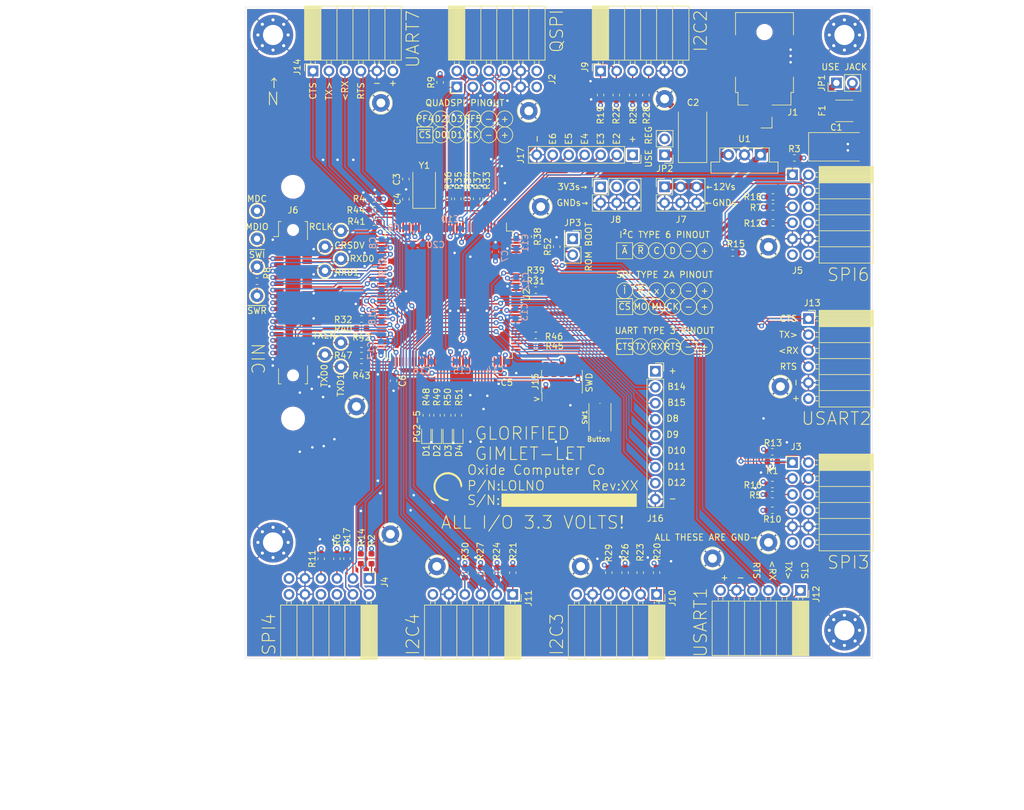
<source format=kicad_pcb>
(kicad_pcb (version 20221018) (generator pcbnew)
  (layers (0 "F.Cu" signal) (1 "In1.Cu" signal) (2 "In2.Cu" signal) (31 "B.Cu" signal) (34 "B.Paste" user) (35 "F.Paste" user) (36 "B.SilkS" user "B.Silkscreen") (37 "F.SilkS" user "F.Silkscreen") (38 "B.Mask" user) (39 "F.Mask" user) (44 "Edge.Cuts" user))
  (net 0 "")
  (net 1 "GND")
  (net 2 "/OSC_OUT")
  (net 3 "/OSC_IN")
  (net 4 "+3V3")
  (net 5 "/~{RST}")
  (net 6 "/LED0")
  (net 7 "/LED1")
  (net 8 "/LED2")
  (net 9 "/LED3")
  (net 10 "/~{SMI_IRQ}")
  (net 11 "/SWO")
  (net 12 "/SWCLK")
  (net 13 "/SWDIO")
  (net 14 "/USART1_TX")
  (net 15 "/BOOT0")
  (net 16 "/MDC")
  (net 17 "/RMII_RXD0")
  (net 18 "/RMII_CRS_DV")
  (net 19 "/RMII_TXD0")
  (net 20 "/RMII_TXEN")
  (net 21 "/MDIO")
  (net 22 "/RMII_RXD1")
  (net 23 "/RMII_REF_CLK")
  (net 24 "/RMII_TXD1")
  (net 25 "/USART1_RX")
  (net 26 "Net-(D1-Pad2)")
  (net 27 "Net-(D2-Pad2)")
  (net 28 "Net-(D3-Pad2)")
  (net 29 "Net-(D4-Pad2)")
  (net 30 "/SPI4_MISO")
  (net 31 "/~{SPI4_CS}")
  (net 32 "/~{SPI4_INT}")
  (net 33 "Net-(J3-Pad10)")
  (net 34 "Net-(J3-Pad9)")
  (net 35 "/~{SPI6_RESET}")
  (net 36 "/~{SPI6_INT}")
  (net 37 "/SPI6_MISO")
  (net 38 "/~{SPI6_CS}")
  (net 39 "/I2C2_SDA")
  (net 40 "/I2C2_SCL")
  (net 41 "/~{I2C2_RESET}")
  (net 42 "/~{I2C2_SMBA}")
  (net 43 "/USART1_RTS")
  (net 44 "/USART1_CTS")
  (net 45 "/USART2_RTS")
  (net 46 "/USART2_CTS")
  (net 47 "/I2C3_SDA")
  (net 48 "/I2C3_SCL")
  (net 49 "/~{I2C3_RESET}")
  (net 50 "/~{I2C3_SMBA}")
  (net 51 "/~{SPI3_RESET}")
  (net 52 "/~{SPI3_INT}")
  (net 53 "/SPI3_MISO")
  (net 54 "/~{SPI3_CS}")
  (net 55 "/UART7_RTS")
  (net 56 "/UART7_CTS")
  (net 57 "/I2C4_SDA")
  (net 58 "/I2C4_SCL")
  (net 59 "/~{I2C4_RESET}")
  (net 60 "/~{I2C4_SMBA}")
  (net 61 "/~{SPI4_RESET}")
  (net 62 "/SPI6_MOSI")
  (net 63 "/SPI6_SCK")
  (net 64 "/SPI4_MOSI")
  (net 65 "/SPI4_SCK")
  (net 66 "/SPI3_MOSI")
  (net 67 "/SPI3_SCK")
  (net 68 "/USART2_RX")
  (net 69 "/USART2_TX")
  (net 70 "/~{QSPI_CS}")
  (net 71 "/UART7_TX")
  (net 72 "/UART7_RX")
  (net 73 "/QSPI_CLK")
  (net 74 "/QSPI_IO1")
  (net 75 "/QSPI_IO0")
  (net 76 "/QSPI_IO2")
  (net 77 "/QSPI_IO3")
  (net 78 "Net-(U2-Pad142)")
  (net 79 "Net-(U2-Pad141)")
  (net 80 "Net-(U2-Pad134)")
  (net 81 "Net-(U2-Pad125)")
  (net 82 "Net-(U2-Pad124)")
  (net 83 "Net-(U2-Pad123)")
  (net 84 "Net-(U2-Pad116)")
  (net 85 "Net-(U2-Pad98)")
  (net 86 "Net-(U2-Pad97)")
  (net 87 "Net-(U2-Pad96)")
  (net 88 "Net-(U2-Pad92)")
  (net 89 "Net-(U2-Pad86)")
  (net 90 "Net-(U2-Pad85)")
  (net 91 "Net-(U2-Pad82)")
  (net 92 "Net-(U2-Pad42)")
  (net 93 "Net-(U2-Pad40)")
  (net 94 "Net-(U2-Pad37)")
  (net 95 "Net-(U2-Pad34)")
  (net 96 "Net-(U2-Pad29)")
  (net 97 "Net-(U2-Pad28)")
  (net 98 "Net-(U2-Pad7)")
  (net 99 "/~{SMI_RESET}")
  (net 100 "/PB1")
  (net 101 "/PF11")
  (net 102 "/PF12")
  (net 103 "/PB2")
  (net 104 "/PB0")
  (net 105 "+12V")
  (net 106 "/REG_3V3")
  (net 107 "/12V_IN")
  (net 108 "/JACK_12V")
  (net 109 "Net-(C5-Pad1)")
  (net 110 "Net-(J1-Pad3)")
  (net 111 "/QSPI_XTRA10")
  (net 112 "/QSPI_XTRA7")
  (net 113 "Net-(J4-Pad9)")
  (net 114 "Net-(J4-Pad10)")
  (net 115 "Net-(J5-Pad9)")
  (net 116 "Net-(J5-Pad10)")
  (net 117 "Net-(J15-Pad8)")
  (net 118 "Net-(J15-Pad7)")
  (net 119 "Net-(R31-Pad1)")
  (net 120 "Net-(R32-Pad1)")
  (net 121 "Net-(R33-Pad1)")
  (net 122 "Net-(R34-Pad1)")
  (net 123 "Net-(R35-Pad1)")
  (net 124 "Net-(R36-Pad1)")
  (net 125 "Net-(R37-Pad1)")
  (net 126 "Net-(R38-Pad1)")
  (net 127 "Net-(R41-Pad1)")
  (net 128 "Net-(R42-Pad2)")
  (net 129 "Net-(R43-Pad2)")
  (net 130 "Net-(U2-Pad57)")
  (net 131 "Net-(R39-Pad1)")
  (net 132 "Net-(R40-Pad1)")
  (net 133 "Net-(R44-Pad1)")
  (net 134 "Net-(R45-Pad2)")
  (net 135 "Net-(R46-Pad2)")
  (net 136 "Net-(R47-Pad2)")
  (net 137 "Net-(U2-Pad9)")
  (net 138 "Net-(U2-Pad8)")
  (net 139 "Net-(U2-Pad140)")
  (net 140 "Net-(U2-Pad139)")
  (net 141 "Net-(U2-Pad135)")
  (net 142 "/PD12")
  (net 143 "/PD11")
  (net 144 "/PD10")
  (net 145 "/PD9")
  (net 146 "/PD8")
  (net 147 "/PB15")
  (net 148 "/PB14")
  (net 149 "/PE6")
  (net 150 "/PE5")
  (net 151 "/PE4")
  (net 152 "/PE3")
  (net 153 "/PE2")
  (footprint "Package_QFP:LQFP-144_20x20mm_P0.5mm" (layer "F.Cu") (at 121.285 89.535 -90)
    (fp_text reference "U2")
    (fp_text value "STM32H753ZITx")
  )
  (footprint "Resistor_SMD:R_0603_1608Metric" (layer "F.Cu") (at 107.4 101)
    (fp_text reference "R43")
    (fp_text value "22")
  )
  (footprint "pmod:PMOD_12pin_host_horizontal" (layer "F.Cu") (at 175.895 70.485)
    (fp_text reference "J5")
    (fp_text value "Conn6x2")
  )
  (footprint "pmod:PMOD_6pin_host_horizontal" (layer "F.Cu") (at 177.165 136.525 -90)
    (fp_text reference "J12")
    (fp_text value "Conn6x1")
  )
  (footprint "pmod:PMOD_6pin_host_horizontal" (layer "F.Cu") (at 178.435 93.345)
    (fp_text reference "J13")
    (fp_text value "Conn6x1")
  )
  (footprint "pmod:PMOD_12pin_host_horizontal" (layer "F.Cu") (at 175.895 116.205)
    (fp_text reference "J3")
    (fp_text value "Conn6x2")
  )
  (footprint "Resistor_SMD:R_0603_1608Metric" (layer "F.Cu") (at 135.1 87.1)
    (fp_text reference "R39")
    (fp_text value "22")
  )
  (footprint "Resistor_SMD:R_0603_1608Metric" (layer "F.Cu") (at 172.8 75.6 180)
    (fp_text reference "R7")
    (fp_text value "10k")
  )
  (footprint "Resistor_SMD:R_0603_1608Metric" (layer "F.Cu") (at 172.8 78.1 180)
    (fp_text reference "R12")
    (fp_text value "10k")
  )
  (footprint "Resistor_SMD:R_0603_1608Metric" (layer "F.Cu") (at 166.4 82.9)
    (fp_text reference "R15")
    (fp_text value "10k")
  )
  (footprint "Resistor_SMD:R_0603_1608Metric" (layer "F.Cu") (at 172.8 74 180)
    (fp_text reference "R18")
    (fp_text value "10k")
  )
  (footprint "Resistor_SMD:R_0603_1608Metric" (layer "F.Cu") (at 135.1 96 180)
    (fp_text reference "R46")
    (fp_text value "22")
  )
  (footprint "Resistor_SMD:R_0603_1608Metric" (layer "F.Cu") (at 135.1 97.7 180)
    (fp_text reference "R45")
    (fp_text value "22")
  )
  (footprint "Resistor_SMD:R_0603_1608Metric" (layer "F.Cu") (at 172.7 121.3 180)
    (fp_text reference "R5")
    (fp_text value "10k")
  )
  (footprint "Resistor_SMD:R_0603_1608Metric" (layer "F.Cu") (at 172.7 123.8 180)
    (fp_text reference "R10")
    (fp_text value "10k")
  )
  (footprint "Resistor_SMD:R_0603_1608Metric" (layer "F.Cu") (at 172.7 114.5 180)
    (fp_text reference "R13")
    (fp_text value "10k")
  )
  (footprint "Resistor_SMD:R_0603_1608Metric" (layer "F.Cu") (at 172.7 119.7 180)
    (fp_text reference "R16")
    (fp_text value "10k")
  )
  (footprint "Resistor_SMD:R_0603_1608Metric" (layer "F.Cu") (at 103.5 131.5 90)
    (fp_text reference "R6")
    (fp_text value "10k")
  )
  (footprint "Connector_PinHeader_2.54mm:PinHeader_2x01_P2.54mm_Vertical" (layer "F.Cu") (at 140.97 80.645 -90)
    (fp_text reference "JP3")
    (fp_text value "Conn2x1")
  )
  (footprint "Resistor_SMD:R_0603_1608Metric" (layer "F.Cu") (at 109.4 74.3 180)
    (fp_text reference "R4")
    (fp_text value "100k")
  )
  (footprint "Capacitor_SMD:C_0603_1608Metric" (layer "F.Cu") (at 112.5 103.2125 -90)
    (fp_text reference "C6")
    (fp_text value "2µ2 100mR")
  )
  (footprint "Capacitor_SMD:C_0603_1608Metric" (layer "F.Cu") (at 114.46 74.36 90)
    (fp_text reference "C4")
    (fp_text value "11p")
  )
  (footprint "Capacitor_SMD:C_0603_1608Metric" (layer "F.Cu") (at 114.46 71.16 -90)
    (fp_text reference "C3")
    (fp_text value "11p")
  )
  (footprint "Capacitor_SMD:C_0603_1608Metric" (layer "F.Cu") (at 130.3875 102)
    (fp_text reference "C5")
    (fp_text value "2µ2 100mR")
  )
  (footprint "Resistor_SMD:R_0603_1608Metric" (layer "F.Cu") (at 138.43 81.915 90)
    (fp_text reference "R52")
    (fp_text value "10k")
  )
  (footprint "Crystal:Crystal_SMD_5032-2Pin_5.0x3.2mm" (layer "F.Cu") (at 117.36 72.76 90)
    (fp_text reference "Y1")
    (fp_text value "8MHz")
  )
  (footprint "c-and-k-pts851:PTS815" (layer "F.Cu") (at 145.3 109 -90)
    (fp_text reference "SW1")
    (fp_text value "Button")
  )
  (footprint "pmod:PMOD_12pin_host_horizontal" (layer "F.Cu") (at 108.585 134.62 -90)
    (fp_text reference "J4")
    (fp_text value "Conn6x2")
  )
  (footprint "Resistor_SMD:R_0603_1608Metric" (layer "F.Cu") (at 109.4 76 180)
    (fp_text reference "R44")
    (fp_text value "22")
  )
  (footprint "Resistor_SMD:R_0603_1608Metric" (layer "F.Cu") (at 107.3 131.5 90)
    (fp_text reference "R14")
    (fp_text value "10k")
  )
  (footprint "Resistor_SMD:R_0603_1608Metric" (layer "F.Cu") (at 101 131.5 90)
    (fp_text reference "R11")
    (fp_text value "10k")
  )
  (footprint "Resistor_SMD:R_0603_1608Metric" (layer "F.Cu") (at 133.9 80.3 90)
    (fp_text reference "R38")
    (fp_text value "10k")
  )
  (footprint "Connector_PinHeader_1.27mm:PinHeader_2x05_P1.27mm_Vertical_SMD" (layer "F.Cu") (at 139.26 103.36 90)
    (fp_text reference "J15")
    (fp_text value "SWD")
  )
  (footprint "Resistor_SMD:R_0603_1608Metric" (layer "F.Cu") (at 107.4 99.2)
    (fp_text reference "R47")
    (fp_text value "22")
  )
  (footprint "Resistor_SMD:R_0603_1608Metric" (layer "F.Cu") (at 107.4 97.4)
    (fp_text reference "R42")
    (fp_text value "22")
  )
  (footprint "grumpy:Oxide_Board_Identifier_33x7mm" (layer "F.Cu") (at 121.1 120)
    (fp_text reference "FID1" hide)
    (fp_text value "LOLNO")
  )
  (footprint "Connector_PinSocket_2.54mm:PinSocket_2x03_P2.54mm_Vertical" (layer "F.Cu") (at 155.575 72.39 90)
    (fp_text reference "J7")
    (fp_text value "Conn3x2")
  )
  (footprint "TestPoint:TestPoint_THTPad_D2.0mm_Drill1.0mm" (layer "F.Cu") (at 90.805 76.2)
    (fp_text reference "TP1" hide)
    (fp_text value "TestPoint_Small")
  )
  (footprint "TestPoint:TestPoint_THTPad_D2.0mm_Drill1.0mm" (layer "F.Cu") (at 90.805 80.645)
    (fp_text reference "TP2" hide)
    (fp_text value "TestPoint_Small")
  )
  (footprint "TestPoint:TestPoint_THTPad_D2.0mm_Drill1.0mm" (layer "F.Cu") (at 90.805 85.09)
    (fp_text reference "TP3" hide)
    (fp_text value "TestPoint_Small")
  )
  (footprint "TestPoint:TestPoint_THTPad_D2.0mm_Drill1.0mm" (layer "F.Cu") (at 90.8 89.7)
    (fp_text reference "TP4" hide)
    (fp_text value "TestPoint_Small")
  )
  (footprint "TestPoint:TestPoint_THTPad_D2.0mm_Drill1.0mm" (layer "F.Cu") (at 104.14 97.155)
    (fp_text reference "TP5" hide)
    (fp_text value "TestPoint_Small")
  )
  (footprint "TestPoint:TestPoint_THTPad_D2.0mm_Drill1.0mm" (layer "F.Cu") (at 104.14 79.375)
    (fp_text reference "TP8" hide)
    (fp_text value "TestPoint_Small")
  )
  (footprint "TestPoint:TestPoint_Loop_D3.50mm_Drill1.4mm_Beaded" (layer "F.Cu") (at 133.985 60.325)
    (fp_text reference "TP13" hide)
    (fp_text value "TestPoint")
  )
  (footprint "TestPoint:TestPoint_Loop_D3.50mm_Drill1.4mm_Beaded" (layer "F.Cu") (at 155.575 58.42)
    (fp_text reference "TP14" hide)
    (fp_text value "TestPoint")
  )
  (footprint "TestPoint:TestPoint_Loop_D3.50mm_Drill1.4mm_Beaded" (layer "F.Cu") (at 172.085 81.915)
    (fp_text reference "TP15" hide)
    (fp_text value "TestPoint")
  )
  (footprint "TestPoint:TestPoint_Loop_D3.50mm_Drill1.4mm_Beaded" (layer "F.Cu") (at 173.99 104.14)
    (fp_text reference "TP16" hide)
    (fp_text value "TestPoint")
  )
  (footprint "TestPoint:TestPoint_Loop_D3.50mm_Drill1.4mm_Beaded" (layer "F.Cu") (at 172.085 128.905)
    (fp_text reference "TP17" hide)
    (fp_text value "TestPoint")
  )
  (footprint "TestPoint:TestPoint_Loop_D3.50mm_Drill1.4mm_Beaded" (layer "F.Cu") (at 163.195 131.445)
    (fp_text reference "TP18" hide)
    (fp_text value "TestPoint")
  )
  (footprint "TestPoint:TestPoint_Loop_D3.50mm_Drill1.4mm_Beaded" (layer "F.Cu") (at 142.24 132.715)
    (fp_text reference "TP19" hide)
    (fp_text value "TestPoint")
  )
  (footprint "TestPoint:TestPoint_Loop_D3.50mm_Drill1.4mm_Beaded" (layer "F.Cu") (at 119.38 132.715)
    (fp_text reference "TP20" hide)
    (fp_text value "TestPoint")
  )
  (footprint "TestPoint:TestPoint_Loop_D3.50mm_Drill1.4mm_Beaded" (layer "F.Cu") (at 112 127.6)
    (fp_text reference "TP21" hide)
    (fp_text value "TestPoint")
  )
  (footprint "TestPoint:TestPoint_Loop_D3.50mm_Drill1.4mm_Beaded" (layer "F.Cu") (at 106.6 107.3)
    (fp_text reference "TP22" hide)
    (fp_text value "TestPoint")
  )
  (footprint "TestPoint:TestPoint_Loop_D3.50mm_Drill1.4mm_Beaded" (layer "F.Cu") (at 135.89 75.565)
    (fp_text reference "TP23" hide)
    (fp_text value "TestPoint")
  )
  (footprint "TestPoint:TestPoint_THTPad_D2.0mm_Drill1.0mm" (layer "F.Cu") (at 104.14 100.965)
    (fp_text reference "TP7" hide)
    (fp_text value "TestPoint_Small")
  )
  (footprint "TestPoint:TestPoint_THTPad_D2.0mm_Drill1.0mm" (layer "F.Cu") (at 101.6 85.725)
    (fp_text reference "TP11" hide)
    (fp_text value "TestPoint_Small")
  )
  (footprint "Capacitor_Tantalum_SMD:CP_EIA-7343-31_Kemet-D" (layer "F.Cu") (at 182.88 66.04)
    (fp_text reference "C1")
    (fp_text value "22µ")
  )
  (footprint "Fuse:Fuse_1812_4532Metric" (layer "F.Cu") (at 184.15 60.325)
    (fp_text reference "F1")
    (fp_text value "Polyfuse")
  )
  (footprint "Connector_PinHeader_2.54mm:PinHeader_1x02_P2.54mm_Vertical" (layer "F.Cu") (at 155.575 67.31 180)
    (fp_text reference "JP2")
    (fp_text value "Conn2x1")
  )
  (footprint "pmod:PMOD_6pin_host_horizontal" (layer "F.Cu") (at 145.415 53.975 90)
    (fp_text reference "J9")
    (fp_text value "Conn6x1")
  )
  (footprint "Capacitor_Tantalum_SMD:CP_EIA-7343-31_Kemet-D" (layer "F.Cu") (at 160.02 64.135 90)
    (fp_text reference "C2")
    (fp_text value "22µ")
  )
  (footprint "Converter_DCDC:Converter_DCDC_muRata_OKI-78SR_Vertical" (layer "F.Cu") (at 170.815 67.31 180)
    (fp_text reference "U1")
    (fp_text value "OKI-78SR-3.3_1.5-W36-C")
  )
  (footprint "Connector_PinHeader_2.54mm:PinHeader_1x02_P2.54mm_Vertical" (layer "F.Cu") (at 182.88 55.88 90)
    (fp_text reference "JP1")
    (fp_text value "Conn2x1")
  )
  (footprint "Connector_BarrelJack:BarrelJack_CUI_PJ-036AH-SMT_Horizontal" (layer "F.Cu") (at 171.45 54.8 180)
    (fp_text reference "J1")
    (fp_text value "BarrelJack")
  )
  (footprint "MountingHole:MountingHole_3.2mm_M3_Pad_Via" (layer "F.Cu") (at 184.15 142.875)
    (fp_text reference "H3" hide)
    (fp_text value "MountingHole")
  )
  (footprint "Resistor_SMD:R_0603_1608Metric" (layer "F.Cu") (at 121.2 74.3 90)
    (fp_text reference "R36")
    (fp_text value "22")
  )
  (footprint "Resistor_SMD:R_0603_1608Metric" (layer "F.Cu") (at 119.9 55.8 90)
    (fp_text reference "R9")
    (fp_text value "10k")
  )
  (footprint "Resistor_SMD:R_0603_1608Metric" (layer "F.Cu") (at 152.6 57.8 -90)
    (fp_text reference "R28")
    (fp_text value "10k")
  )
  (footprint "Resistor_SMD:R_0603_1608Metric" (layer "F.Cu") (at 125.7 74.3 90)
    (fp_text reference "R37")
    (fp_text value "22")
  )
  (footprint "Resistor_SMD:R_0603_1608Metric" (layer "F.Cu") (at 122.7 74.3 90)
    (fp_text reference "R35")
    (fp_text value "22")
  )
  (footprint "Resistor_SMD:R_0603_1608Metric" (layer "F.Cu") (at 145.4 57.8 -90)
    (fp_text reference "R19")
    (fp_text value "10k")
  )
  (footprint "Resistor_SMD:R_0603_1608Metric" (layer "F.Cu") (at 124.2 74.3 90)
    (fp_text reference "R34")
    (fp_text value "22")
  )
  (footprint "Resistor_SMD:R_0603_1608Metric" (layer "F.Cu") (at 127.2 74.3 90)
    (fp_text reference "R33")
    (fp_text value "22")
  )
  (footprint "pmod:PMOD_12pin_host_horizontal" (layer "F.Cu") (at 122.555 56.515 90)
    (fp_text reference "J2")
    (fp_text value "Conn6x2")
  )
  (footprint "Resistor_SMD:R_0603_1608Metric" (layer "F.Cu") (at 150.5 57.8 -90)
    (fp_text reference "R25")
    (fp_text value "10k")
  )
  (footprint "MountingHole:MountingHole_3.2mm_M3_Pad_Via" (layer "F.Cu") (at 93.345 48.26)
    (fp_text reference "H1" hide)
    (fp_text value "MountingHole")
  )
  (footprint "pmod:PMOD_6pin_host_horizontal" (layer "F.Cu") (at 99.695 53.975 90)
    (fp_text reference "J14")
    (fp_text value "Conn6x1")
  )
  (footprint "Resistor_SMD:R_0603_1608Metric" (layer "F.Cu") (at 126.345 133.72 90)
    (fp_text reference "R27")
    (fp_text value "10k")
  )
  (footprint "Resistor_SMD:R_0603_1608Metric" (layer "F.Cu") (at 128.945 133.72 90)
    (fp_text reference "R24")
    (fp_text value "10k")
  )
  (footprint "pmod:PMOD_6pin_host_horizontal" (layer "F.Cu") (at 154.305 137.16 -90)
    (fp_text reference "J10")
    (fp_text value "Conn6x1")
  )
  (footprint "pmod:PMOD_6pin_host_horizontal" (layer "F.Cu") (at 131.445 137.16 -90)
    (fp_text reference "J11")
    (fp_text value "Conn6x1")
  )
  (footprint "Resistor_SMD:R_0603_1608Metric" (layer "F.Cu") (at 149.3 133.7 90)
    (fp_text reference "R26")
    (fp_text value "10k")
  )
  (footprint "Resistor_SMD:R_0603_1608Metric" (layer "F.Cu") (at 123.845 133.72 90)
    (fp_text reference "R30")
    (fp_text value "10k")
  )
  (footprint "Resistor_SMD:R_0603_1608Metric" (layer "F.Cu") (at 146.7 133.7 90)
    (fp_text reference "R29")
    (fp_text value "10k")
  )
  (footprint "Resistor_SMD:R_0603_1608Metric" (layer "F.Cu") (at 131.445 133.72 90)
    (fp_text reference "R21")
    (fp_text value "10k")
  )
  (footprint "Resistor_SMD:R_0603_1608Metric" (layer "F.Cu") (at 151.7 133.7 90)
    (fp_text reference "R23")
    (fp_text value "10k")
  )
  (footprint "Resistor_SMD:R_0603_1608Metric" (layer "F.Cu") (at 154.3 133.7 90)
    (fp_text reference "R20")
    (fp_text value "10k")
  )
  (footprint "MountingHole:MountingHole_3.2mm_M3_Pad_Via" (layer "F.Cu") (at 93.345 128.905)
    (fp_text reference "H4" hide)
    (fp_text value "MountingHole")
  )
  (footprint "hirose-df9:Hirose_DF9-41S-1V(69)_2Rows_41Pin-2MP_P1.0mm_Vertical" (layer "F.Cu") (at 96.52 90.805)
    (fp_text reference "J6")
    (fp_text value "Conn41x2")
  )
  (footprint "TestPoint:TestPoint_THTPad_D2.0mm_Drill1.0mm" (layer "F.Cu") (at 101.6 99.06)
    (fp_text reference "TP6" hide)
    (fp_text value "TestPoint_Small")
  )
  (footprint "TestPoint:TestPoint_THTPad_D2.0mm_Drill1.0mm" (layer "F.Cu") (at 101.6 81.915)
    (fp_text reference "TP9" hide)
    (fp_text value "TestPoint_Small")
  )
  (footprint "TestPoint:TestPoint_THTPad_D2.0mm_Drill1.0mm" (layer "F.Cu") (at 104.14 83.82)
    (fp_text reference "TP10" hide)
    (fp_text value "TestPoint_Small")
  )
  (footprint "TestPoint:TestPoint_Loop_D3.50mm_Drill1.4mm_Beaded" (layer "F.Cu") (at 110.49 59.055)
    (fp_text reference "TP12" hide)
    (fp_text value "TestPoint")
  )
  (footprint "Resistor_SMD:R_0603_1608Metric" (layer "F.Cu") (at 109.4 78 180)
    (fp_text reference "R41")
    (fp_text value "22")
  )
  (footprint "LED_SMD:LED_0603_1608Metric" (layer "F.Cu") (at 117.7 111.7 90)
    (fp_text reference "D1")
    (fp_text value "LED")
  )
  (footprint "LED_SMD:LED_0603_1608Metric" (layer "F.Cu") (at 121.1 111.7 90)
    (fp_text reference "D3")
    (fp_text value "LED")
  )
  (footprint "Resistor_SMD:R_0603_1608Metric" (layer "F.Cu") (at 122.8 108.7 90)
    (fp_text reference "R51")
    (fp_text value "68")
  )
  (footprint "LED_SMD:LED_0603_1608Metric" (layer "F.Cu") (at 119.4 111.7 90)
    (fp_text reference "D2")
    (fp_text value "LED")
  )
  (footprint "Resistor_SMD:R_0603_1608Metric" (layer "F.Cu") (at 119.4 108.7 90)
    (fp_text reference "R49")
    (fp_text value "68")
  )
  (footprint "Resistor_SMD:R_0603_1608Metric" (layer "F.Cu") (at 117.7 108.7 90)
    (fp_text reference "R48")
    (fp_text value "68")
  )
  (footprint "Resistor_SMD:R_0603_1608Metric" (layer "F.Cu") (at 121.1 108.7 90)
    (fp_text reference "R50")
    (fp_text value "68")
  )
  (footprint "LED_SMD:LED_0603_1608Metric" (layer "F.Cu") (at 122.8 111.7 90)
    (fp_text reference "D4")
    (fp_text value "LED")
  )
  (footprint "Resistor_SMD:R_0603_1608Metric" (layer "F.Cu") (at 172.7 116.1 180)
    (fp_text reference "R1")
    (fp_text value "10k")
  )
  (footprint "Resistor_SMD:R_0603_1608Metric" (layer "F.Cu") (at 109 131.5 90)
    (fp_text reference "R2")
    (fp_text value "10k")
  )
  (footprint "Resistor_SMD:R_0603_1608Metric" (layer "F.Cu") (at 176.2 67.8)
    (fp_text reference "R3")
    (fp_text value "10k")
  )
  (footprint "Resistor_SMD:R_0603_1608Metric" (layer "F.Cu") (at 147.9 57.8 -90)
    (fp_text reference "R22")
    (fp_text value "10k")
  )
  (footprint "Resistor_SMD:R_0603_1608Metric" (layer "F.Cu") (at 107.4 94.9 180)
    (fp_text reference "R40")
    (fp_text value "22")
  )
  (footprint "Resistor_SMD:R_0603_1608Metric" (layer "F.Cu") (at 107.4 93.4 180)
    (fp_text reference "R32")
    (fp_text value "22")
  )
  (footprint "Connector_PinSocket_2.54mm:PinSocket_2x03_P2.54mm_Vertical" (layer "F.Cu") (at 145.415 72.39 90)
    (fp_text reference "J8")
    (fp_text value "Conn3x2")
  )
  (footprint "Resistor_SMD:R_0603_1608Metric" (layer "F.Cu") (at 90.8 87.4 180)
    (fp_text reference "R8")
    (fp_text value "100k")
  )
  (footprint "Resistor_SMD:R_0603_1608Metric" (layer "F.Cu") (at 135.1 88.8)
    (fp_text reference "R31")
    (fp_text value "22")
  )
  (footprint "Connector_PinSocket_2.54mm:PinSocket_1x09_P2.54mm_Vertical" (layer "F.Cu") (at 154.1 101.7)
    (fp_text reference "J16")
    (fp_text value "Conn9x1")
  )
  (footprint "Connector_PinSocket_2.54mm:PinSocket_1x07_P2.54mm_Vertical" (layer "F.Cu") (at 150.495 67.31 -90)
    (fp_text reference "J17")
    (fp_text value "Conn_01x07")
  )
  (footprint "MountingHole:MountingHole_3.2mm_M3" (layer "F.Cu") (at 96.52 72.39)
    (fp_text reference "H5" hide)
    (fp_text value "MountingHole")
  )
  (footprint "MountingHole:MountingHole_3.2mm_M3" (layer "F.Cu") (at 96.52 109.22)
    (fp_text reference "H6" hide)
    (fp_text value "MountingHole")
  )
  (footprint "MountingHole:MountingHole_3.2mm_M3_Pad_Via" (layer "F.Cu") (at 184.15 48.26)
    (fp_text reference "H2" hide)
    (fp_text value "MountingHole")
  )
  (footprint "Resistor_SMD:R_0603_1608Metric" (layer "F.Cu") (at 105.1 131.5 90)
    (fp_text reference "R17")
    (fp_text value "10k")
  )
  (footprint "Capacitor_SMD:C_0603_1608Metric" (layer "B.Cu") (at 129.8 100.2 180)
    (fp_text reference "C14")
    (fp_text value "0µ1")
  )
  (footprint "Capacitor_SMD:C_0603_1608Metric" (layer "B.Cu") (at 117.7 100.2 180)
    (fp_text reference "C16")
    (fp_text value "0µ1")
  )
  (footprint "Capacitor_SMD:C_0603_1608Metric" (layer "B.Cu") (at 110.5 97.8 90)
    (fp_text reference "C17")
    (fp_text value "0µ1")
  )
  (footprint "Capacitor_SMD:C_0603_1608Metric" (layer "B.Cu") (at 110.6 93 90)
    (fp_text reference "C18")
    (fp_text value "0µ1")
  )
  (footprint "Capacitor_SMD:C_0603_1608Metric" (layer "B.Cu") (at 128.7 82.7 90)
    (fp_text reference "C7")
    (fp_text value "4µ7")
  )
  (footprint "Capacitor_SMD:C_0603_1608Metric" (layer "B.Cu") (at 122.3 79)
    (fp_text reference "C10")
    (fp_text value "0µ1")
  )
  (footprint "Capacitor_SMD:C_0603_1608Metric" (layer "B.Cu") (at 116.3125 81.5 180)
    (fp_text reference "C20")
    (fp_text value "0µ1")
  )
  (footprint "Capacitor_SMD:C_0603_1608Metric" (layer "B.Cu") (at 110.6 81.5 90)
    (fp_text reference "C8")
    (fp_text value "0µ1")
  )
  (footprint "Capacitor_SMD:C_0603_1608Metric" (layer "B.Cu") (at 132 81.4 -90)
    (fp_text reference "C11")
    (fp_text value "0µ1")
  )
  (footprint "Capacitor_SMD:C_0603_1608Metric" (layer "B.Cu") (at 110.6 88 90)
    (fp_text reference "C19")
    (fp_text value "0µ1")
  )
  (footprint "Capacitor_SMD:C_0603_1608Metric" (layer "B.Cu") (at 115.3 78.9 180)
    (fp_text reference "C9")
    (fp_text value "0µ1")
  )
  (footprint "Capacitor_SMD:C_0603_1608Metric" (layer "B.Cu") (at 131.9 92.5 -90)
    (fp_text reference "C13")
    (fp_text value "0µ1")
  )
  (footprint "Capacitor_SMD:C_0603_1608Metric" (layer "B.Cu") (at 132 87.5 -90)
    (fp_text reference "C12")
    (fp_text value "0µ1")
  )
  (footprint "Capacitor_SMD:C_0603_1608Metric" (layer "B.Cu") (at 123.3 100.2 180)
    (fp_text reference "C15")
    (fp_text value "0µ1")
  )
  (gr_line (start 147.955 83.82) (end 147.955 81.28) (stroke (width 0.12)) (layer "F.SilkS"))
  (gr_line (start 147.955 92.71) (end 147.955 90.17) (stroke (width 0.12)) (layer "F.SilkS"))
  (gr_circle (center 156.845 91.44) (end 156.845 90.17) (stroke (width 0.12)) (fill none) (layer "F.SilkS"))
  (gr_circle (center 151.765 91.44) (end 151.765 90.17) (stroke (width 0.12)) (fill none) (layer "F.SilkS"))
  (gr_circle (center 154.305 91.44) (end 154.305 90.17) (stroke (width 0.12)) (fill none) (layer "F.SilkS"))
  (gr_circle (center 161.925 91.44) (end 161.925 90.17) (stroke (width 0.12)) (fill none) (layer "F.SilkS"))
  (gr_line (start 147.955 90.17) (end 150.495 90.17) (stroke (width 0.12)) (layer "F.SilkS"))
  (gr_circle (center 159.385 91.44) (end 159.385 90.17) (stroke (width 0.12)) (fill none) (layer "F.SilkS"))
  (gr_line (start 150.495 90.17) (end 150.495 92.71) (stroke (width 0.12)) (layer "F.SilkS"))
  (gr_line (start 150.495 92.71) (end 147.955 92.71) (stroke (width 0.12)) (layer "F.SilkS"))
  (gr_circle (center 161.925 88.9) (end 161.925 87.63) (stroke (width 0.12)) (fill none) (layer "F.SilkS"))
  (gr_circle (center 151.765 88.9) (end 151.765 87.63) (stroke (width 0.12)) (fill none) (layer "F.SilkS"))
  (gr_circle (center 159.385 88.9) (end 159.385 87.63) (stroke (width 0.12)) (fill none) (layer "F.SilkS"))
  (gr_circle (center 154.305 88.9) (end 154.305 87.63) (stroke (width 0.12)) (fill none) (layer "F.SilkS"))
  (gr_line (start 150.495 90.17) (end 147.955 90.17) (stroke (width 0.12)) (layer "F.SilkS"))
  (gr_circle (center 156.845 88.9) (end 156.845 87.63) (stroke (width 0.12)) (fill none) (layer "F.SilkS"))
  (gr_circle (center 149.225 88.9) (end 150.495 88.9) (stroke (width 0.12)) (fill none) (layer "F.SilkS"))
  (gr_line (start 147.955 99.06) (end 147.955 96.52) (stroke (width 0.12)) (layer "F.SilkS"))
  (gr_circle (center 156.845 97.79) (end 156.845 96.52) (stroke (width 0.12)) (fill none) (layer "F.SilkS"))
  (gr_circle (center 151.765 97.79) (end 151.765 96.52) (stroke (width 0.12)) (fill none) (layer "F.SilkS"))
  (gr_circle (center 154.305 97.79) (end 154.305 96.52) (stroke (width 0.12)) (fill none) (layer "F.SilkS"))
  (gr_circle (center 161.925 97.79) (end 161.925 96.52) (stroke (width 0.12)) (fill none) (layer "F.SilkS"))
  (gr_line (start 147.955 96.52) (end 150.495 96.52) (stroke (width 0.12)) (layer "F.SilkS"))
  (gr_circle (center 159.385 97.79) (end 159.385 96.52) (stroke (width 0.12)) (fill none) (layer "F.SilkS"))
  (gr_line (start 150.495 96.52) (end 150.495 99.06) (stroke (width 0.12)) (layer "F.SilkS"))
  (gr_line (start 150.495 99.06) (end 147.955 99.06) (stroke (width 0.12)) (layer "F.SilkS"))
  (gr_line (start 118.745 62.865) (end 118.745 65.405) (stroke (width 0.12)) (layer "F.SilkS"))
  (gr_circle (center 120.015 61.595) (end 120.015 60.325) (stroke (width 0.12)) (fill none) (layer "F.SilkS"))
  (gr_circle (center 130.175 64.135) (end 130.175 62.865) (stroke (width 0.12)) (fill none) (layer "F.SilkS"))
  (gr_circle (center 125.095 61.595) (end 125.095 60.325) (stroke (width 0.12)) (fill none) (layer "F.SilkS"))
  (gr_circle (center 120.015 64.135) (end 120.015 62.865) (stroke (width 0.12)) (fill none) (layer "F.SilkS"))
  (gr_circle (center 117.475 61.595) (end 118.745 61.595) (stroke (width 0.12)) (fill none) (layer "F.SilkS"))
  (gr_line (start 116.205 65.405) (end 116.205 62.865) (stroke (width 0.12)) (layer "F.SilkS"))
  (gr_circle (center 127.635 64.135) (end 127.635 62.865) (stroke (width 0.12)) (fill none) (layer "F.SilkS"))
  (gr_circle (center 122.555 64.135) (end 122.555 62.865) (stroke (width 0.12)) (fill none) (layer "F.SilkS"))
  (gr_circle (center 130.175 61.595) (end 130.175 60.325) (stroke (width 0.12)) (fill none) (layer "F.SilkS"))
  (gr_line (start 118.745 62.865) (end 116.205 62.865) (stroke (width 0.12)) (layer "F.SilkS"))
  (gr_line (start 118.745 65.405) (end 116.205 65.405) (stroke (width 0.12)) (layer "F.SilkS"))
  (gr_circle (center 125.095 64.135) (end 125.095 62.865) (stroke (width 0.12)) (fill none) (layer "F.SilkS"))
  (gr_circle (center 122.555 61.595) (end 122.555 60.325) (stroke (width 0.12)) (fill none) (layer "F.SilkS"))
  (gr_circle (center 127.635 61.595) (end 127.635 60.325) (stroke (width 0.12)) (fill none) (layer "F.SilkS"))
  (gr_line (start 116.205 62.865) (end 118.745 62.865) (stroke (width 0.12)) (layer "F.SilkS"))
  (gr_line (start 150.495 83.82) (end 147.955 83.82) (stroke (width 0.12)) (layer "F.SilkS"))
  (gr_line (start 147.955 81.28) (end 150.495 81.28) (stroke (width 0.12)) (layer "F.SilkS"))
  (gr_circle (center 151.765 82.55) (end 151.765 81.28) (stroke (width 0.12)) (fill none) (layer "F.SilkS"))
  (gr_circle (center 161.925 82.55) (end 161.925 81.28) (stroke (width 0.12)) (fill none) (layer "F.SilkS"))
  (gr_line (start 150.495 81.28) (end 150.495 83.82) (stroke (width 0.12)) (layer "F.SilkS"))
  (gr_circle (center 154.305 82.55) (end 154.305 81.28) (stroke (width 0.12)) (fill none) (layer "F.SilkS"))
  (gr_circle (center 156.845 82.55) (end 156.845 81.28) (stroke (width 0.12)) (fill none) (layer "F.SilkS"))
  (gr_circle (center 159.385 82.55) (end 159.385 81.28) (stroke (width 0.12)) (fill none) (layer "F.SilkS"))
  (gr_line (start 188.595 43.815) (end 88.9 43.815) (stroke (width 0.05)) (layer "Edge.Cuts"))
  (gr_line (start 88.9 43.815) (end 88.9 147.32) (stroke (width 0.05)) (layer "Edge.Cuts"))
  (gr_line (start 88.9 147.32) (end 188.595 147.32) (stroke (width 0.05)) (layer "Edge.Cuts"))
  (gr_line (start 188.595 147.32) (end 188.595 43.815) (stroke (width 0.05)) (layer "Edge.Cuts"))
  (gr_text "GLORIFIED\nGIMLET-LET" (at 125.3 113.2) (layer "F.SilkS") (effects (font (size 2 2)) (justify left)))
  (gr_text "SPI3" (at 184.785 132.08) (layer "F.SilkS") (effects (font (size 2 2))))
  (gr_text "USART1" (at 161.29 141.605 90) (layer "F.SilkS") (effects (font (size 2 2))))
  (gr_text "SPI6" (at 184.785 86.36) (layer "F.SilkS") (effects (font (size 2 2))))
  (gr_text "USART2" (at 182.88 109.22) (layer "F.SilkS") (effects (font (size 2 2))))
  (gr_text "QSPI" (at 138.43 47.625 90) (layer "F.SilkS") (effects (font (size 2 2))))
  (gr_text "UART7" (at 115.57 48.895 90) (layer "F.SilkS") (effects (font (size 2 2))))
  (gr_text "NIC" (at 90.9 99.695 270) (layer "F.SilkS") (effects (font (size 2 2))))
  (gr_text "+" (at 176.53 106.045 270) (layer "F.SilkS") (effects (font (size 1 1))))
  (gr_text "TX>" (at 175.26 95.885) (layer "F.SilkS") (effects (font (size 1 1))))
  (gr_text "RTS" (at 175.26 100.965) (layer "F.SilkS") (effects (font (size 1 1))))
  (gr_text "CTS" (at 175.26 93.345) (layer "F.SilkS") (effects (font (size 1 1))))
  (gr_text "-" (at 176.53 103.505 270) (layer "F.SilkS") (effects (font (size 1 1))))
  (gr_text "<RX" (at 175.26 98.425) (layer "F.SilkS") (effects (font (size 1 1))))
  (gr_text "<RX" (at 172.72 133.35 270) (layer "F.SilkS") (effects (font (size 1 1))))
  (gr_text "CTS" (at 177.8 133.35 270) (layer "F.SilkS") (effects (font (size 1 1))))
  (gr_text "TX>" (at 175.26 133.35 270) (layer "F.SilkS") (effects (font (size 1 1))))
  (gr_text "RTS" (at 170.18 133.35 270) (layer "F.SilkS") (effects (font (size 1 1))))
  (gr_text "+" (at 165.1 134.62 180) (layer "F.SilkS") (effects (font (size 1 1))))
  (gr_text "-" (at 167.64 134.62 180) (layer "F.SilkS") (effects (font (size 1 1))))
  (gr_text "MO" (at 151.765 91.44) (layer "F.SilkS") (effects (font (size 1 1))))
  (gr_text "CK" (at 156.845 91.44) (layer "F.SilkS") (effects (font (size 1 1))))
  (gr_text "-" (at 159.385 91.44) (layer "F.SilkS") (effects (font (size 1 1))))
  (gr_text "+" (at 161.925 91.44) (layer "F.SilkS") (effects (font (size 1 1))))
  (gr_text "MI" (at 154.305 91.44) (layer "F.SilkS") (effects (font (size 1 1))))
  (gr_text "~{CS}" (at 149.225 91.44) (layer "F.SilkS") (effects (font (size 1 1))))
  (gr_text "x" (at 156.845 88.9) (layer "F.SilkS") (effects (font (size 1 1))))
  (gr_text "-" (at 159.385 88.9) (layer "F.SilkS") (effects (font (size 1 1))))
  (gr_text "+" (at 161.925 88.9) (layer "F.SilkS") (effects (font (size 1 1))))
  (gr_text "~{R}" (at 151.765 88.9) (layer "F.SilkS") (effects (font (size 1 1))))
  (gr_text "x" (at 154.305 88.9) (layer "F.SilkS") (effects (font (size 1 1))))
  (gr_text "~{I}" (at 149.225 88.9) (layer "F.SilkS") (effects (font (size 1 1))))
  (gr_text "SPI TYPE 2A PINOUT" (at 155.575 86.36) (layer "F.SilkS") (effects (font (size 1 1))))
  (gr_text "UART TYPE 3 PINOUT" (at 155.575 95.25) (layer "F.SilkS") (effects (font (size 1 1))))
  (gr_text "TX" (at 151.765 97.79) (layer "F.SilkS") (effects (font (size 1 1))))
  (gr_text "RTS" (at 156.845 97.79) (layer "F.SilkS") (effects (font (size 1 1))))
  (gr_text "-" (at 159.385 97.79) (layer "F.SilkS") (effects (font (size 1 1))))
  (gr_text "+" (at 161.925 97.79) (layer "F.SilkS") (effects (font (size 1 1))))
  (gr_text "RX" (at 154.305 97.79) (layer "F.SilkS") (effects (font (size 1 1))))
  (gr_text "CTS" (at 149.225 97.79) (layer "F.SilkS") (effects (font (size 1 1))))
  (gr_text "CK" (at 125.095 64.135) (layer "F.SilkS") (effects (font (size 1 1))))
  (gr_text "PF5" (at 125.095 61.595) (layer "F.SilkS") (effects (font (size 1 1))))
  (gr_text "-" (at 127.635 64.135) (layer "F.SilkS") (effects (font (size 1 1))))
  (gr_text "QUADSPI PINOUT" (at 123.825 59.055) (layer "F.SilkS") (effects (font (size 1 1))))
  (gr_text "+" (at 130.175 64.135) (layer "F.SilkS") (effects (font (size 1 1))))
  (gr_text "-" (at 127.635 61.595) (layer "F.SilkS") (effects (font (size 1 1))))
  (gr_text "PF4" (at 117.475 61.595) (layer "F.SilkS") (effects (font (size 1 1))))
  (gr_text "D3" (at 122.555 61.595) (layer "F.SilkS") (effects (font (size 1 1))))
  (gr_text "+" (at 130.175 61.595) (layer "F.SilkS") (effects (font (size 1 1))))
  (gr_text "D0" (at 120.015 64.135) (layer "F.SilkS") (effects (font (size 1 1))))
  (gr_text "D1" (at 122.555 64.135) (layer "F.SilkS") (effects (font (size 1 1))))
  (gr_text "D2" (at 120.015 61.595) (layer "F.SilkS") (effects (font (size 1 1))))
  (gr_text "~{CS}" (at 117.475 64.135) (layer "F.SilkS") (effects (font (size 1 1))))
  (gr_text "~{R}" (at 151.765 82.55) (layer "F.SilkS") (effects (font (size 1 1))))
  (gr_text "RXD1" (at 105.1 86) (layer "F.SilkS") (effects (font (size 1 1))))
  (gr_text "-" (at 159.385 82.55) (layer "F.SilkS") (effects (font (size 1 1))))
  (gr_text "TXEN" (at 101.5 96) (layer "F.SilkS") (effects (font (size 1 1))))
  (gr_text "+" (at 112.395 55.88) (layer "F.SilkS") (effects (font (size 1 1))))
  (gr_text "I2C4" (at 115.57 143.51 90) (layer "F.SilkS") (effects (font (size 2 2))))
  (gr_text "D12" (at 157.48 119.38) (layer "F.SilkS") (effects (font (size 1 1))))
  (gr_text "←GNDs" (at 164.465 74.93) (layer "F.SilkS") (effects (font (size 1 1))))
  (gr_text "PG2-5" (at 116.205 110.49 90) (layer "F.SilkS") (effects (font (size 1 1))))
  (gr_text "→" (at 93.345 55.88 90) (layer "F.SilkS") (effects (font (size 2 2))))
  (gr_text "USE JACK" (at 184.15 53.34) (layer "F.SilkS") (effects (font (size 1 1))))
  (gr_text "E4" (at 142.875 64.77 90) (layer "F.SilkS") (effects (font (size 1 1))))
  (gr_text "SPI4" (at 92.71 143.51 90) (layer "F.SilkS") (effects (font (size 2 2))))
  (gr_text "I2C2" (at 161.29 47.625 90) (layer "F.SilkS") (effects (font (size 2 2))))
  (gr_text "~{A}" (at 149.225 82.55) (layer "F.SilkS") (effects (font (size 1 1))))
  (gr_text "E2" (at 147.955 64.77 90) (layer "F.SilkS") (effects (font (size 1 1))))
  (gr_text "RXD0" (at 107.5 83.8) (layer "F.SilkS") (effects (font (size 1 1))))
  (gr_text "CTS" (at 99.695 57.15 90) (layer "F.SilkS") (effects (font (size 1 1))))
  (gr_text "C" (at 154.305 82.55) (layer "F.SilkS") (effects (font (size 1 1))))
  (gr_text "USE REG" (at 153.035 66.04 90) (layer "F.SilkS") (effects (font (size 1 1))))
  (gr_text "<RX" (at 104.775 57.15 90) (layer "F.SilkS") (effects (font (size 1 1))))
  (gr_text "N" (at 93.345 58.42) (layer "F.SilkS") (effects (font (size 2 2))))
  (gr_text "TXD1" (at 104.1 103.9 90) (layer "F.SilkS") (effects (font (size 1 1))))
  (gr_text "-" (at 135.255 64.77 90) (layer "F.SilkS") (effects (font (size 1 1))))
  (gr_text "RCLK" (at 100.965 78.74) (layer "F.SilkS") (effects (font (size 1 1))))
  (gr_text "D11" (at 157.48 116.84) (layer "F.SilkS") (effects (font (size 1 1))))
  (gr_text "I2C3" (at 138.43 143.51 90) (layer "F.SilkS") (effects (font (size 2 2))))
  (gr_text "RTS" (at 107.315 57.15 90) (layer "F.SilkS") (effects (font (size 1 1))))
  (gr_text "D" (at 156.845 82.55) (layer "F.SilkS") (effects (font (size 1 1))))
  (gr_text "MDIO" (at 90.805 78.74) (layer "F.SilkS") (effects (font (size 1 1))))
  (gr_text "~{SWR}" (at 90.805 92.075) (layer "F.SilkS") (effects (font (size 1 1))))
  (gr_text "CRSDV" (at 105.5 81.7) (layer "F.SilkS") (effects (font (size 1 1))))
  (gr_text "E6" (at 137.795 64.77 90) (layer "F.SilkS") (effects (font (size 1 1))))
  (gr_text ">" (at 135.255 106.045) (layer "F.SilkS") (effects (font (size 1 1))))
  (gr_text "←12Vs" (at 164.465 72.39) (layer "F.SilkS") (effects (font (size 1 1))))
  (gr_text "ALL I/O 3.3 VOLTS!" (at 134.62 125.73) (layer "F.SilkS") (effects (font (size 2 2))))
  (gr_text "I²C TYPE 6 PINOUT" (at 155.575 80.01) (layer "F.SilkS") (effects (font (size 1 1))))
  (gr_text "B14" (at 157.48 104.14) (layer "F.SilkS") (effects (font (size 1 1))))
  (gr_text "+" (at 156.845 101.6) (layer "F.SilkS") (effects (font (size 1 1))))
  (gr_text "+" (at 150.495 64.77) (layer "F.SilkS") (effects (font (size 1 1))))
  (gr_text "ROM BOOT" (at 143.51 81.915 90) (layer "F.SilkS") (effects (font (size 1 1))))
  (gr_text "B15" (at 157.48 106.68) (layer "F.SilkS") (effects (font (size 1 1))))
  (gr_text "E5" (at 140.335 64.77 90) (layer "F.SilkS") (effects (font (size 1 1))))
  (gr_text "~{SWI}" (at 90.805 83.185) (layer "F.SilkS") (effects (font (size 1 1))))
  (gr_text "GNDs→" (at 140.97 74.93) (layer "F.SilkS") (effects (font (size 1 1))))
  (gr_text "MDC" (at 90.805 74.295) (layer "F.SilkS") (effects (font (size 1 1))))
  (gr_text "E3" (at 145.415 64.77 90) (layer "F.SilkS") (effects (font (size 1 1))))
  (gr_text "+" (at 161.925 82.55) (layer "F.SilkS") (effects (font (size 1 1))))
  (gr_text "D10" (at 157.48 114.3) (layer "F.SilkS") (effects (font (size 1 1))))
  (gr_text "D9" (at 156.845 111.76) (layer "F.SilkS") (effects (font (size 1 1))))
  (gr_text "D8" (at 156.845 109.22) (layer "F.SilkS") (effects (font (size 1 1))))
  (gr_text "-" (at 109.855 55.88) (layer "F.SilkS") (effects (font (size 1 1))))
  (gr_text "3V3s→" (at 140.97 72.39) (layer "F.SilkS") (effects (font (size 1 1))))
  (gr_text "ALL THESE ARE GND→" (at 162.2 128.1) (layer "F.SilkS") (effects (font (size 1 1))))
  (gr_text "TXD0" (at 101.5 102.4 90) (layer "F.SilkS") (effects (font (size 1 1))))
  (gr_text "TX>" (at 102.235 57.15 90) (layer "F.SilkS") (effects (font (size 1 1))))
  (gr_text "-" (at 156.845 121.92) (layer "F.SilkS") (effects (font (size 1 1))))
  (segment (start 114.46 73.5725) (end 114.46 72.74) (width 0.2) (layer "F.Cu") (net 1))
  (segment (start 160.02 61.0225) (end 158.1775 61.0225) (width 1) (layer "F.Cu") (net 1))
  (segment (start 185.14 66.04) (end 184.7 65.6) (width 1) (layer "F.Cu") (net 1))
  (segment (start 122.535 78.8725) (end 122.535 80.135003) (width 0.2) (layer "F.Cu") (net 1))
  (segment (start 118.5125 112.9875) (end 118.5 113) (width 0.2) (layer "F.Cu") (net 1))
  (segment (start 98.77 89.305) (end 99.795 89.305) (width 0.2) (layer "F.Cu") (net 1))
  (segment (start 131.9475 92.785) (end 130.915 92.785) (width 0.2) (layer "F.Cu") (net 1))
  (segment (start 110.6225 87.785) (end 111.668096 87.785) (width 0.2) (layer "F.Cu") (net 1))
  (segment (start 114.46 72.74) (end 114.46 72.76) (width 0.2) (layer "F.Cu") (net 1))
  (segment (start 94.27 85.805) (end 93.305 85.805) (width 0.2) (layer "F.Cu") (net 1))
  (segment (start 141.699999 106.810001) (end 140.510001 106.810001) (width 0.2) (layer "F.Cu") (net 1))
  (segment (start 141.8 105.31) (end 142.785 105.31) (width 0.2) (layer "F.Cu") (net 1))
  (segment (start 140.510001 106.810001) (end 140.510001 107.020003) (width 0.2) (layer "F.Cu") (net 1))
  (segment (start 94.27 99.805) (end 93.305 99.805) (width 0.2) (layer "F.Cu") (net 1))
  (segment (start 131.015 87.785) (end 130.6 88.2) (width 0.2) (layer "F.Cu") (net 1))
  (segment (start 131.9475 87.785) (end 131.015 87.785) (width 0.2) (layer "F.Cu") (net 1))
  (segment (start 137.99 105.31) (end 139.26 105.31) (width 0.2) (layer "F.Cu") (net 1))
  (segment (start 98.77 97.305) (end 99.795 97.305) (width 0.2) (layer "F.Cu") (net 1))
  (segment (start 110.6225 92.785) (end 111.63861 92.785) (width 0.2) (layer "F.Cu") (net 1))
  (segment (start 142.785 105.31) (end 144.225 106.75) (width 0.2) (layer "F.Cu") (net 1))
  (segment (start 110.6225 81.285) (end 111.714769 81.285) (width 0.2) (layer "F.Cu") (net 1))
  (segment (start 139.360001 106.810001) (end 139.26 106.71) (width 0.2) (layer "F.Cu") (net 1))
  (segment (start 138.43 80.43) (end 138.4 80.4) (width 0.2) (layer "F.Cu") (net 1))
  (segment (start 114.46 72.76) (end 114.5 72.8) (width 0.2) (layer "F.Cu") (net 1))
  (segment (start 118.5125 112.4875) (end 122.0125 112.4875) (width 0.2) (layer "F.Cu") (net 1))
  (segment (start 99.795 82.305) (end 99.8 82.3) (width 0.2) (layer "F.Cu") (net 1))
  (segment (start 140.510001 107.020003) (end 140.6 107.110002) (width 0.2) (layer "F.Cu") (net 1))
  (segment (start 99.795 97.305) (end 99.8 97.3) (width 0.2) (layer "F.Cu") (net 1))
  (segment (start 111.668096 87.785) (end 112.000001 87.453095) (width 0.2) (layer "F.Cu") (net 1))
  (segment (start 94.27 80.805) (end 93.305 80.805) (width 0.2) (layer "F.Cu") (net 1))
  (segment (start 185.9925 66.04) (end 185.26 66.04) (width 1) (layer "F.Cu") (net 1))
  (segment (start 118.5125 112.4875) (end 118.5125 112.9875) (width 0.2) (layer "F.Cu") (net 1))
  (segment (start 98.77 93.305) (end 99.795 93.305) (width 0.2) (layer "F.Cu") (net 1))
  (segment (start 122.0125 113.0875) (end 122 113.1) (width 0.2) (layer "F.Cu") (net 1))
  (segment (start 144.225 111) (end 144.225 106.75) (width 0.2) (layer "F.Cu") (net 1))
  (segment (start 111.714769 81.285) (end 111.948835 81.050934) (width 0.2) (layer "F.Cu") (net 1))
  (segment (start 99.795 93.305) (end 99.8 93.3) (width 0.2) (layer "F.Cu") (net 1))
  (segment (start 115.035 78.8725) (end 115.035 79.869273) (width 0.2) (layer "F.Cu") (net 1))
  (segment (start 123.035 100.1975) (end 123.035 98.382215) (width 0.2) (layer "F.Cu") (net 1))
  (segment (start 122.535 80.135003) (end 122.599997 80.2) (width 0.2) (layer "F.Cu") (net 1))
  (segment (start 123.035 98.382215) (end 123.005571 98.352786) (width 0.2) (layer "F.Cu") (net 1))
  (segment (start 139.26 106.71) (end 139.26 105.31) (width 0.2) (layer "F.Cu") (net 1))
  (segment (start 117.535 100.1975) (end 117.535 99.004034) (width 0.2) (layer "F.Cu") (net 1))
  (segment (start 93.305 85.805) (end 93.3 85.8) (width 0.2) (layer "F.Cu") (net 1))
  (segment (start 111.63861 92.785) (end 111.950408 92.473202) (width 0.2) (layer "F.Cu") (net 1))
  (segment (start 141.8 106.71) (end 141.699999 106.810001) (width 0.2) (layer "F.Cu") (net 1))
  (segment (start 129.535 100.1975) (end 129.535 99.114897) (width 0.2) (layer "F.Cu") (net 1))
  (segment (start 175.6 51.6) (end 175.6 52.6) (width 1) (layer "F.Cu") (net 1))
  (segment (start 99.795 86.305) (end 99.8 86.3) (width 0.2) (layer "F.Cu") (net 1))
  (segment (start 185.9925 66.04) (end 185.14 66.04) (width 1) (layer "F.Cu") (net 1))
  (segment (start 93.305 92.805) (end 93.3 92.8) (width 0.2) (layer "F.Cu") (net 1))
  (segment (start 99.795 89.305) (end 99.8 89.3) (width 0.2) (layer "F.Cu") (net 1))
  (segment (start 93.305 100.805) (end 93.3 100.8) (width 0.2) (layer "F.Cu") (net 1))
  (segment (start 122.0125 112.4875) (end 122.0125 113.0875) (width 0.2) (layer "F.Cu") (net 1))
  (segment (start 93.305 80.805) (end 93.3 80.8) (width 0.2) (layer "F.Cu") (net 1))
  (segment (start 141.8 105.31) (end 141.8 106.71) (width 0.2) (layer "F.Cu") (net 1))
  (segment (start 112.5 104) (end 112.5 104.8) (width 0.2) (layer "F.Cu") (net 1))
  (segment (start 130.915 92.785) (end 130.6 93.1) (width 0.2) (layer "F.Cu") (net 1))
  (segment (start 98.77 82.305) (end 99.795 82.305) (width 0.2) (layer "F.Cu") (net 1))
  (segment (start 117.7 112.4875) (end 118.5125 112.4875) (width 0.2) (layer "F.Cu") (net 1))
  (segment (start 129.535 99.114897) (end 129.29361 98.873507) (width 0.2) (layer "F.Cu") (net 1))
  (segment (start 94.27 92.805) (end 93.305 92.805) (width 0.2) (layer "F.Cu") (net 1))
  (segment (start 140.510001 106.810001) (end 139.360001 106.810001) (width 0.2) (layer "F.Cu") (net 1))
  (segment (start 131.175 102) (end 132 102) (width 0.2) (layer "F.Cu") (net 1))
  (segment (start 98.77 86.305) (end 99.795 86.305) (width 0.2) (layer "F.Cu") (net 1))
  (segment (start 177.9 51.6) (end 175.6 51.6) (width 1) (layer "F.Cu") (net 1))
  (segment (start 117.535 99.004034) (end 117.348754 98.817788) (width 0.2) (layer "F.Cu") (net 1))
  (segment (start 158.1775 61.0225) (end 155.575 58.42) (width 1) (layer "F.Cu") (net 1))
  (segment (start 138.43 81.1275) (end 138.43 80.43) (width 0.2) (layer "F.Cu") (net 1))
  (segment (start 175.6 51.6) (end 175.6 50.6) (width 1) (layer "F.Cu") (net 1))
  (segment (start 93.305 99.805) (end 93.3 99.8) (width 0.2) (layer "F.Cu") (net 1))
  (segment (start 122.0125 112.4875) (end 122.8 112.4875) (width 0.2) (layer "F.Cu") (net 1))
  (segment (start 115.035 79.869273) (end 114.542299 80.361974) (width 0.2) (layer "F.Cu") (net 1))
  (segment (start 114.46 72.74) (end 114.46 71.9475) (width 0.2) (layer "F.Cu") (net 1))
  (segment (start 185.26 66.04) (end 184.7 66.6) (width 1) (layer "F.Cu") (net 1))
  (segment (start 94.27 100.805) (end 93.305 100.805) (width 0.2) (layer "F.Cu") (net 1))
  (via (at 128.7 81.2) (size 0.8) (drill 0.4) (layers "F.Cu" "B.Cu") (net 1))
  (via (at 107.9 82.9) (size 0.8) (drill 0.4) (layers "F.Cu" "B.Cu") (net 1))
  (via (at 126.4 112.9) (size 0.8) (drill 0.4) (layers "F.Cu" "B.Cu") (net 1))
  (via (at 175.6 52.6) (size 0.8) (drill 0.4) (layers "F.Cu" "B.Cu") (net 1))
  (via (at 130.6 58.7) (size 0.8) (drill 0.4) (layers "F.Cu" "B.Cu") (net 1))
  (via (at 140.6 107.110002) (size 0.8) (drill 0.4) (layers "F.Cu" "B.Cu") (net 1))
  (via (at 114.6 92) (size 0.8) (drill 0.4) (layers "F.Cu" "B.Cu") (net 1))
  (via (at 99.8 86.3) (size 0.8) (drill 0.4) (layers "F.Cu" "B.Cu") (net 1))
  (via (at 107.3 123.9) (size 0.8) (drill 0.4) (layers "F.Cu" "B.Cu") (net 1))
  (via (at 102.9 128.5) (size 0.8) (drill 0.4) (layers "F.Cu" "B.Cu") (net 1))
  (via (at 124.7 83.5) (size 0.8) (drill 0.4) (layers "F.Cu" "B.Cu") (net 1))
  (via (at 143.8 55.6) (size 0.8) (drill 0.4) (layers "F.Cu" "B.Cu") (net 1))
  (via (at 97.6 105.1) (size 0.8) (drill 0.4) (layers "F.Cu" "B.Cu") (net 1))
  (via (at 115.2 123.8) (size 0.8) (drill 0.4) (layers "F.Cu" "B.Cu") (net 1))
  (via (at 175.6 51.6) (size 0.8) (drill 0.4) (layers "F.Cu" "B.Cu") (net 1))
  (via (at 122.2 82.9) (size 0.8) (drill 0.4) (layers "F.Cu" "B.Cu") (net 1))
  (via (at 148.5 131.2) (size 0.8) (drill 0.4) (layers "F.Cu" "B.Cu") (net 1))
  (via (at 118.5 113) (size 0.8) (drill 0.4) (layers "F.Cu" "B.Cu") (net 1))
  (via (at 126.8 107.7) (size 0.8) (drill 0.4) (layers "F.Cu" "B.Cu") (net 1))
  (via (at 124.7 112.9) (size 0.8) (drill 0.4) (layers "F.Cu" "B.Cu") (net 1))
  (via (at 103.6 68.1) (size 0.8) (drill 0.4) (layers "F.Cu" "B.Cu") (net 1))
  (via (at 112.000001 87.453095) (size 0.8) (drill 0.4) (layers "F.Cu" "B.Cu") (net 1))
  (via (at 130.2 71.8) (size 0.8) (drill 0.4) (layers "F.Cu" "B.Cu") (net 1))
  (via (at 110 119.1) (size 0.8) (drill 0.4) (layers "F.Cu" "B.Cu") (net 1))
  (via (at 110.4 121.1) (size 0.8) (drill 0.4) (layers "F.Cu" "B.Cu") (net 1))
  (via (at 93.3 85.8) (size 0.8) (drill 0.4) (layers "F.Cu" "B.Cu") (net 1))
  (via (at 97.6 114.5) (size 0.8) (drill 0.4) (layers "F.Cu" "B.Cu") (net 1))
  (via (at 130.2 74.4) (size 0.8) (drill 0.4) (layers "F.Cu" "B.Cu") (net 1))
  (via (at 184.7 65.6) (size 0.8) (drill 0.4) (layers "F.Cu" "B.Cu") (net 1))
  (via (at 130.6 88.2) (size 0.8) (drill 0.4) (layers "F.Cu" "B.Cu") (net 1))
  (via (at 129.7 69.1) (size 0.8) (drill 0.4) (layers "F.Cu" "B.Cu") (net 1))
  (via (at 105.2 128.5) (size 0.8) (drill 0.4) (layers "F.Cu" "B.Cu") (net 1))
  (via (at 117.348754 98.817788) (size 0.8) (drill 0.4) (layers "F.Cu" "B.Cu") (net 1))
  (via (at 99.8 93.3) (size 0.8) (drill 0.4) (layers "F.Cu" "B.Cu") (net 1))
  (via (at 129.29361 98.873507) (size 0.8) (drill 0.4) (layers "F.Cu" "B.Cu") (net 1))
  (via (at 125 72.2) (size 0.8) (drill 0.4) (layers "F.Cu" "B.Cu") (net 1))
  (via (at 140.1 115.5) (size 0.8) (drill 0.4) (layers "F.Cu" "B.Cu") (net 1))
  (via (at 99.8 82.3) (size 0.8) (drill 0.4) (layers "F.Cu" "B.Cu") (net 1))
  (via (at 101.3 68.1) (size 0.8) (drill 0.4) (layers "F.Cu" "B.Cu") (net 1))
  (via (at 122.8 131.5) (size 0.8) (drill 0.4) (layers "F.Cu" "B.Cu") (net 1))
  (via (at 99.8 89.3) (size 0.8) (drill 0.4) (layers "F.Cu" "B.Cu") (net 1))
  (via (at 184.7 66.6) (size 0.8) (drill 0.4) (layers "F.Cu" "B.Cu") (net 1))
  (via (at 107 86.5) (size 0.8) (drill 0.4) (layers "F.Cu" "B.Cu") (net 1))
  (via (at 93.3 100.8) (size 0.8) (drill 0.4) (layers "F.Cu" "B.Cu") (net 1))
  (via (at 122 60.9) (size 0.8) (drill 0.4) (layers "F.Cu" "B.Cu") (net 1))
  (via (at 115.7 121.4) (size 0.8) (drill 0.4) (layers "F.Cu" "B.Cu") (net 1))
  (via (at 128 68) (size 0.8) (drill 0.4) (layers "F.Cu" "B.Cu") (net 1))
  (via (at 138.4 80.4) (size 0.8) (drill 0.4) (layers "F.Cu" "B.Cu") (net 1))
  (via (at 102.3 104.1) (size 0.8) (drill 0.4) (layers "F.Cu" "B.Cu") (net 1))
  (via (at 130.6 93.1) (size 0.8) (drill 0.4) (layers "F.Cu" "B.Cu") (net 1))
  (via (at 138.3 112.9) (size 0.8) (drill 0.4) (layers "F.Cu" "B.Cu") (net 1))
  (via (at 127.3 92.1) (size 0.8) (drill 0.4) (layers "F.Cu" "B.Cu") (net 1))
  (via (at 152.9 131.3) (size 0.8) (drill 0.4) (layers "F.Cu" "B.Cu") (net 1))
  (via (at 105.5 82.7) (size 0.8) (drill 0.4) (layers "F.Cu" "B.Cu") (net 1))
  (via (at 100.8 128.4) (size 0.8) (drill 0.4) (layers "F.Cu" "B.Cu") (net 1))
  (via (at 112.5 104.8) (size 0.8) (drill 0.4) (layers "F.Cu" "B.Cu") (net 1))
  (via (at 103.1 112.5) (size 0.8) (drill 0.4) (layers "F.Cu" "B.Cu") (net 1))
  (via (at 143.9 58.5) (size 0.8) (drill 0.4) (layers "F.Cu" "B.Cu") (net 1))
  (via (at 112 96.800003) (size 0.8) (drill 0.4) (layers "F.Cu" "B.Cu") (net 1))
  (via (at 103.2 86.5) (size 0.8) (drill 0.4) (layers "F.Cu" "B.Cu") (net 1))
  (via (at 129.2 103.7) (size 0.8) (drill 0.4) (layers "F.Cu" "B.Cu") (net 1))
  (via (at 109.5 72.9) (size 0.8) (drill 0.4) (layers "F.Cu" "B.Cu") (net 1))
  (via (at 114.5 89) (size 0.8) (drill 0.4) (layers "F.Cu" "B.Cu") (net 1))
  (via (at 170.9 117.8) (size 0.8) (drill 0.4) (layers "F.Cu" "B.Cu") (net 1))
  (via (at 132 102) (size 0.8) (drill 0.4) (layers "F.Cu" "B.Cu") (net 1))
  (via (at 101.3 105.8) (size 0.8) (drill 0.4) (layers "F.Cu" "B.Cu") (net 1))
  (via (at 93.3 80.8) (size 0.8) (drill 0.4) (layers "F.Cu" "B.Cu") (net 1))
  (via (at 122.599997 80.2) (size 0.8) (drill 0.4) (layers "F.Cu" "B.Cu") (net 1))
  (via (at 107.7 73.3) (size 0.8) (drill 0.4) (layers "F.Cu" "B.Cu") (net 1))
  (via (at 124.3 92) (size 0.8) (drill 0.4) (layers "F.Cu" "B.Cu") (net 1))
  (via (at 114.7 80.361974) (size 0.8) (drill 0.4) (layers "F.Cu" "B.Cu") (net 1))
  (via (at 107.3 128.6) (size 0.8) (drill 0.4) (layers "F.Cu" "B.Cu") (net 1))
  (via (at 144.9 131.5) (size 0.8) (drill 0.4) (layers "F.Cu" "B.Cu") (net 1))
  (via (at 130.6 82.2) (size 0.8) (drill 0.4) (layers "F.Cu" "B.Cu") (net 1))
  (via (at 121.5 92.1) (size 0.8) (drill 0.4) (layers "F.Cu" "B.Cu") (net 1))
  (via (at 93.3 92.8) (size 0.8) (drill 0.4) (layers "F.Cu" "B.Cu") (net 1))
  (via (at 175 113) (size 0.8) (drill 0.4) (layers "F.Cu" "B.Cu") (net 1))
  (via (at 171.3 109.2) (size 0.8) (drill 0.4) (layers "F.Cu" "B.Cu") (net 1))
  (via (at 100.6 102.6) (size 0.8) (drill 0.4) (layers "F.Cu" "B.Cu") (net 1))
  (via (at 127.4 105.6) (size 0.8) (drill 0.4) (layers "F.Cu" "B.Cu") (net 1))
  (via (at 126.5 72.2) (size 0.8) (drill 0.4) (layers "F.Cu" "B.Cu") (net 1))
  (via (at 107.9 85) (size 0.8) (drill 0.4) (layers "F.Cu" "B.Cu") (net 1))
  (via (at 170 120.3) (size 0.8) (drill 0.4) (layers "F.Cu" "B.Cu") (net 1))
  (via (at 114.5 72.8) (size 0.8) (drill 0.4) (layers "F.Cu" "B.Cu") (net 1))
  (via (at 111.948835 81.050934) (size 0.8) (drill 0.4) (layers "F.Cu" "B.Cu") (net 1))
  (via (at 122.8 92.1) (size 0.8) (drill 0.4) (layers "F.Cu" "B.Cu") (net 1))
  (via (at 122 113.1) (size 0.8) (drill 0.4) (layers "F.Cu" "B.Cu") (net 1))
  (via (at 99.5 104.5) (size 0.8) (drill 0.4) (layers "F.Cu" "B.Cu") (net 1))
  (via (at 110 102.2) (size 0.8) (drill 0.4) (layers "F.Cu" "B.Cu") (net 1))
  (via (at 109 128.6) (size 0.8) (drill 0.4) (layers "F.Cu" "B.Cu") (net 1))
  (via (at 99.8 97.3) (size 0.8) (drill 0.4) (layers "F.Cu" "B.Cu") (net 1))
  (via (at 124.7 105.5) (size 0.8) (drill 0.4) (layers "F.Cu" "B.Cu") (net 1))
  (via (at 123.4 72.2) (size 0.8) (drill 0.4) (layers "F.Cu" "B.Cu") (net 1))
  (via (at 128 59) (size 0.8) (drill 0.4) (layers "F.Cu" "B.Cu") (net 1))
  (via (at 112 92.4) (size 0.8) (drill 0.4) (layers "F.Cu" "B.Cu") (net 1))
  (via (at 106.1 68.1) (size 0.8) (drill 0.4) (layers "F.Cu" "B.Cu") (net 1))
  (via (at 101.4 113.6) (size 0.8) (drill 0.4) (layers "F.Cu" "B.Cu") (net 1))
  (via (at 99.6 113.8) (size 0.8) (drill 0.4) (layers "F.Cu" "B.Cu") (net 1))
  (via (at 93.3 99.8) (size 0.8) (drill 0.4) (layers "F.Cu" "B.Cu") (net 1))
  (via (at 106.5 91) (size 0.8) (drill 0.4) (layers "F.Cu" "B.Cu") (net 1))
  (via (at 123.005571 98.352786) (size 0.8) (drill 0.4) (layers "F.Cu" "B.Cu") (net 1))
  (via (at 156.6 131.9) (size 0.8) (drill 0.4) (layers "F.Cu" "B.Cu") (net 1))
  (via (at 121.9 72.2) (size 0.8) (drill 0.4) (layers "F.Cu" "B.Cu") (net 1))
  (via (at 125.5 131.3) (size 0.8) (drill 0.4) (layers "F.Cu" "B.Cu") (net 1))
  (via (at 126.3 57.9) (size 0.8) (drill 0.4) (layers "F.Cu" "B.Cu") (net 1))
  (via (at 175.6 50.6) (size 0.8) (drill 0.4) (layers "F.Cu" "B.Cu") (net 1))
  (segment (start 132 82.1875) (end 130.6125 82.1875) (width 0.2) (layer "B.Cu") (net 1))
  (segment (start 114.542299 80.361974) (end 114.542299 78.929799) (width 0.2) (layer "B.Cu") (net 1))
  (segment (start 112.000001 87.453095) (end 110.840595 87.453095) (width 0.2) (layer "B.Cu") (net 1))
  (segment (start 129.29361 99.91889) (end 129.0125 100.2) (width 0.2) (layer "B.Cu") (net 1))
  (segment (start 130.6125 82.1875) (end 130.6 82.2) (width 0.2) (layer "B.Cu") (net 1))
  (segment (start 111.950408 92.473202) (end 110.860702 92.473202) (width 0.2) (layer "B.Cu") (net 1))
  (segment (start 114.542299 78.929799) (end 114.5125 78.9) (width 0.2) (layer "B.Cu") (net 1))
  (segment (start 123.005571 98.352786) (end 122.5125 98.845857) (width 0.2) (layer "B.Cu") (net 1))
  (segment (start 130.6 93.1) (end 131.7125 93.1) (width 0.2) (layer "B.Cu") (net 1))
  (segment (start 110.860702 92.473202) (end 110.6 92.2125) (width 0.2) (layer "B.Cu") (net 1))
  (segment (start 131.7125 93.1) (end 131.9 93.2875) (width 0.2) (layer "B.Cu") (net 1))
  (segment (start 130.6 88.2) (end 131.9125 88.2) (width 0.2) (layer "B.Cu") (net 1))
  (segment (start 110.5 97.0125) (end 111.787503 97.0125) (width 0.2) (layer "B.Cu") (net 1))
  (segment (start 123.0875 79) (end 123.0875 79.712497) (width 0.2) (layer "B.Cu") (net 1))
  (segment (start 110.840595 87.453095) (end 110.6 87.2125) (width 0.2) (layer "B.Cu") (net 1))
  (segment (start 129.29361 98.873507) (end 129.29361 99.91889) (width 0.2) (layer "B.Cu") (net 1))
  (segment (start 111.948835 81.050934) (end 110.938434 81.050934) (width 0.2) (layer "B.Cu") (net 1))
  (segment (start 111.787503 97.0125) (end 112 96.800003) (width 0.2) (layer "B.Cu") (net 1))
  (segment (start 128.7 81.9125) (end 128.7 81.2) (width 0.2) (layer "B.Cu") (net 1))
  (segment (start 122.5125 98.845857) (end 122.5125 100.2) (width 0.2) (layer "B.Cu") (net 1))
  (segment (start 114.5125 80.391773) (end 114.542299 80.361974) (width 0.2) (layer "B.Cu") (net 1))
  (segment (start 123.0875 79.712497) (end 122.599997 80.2) (width 0.2) (layer "B.Cu") (net 1))
  (segment (start 110.938434 81.050934) (end 110.6 80.7125) (width 0.2) (layer "B.Cu") (net 1))
  (segment (start 115.525 81.5) (end 115.525 81.344675) (width 0.2) (layer "B.Cu") (net 1))
  (segment (start 131.9125 88.2) (end 132 88.2875) (width 0.2) (layer "B.Cu") (net 1))
  (segment (start 129.290888 99.921612) (end 129.0125 100.2) (width 0.2) (layer "B.Cu") (net 1))
  (segment (start 115.525 81.344675) (end 114.542299 80.361974) (width 0.2) (layer "B.Cu") (net 1))
  (segment (start 117.348754 99.763746) (end 116.9125 100.2) (width 0.2) (layer "B.Cu") (net 1))
  (segment (start 117.348754 98.817788) (end 117.348754 99.763746) (width 0.2) (layer "B.Cu") (net 1))
  (segment (start 118.535 78.104654) (end 118.165173 77.734827) (width 0.2) (layer "F.Cu") (net 2))
  (segment (start 117.36 74.61) (end 117.36 76.929654) (width 0.2) (layer "F.Cu") (net 2))
  (segment (start 114.9975 74.61) (end 114.46 75.1475) (width 0.2) (layer "F.Cu") (net 2))
  (segment (start 117.36 76.929654) (end 118.165173 77.734827) (width 0.2) (layer "F.Cu") (net 2))
  (segment (start 118.535 78.8725) (end 118.535 78.104654) (width 0.2) (layer "F.Cu") (net 2))
  (segment (start 117.36 74.61) (end 114.9975 74.61) (width 0.2) (layer "F.Cu") (net 2))
  (segment (start 118.165173 77.734827) (end 118.1 77.669654) (width 0.2) (layer "F.Cu") (net 2))
  (segment (start 114.9975 70.91) (end 114.46 70.3725) (width 0.2) (layer "F.Cu") (net 3))
  (segment (start 117.36 71.869998) (end 117.36 70.91) (width 0.2) (layer "F.Cu") (net 3))
  (segment (start 118.860001 73.369999) (end 117.36 71.869998) (width 0.2) (layer "F.Cu") (net 3))
  (segment (start 117.36 70.91) (end 114.9975 70.91) (width 0.2) (layer "F.Cu") (net 3))
  (segment (start 119.035 78.8725) (end 119.035 77.635) (width 0.2) (layer "F.Cu") (net 3))
  (segment (start 119.035 77.635) (end 118.860001 77.460001) (width 0.2) (layer "F.Cu") (net 3))
  (segment (start 118.860001 77.460001) (end 118.860001 73.369999) (width 0.2) (layer "F.Cu") (net 3))
  (segment (start 131.445 132.9325) (end 131.445 132.12) (width 0.2) (layer "F.Cu") (net 4))
  (segment (start 128.945 132.9325) (end 128.945 132.12) (width 0.2) (layer "F.Cu") (net 4))
  (segment (start 126.345 132.9325) (end 126.345 132.12) (width 0.2) (layer "F.Cu") (net 4))
  (segment (start 123.845 132.9325) (end 123.845 132.12) (width 0.2) (layer "F.Cu") (net 4))
  (segment (start 171.7 114.5) (end 171.3 114.1) (width 0.2) (layer "F.Cu") (net 4))
  (segment (start 171.69381 119.7) (end 171.246905 119.253095) (width 0.2) (layer "F.Cu") (net 4))
  (segment (start 115.535 78.8725) (end 115.535 78.104654) (width 0.2) (layer "F.Cu") (net 4))
  (segment (start 133.4125 80) (end 133.9 79.5125) (width 0.2) (layer "F.Cu") (net 4))
  (segment (start 167.1875 82.9) (end 167.9 82.9) (width 0.2) (layer "F.Cu") (net 4))
  (segment (start 171.9125 121.3) (end 171.2 121.3) (width 0.2) (layer "F.Cu") (net 4))
  (segment (start 122.035 78.8725) (end 122.035 79.765) (width 0.2) (layer "F.Cu") (net 4))
  (segment (start 123.535 100.1975) (end 123.535 99.165) (width 0.2) (layer "F.Cu") (net 4))
  (segment (start 109.484989 88.285) (end 109.284989 88.085) (width 0.2) (layer "F.Cu") (net 4))
  (segment (start 114.535 78.465) (end 114.53499 78.46499) (width 0.2) (layer "F.Cu") (net 4))
  (segment (start 111.685 81.785) (end 112 82.1) (width 0.2) (layer "F.Cu") (net 4))
  (segment (start 118.035 99.165) (end 118.4 98.8) (width 0.2) (layer "F.Cu") (net 4))
  (segment (start 91.5875 88.087506) (end 91.5875 87.4) (width 0.2) (layer "F.Cu") (net 4))
  (segment (start 131.9475 87.285) (end 130.985 87.285) (width 0.2) (layer "F.Cu") (net 4))
  (segment (start 93.305 91.805) (end 93.3 91.8) (width 0.2) (layer "F.Cu") (net 4))
  (segment (start 146.4125 132.9125) (end 146 132.5) (width 0.2) (layer "F.Cu") (net 4))
  (segment (start 101 130.7125) (end 101 129.9) (width 0.2) (layer "F.Cu") (net 4))
  (segment (start 114.535 78.8725) (end 114.535 78.465) (width 0.2) (layer "F.Cu") (net 4))
  (segment (start 94.27 91.805) (end 93.305 91.805) (width 0.2) (layer "F.Cu") (net 4))
  (segment (start 107.3 130.7125) (end 107.3 129.9) (width 0.2) (layer "F.Cu") (net 4))
  (segment (start 131.9475 80.0525) (end 132 80) (width 0.2) (layer "F.Cu") (net 4))
  (segment (start 110.6225 88.285) (end 109.484989 88.285) (width 0.2) (layer "F.Cu") (net 4))
  (segment (start 94.27 98.805) (end 93.305 98.805) (width 0.2) (layer "F.Cu") (net 4))
  (segment (start 176.9875 67.8) (end 177.7 67.8) (width 0.2) (layer "F.Cu") (net 4))
  (segment (start 171.9125 123.8) (end 171.2 123.8) (width 0.2) (layer "F.Cu") (net 4))
  (segment (start 94.27 90.805) (end 93.305 90.805) (width 0.2) (layer "F.Cu") (net 4))
  (segment (start 123.535 99.165) (end 123.9 98.8) (width 0.2) (layer "F.Cu") (net 4))
  (segment (start 171.9125 119.7) (end 171.69381 119.7) (width 0.2) (layer "F.Cu") (net 4))
  (segment (start 127.535 80.065) (end 127.5 80.1) (width 0.2) (layer "F.Cu") (net 4))
  (segment (start 115.265336 77.83499) (end 114.53499 77.83499) (width 0.2) (layer "F.Cu") (net 4))
  (segment (start 119.9 55.0125) (end 119.9 54.4) (width 0.2) (layer "F.Cu") (net 4))
  (segment (start 118.035 100.1975) (end 118.035 99.165) (width 0.2) (layer "F.Cu") (net 4))
  (segment (start 115.535 79.935) (end 115.9 80.3) (width 0.2) (layer "F.Cu") (net 4))
  (segment (start 115.535 78.104654) (end 115.265336 77.83499) (width 0.2) (layer "F.Cu") (net 4))
  (segment (start 114.53499 77.83499) (end 114.33501 77.83499) (width 0.2) (layer "F.Cu") (net 4))
  (segment (start 172.0125 75.6) (end 171.3 75.6) (width 0.2) (layer "F.Cu") (net 4))
  (segment (start 146.7 132.9125) (end 146.4125 132.9125) (width 0.2) (layer "F.Cu") (net 4))
  (segment (start 130.985 87.285) (end 130.6 86.9) (width 0.2) (layer "F.Cu") (net 4))
  (segment (start 105.1 130.7125) (end 105.1 129.9) (width 0.2) (layer "F.Cu") (net 4))
  (segment (start 114.035 78.135) (end 114.035 78.8725) (width 0.2) (layer "F.Cu") (net 4))
  (segment (start 114.53499 78.46499) (end 114.53499 77.83499) (width 0.2) (layer "F.Cu") (net 4))
  (segment (start 110.6225 93.285) (end 112.262436 93.285) (width 0.2) (layer "F.Cu") (net 4))
  (segment (start 136.72 103.82) (end 136.7 103.8) (width 0.2) (layer "F.Cu") (net 4))
  (segment (start 94.27 97.805) (end 93.305 97.805) (width 0.2) (layer "F.Cu") (net 4))
  (segment (start 151.7 132.9125) (end 149.3 132.9125) (width 0.2) (layer "F.Cu") (net 4))
  (segment (start 154.3 132.9125) (end 154.3 132.6) (width 0.2) (layer "F.Cu") (net 4))
  (segment (start 130.035 100.1975) (end 130.035 99.344127) (width 0.2) (layer "F.Cu") (net 4))
  (segment (start 152.6 58.5875) (end 152.6 59.4) (width 0.2) (layer "F.Cu") (net 4))
  (segment (start 103.5 130.7125) (end 103.5 129.9) (width 0.2) (layer "F.Cu") (net 4))
  (segment (start 171.9125 114.5) (end 171.7 114.5) (width 0.2) (layer "F.Cu") (net 4))
  (segment (start 150.5 58.5875) (end 150.5 59.4) (width 0.2) (layer "F.Cu") (net 4))
  (segment (start 172.0125 74) (end 171.3 74) (width 0.2) (layer "F.Cu") (net 4))
  (segment (start 132 80) (end 133.4125 80) (width 0.2) (layer "F.Cu") (net 4))
  (segment (start 110.5 98.4075) (end 110.6225 98.285) (width 0.2) (layer "F.Cu") (net 4))
  (segment (start 171.9125 116.1) (end 171.9125 116.31869) (width 0.2) (layer "F.Cu") (net 4))
  (segment (start 94.27 96.805) (end 93.305 96.805) (width 0.2) (layer "F.Cu") (net 4))
  (segment (start 112.262436 93.285) (end 112.362006 93.38457) (width 0.2) (layer "F.Cu") (net 4))
  (segment (start 130.890871 92.285) (end 130.630467 92.024596) (width 0.2) (layer "F.Cu") (net 4))
  (segment (start 110.6225 81.785) (end 111.685 81.785) (width 0.2) (layer "F.Cu") (net 4))
  (segment (start 93.305 98.805) (end 93.3 98.8) (width 0.2) (layer "F.Cu") (net 4))
  (segment (start 93.305 90.805) (end 93.3 90.8) (width 0.2) (layer "F.Cu") (net 4))
  (segment (start 147.9 58.5875) (end 147.9 59.4) (width 0.2) (layer "F.Cu") (net 4))
  (segment (start 94.27 89.805) (end 93.304994 89.805) (width 0.2) (layer "F.Cu") (net 4))
  (segment (start 109 130.7125) (end 109 129.9) (width 0.2) (layer "F.Cu") (net 4))
  (segment (start 93.305 97.805) (end 93.3 97.8) (width 0.2) (layer "F.Cu") (net 4))
  (segment (start 114.33501 77.83499) (end 114.035 78.135) (width 0.2) (layer "F.Cu") (net 4))
  (segment (start 110.5 99.2) (end 110.5 98.4075) (width 0.2) (layer "F.Cu") (net 4))
  (segment (start 115.535 78.8725) (end 115.535 79.935) (width 0.2) (layer "F.Cu") (net 4))
  (segment (start 93.304994 89.805) (end 93.3 89.800006) (width 0.2) (layer "F.Cu") (net 4))
  (segment (start 130.035 99.344127) (end 130.263977 99.11515) (width 0.2) (layer "F.Cu") (net 4))
  (segment (start 136.72 105.31) (end 136.72 103.82) (width 0.2) (layer "F.Cu") (net 4))
  (segment (start 149.3 132.9125) (end 149.3 132.2) (width 0.2) (layer "F.Cu") (net 4))
  (segment (start 127.535 78.8725) (end 127.535 80.065) (width 0.2) (layer "F.Cu") (net 4))
  (segment (start 145.4 58.5875) (end 145.4 59.4) (width 0.2) (layer "F.Cu") (net 4))
  (segment (start 122.035 79.765) (end 121.5 80.3) (width 0.2) (layer "F.Cu") (net 4))
  (segment (start 93.305 96.805) (end 93.3 96.8) (width 0.2) (layer "F.Cu") (net 4))
  (segment (start 110.1875 74.3) (end 110.9 74.3) (width 0.2) (layer "F.Cu") (net 4))
  (segment (start 171.9125 116.31869) (end 172.346905 116.753095) (width 0.2) (layer "F.Cu") (net 4))
  (segment (start 172.0125 78.1) (end 171.3 78.1) (width 0.2) (layer "F.Cu") (net 4))
  (segment (start 131.9475 80.785) (end 131.9475 80.0525) (width 0.2) (layer "F.Cu") (net 4))
  (segment (start 93.3 89.800006) (end 91.5875 88.087506) (width 0.2) (layer "F.Cu") (net 4))
  (segment (start 131.9475 92.285) (end 130.890871 92.285) (width 0.2) (layer "F.Cu") (net 4))
  (segment (start 154.3 132.6) (end 153.9 132.2) (width 0.2) (layer "F.Cu") (net 4))
  (via (at 126.345 132.12) (size 0.8) (drill 0.4) (layers "F.Cu" "B.Cu") (net 4))
  (via (at 128.945 132.12) (size 0.8) (drill 0.4) (layers "F.Cu" "B.Cu") (net 4))
  (via (at 123.845 132.12) (size 0.8) (drill 0.4) (layers "F.Cu" "B.Cu") (net 4))
  (via (at 131.445 132.12) (size 0.8) (drill 0.4) (layers "F.Cu" "B.Cu") (net 4))
  (via (at 123.9 98.8) (size 0.8) (drill 0.4) (layers "F.Cu" "B.Cu") (net 4))
  (via (at 147.9 59.4) (size 0.8) (drill 0.4) (layers "F.Cu" "B.Cu") (net 4))
  (via (at 112 82.1) (size 0.8) (drill 0.4) (layers "F.Cu" "B.Cu") (net 4))
  (via (at 172.346905 116.753095) (size 0.8) (drill 0.4) (layers "F.Cu" "B.Cu") (net 4))
  (via (at 107.3 129.9) (size 0.8) (drill 0.4) (layers "F.Cu" "B.Cu") (net 4))
  (via (at 109 129.9) (size 0.8) (drill 0.4) (layers "F.Cu" "B.Cu") (net 4))
  (via (at 167.9 82.9) (size 0.8) (drill 0.4) (layers "F.Cu" "B.Cu") (net 4))
  (via (at 103.5 129.9) (size 0.8) (drill 0.4) (layers "F.Cu" "B.Cu") (net 4))
  (via (at 171.3 75.6) (size 0.8) (drill 0.4) (layers "F.Cu" "B.Cu") (net 4))
  (via (at 171.3 74) (size 0.8) (drill 0.4) (layers "F.Cu" "B.Cu") (net 4))
  (via (at 177.7 67.8) (size 0.8) (drill 0.4) (layers "F.Cu" "B.Cu") (net 4))
  (via (at 93.3 97.8) (size 0.8) (drill 0.4) (layers "F.Cu" "B.Cu") (net 4))
  (via (at 112.362006 93.38457) (size 0.8) (drill 0.4) (layers "F.Cu" "B.Cu") (net 4))
  (via (at 110.9 74.3) (size 0.8) (drill 0.4) (layers "F.Cu" "B.Cu") (net 4))
  (via (at 110.5 99.2) (size 0.8) (drill 0.4) (layers "F.Cu" "B.Cu") (net 4))
  (via (at 130.6 86.9) (size 0.8) (drill 0.4) (layers "F.Cu" "B.Cu") (net 4))
  (via (at 93.3 89.800006) (size 0.8) (drill 0.4) (layers "F.Cu" "B.Cu") (net 4))
  (via (at 121.5 80.3) (size 0.8) (drill 0.4) (layers "F.Cu" "B.Cu") (net 4))
  (via (at 150.5 59.4) (size 0.8) (drill 0.4) (layers "F.Cu" "B.Cu") (net 4))
  (via (at 130.5 92.024596) (size 0.8) (drill 0.4) (layers "F.Cu" "B.Cu") (net 4))
  (via (at 152.6 59.4) (size 0.8) (drill 0.4) (layers "F.Cu" "B.Cu") (net 4))
  (via (at 128.7 84.2) (size 0.8) (drill 0.4) (layers "F.Cu" "B.Cu") (net 4))
  (via (at 93.3 90.8) (size 0.8) (drill 0.4) (layers "F.Cu" "B.Cu") (net 4))
  (via (at 115.9 80.3) (size 0.8) (drill 0.4) (layers "F.Cu" "B.Cu") (net 4))
  (via (at 119.9 54.4) (size 0.8) (drill 0.4) (layers "F.Cu" "B.Cu") (net 4))
  (via (at 171.2 123.8) (size 0.8) (drill 0.4) (layers "F.Cu" "B.Cu") (net 4))
  (via (at 171.3 78.1) (size 0.8) (drill 0.4) (layers "F.Cu" "B.Cu") (net 4))
  (via (at 146 132.5) (size 0.8) (drill 0.4) (layers "F.Cu" "B.Cu") (net 4))
  (via (at 153.9 132.2) (size 0.8) (drill 0.4) (layers "F.Cu" "B.Cu") (net 4))
  (via (at 145.4 59.4) (size 0.8) (drill 0.4) (layers "F.Cu" "B.Cu") (net 4))
  (via (at 130.263977 99.11515) (size 0.8) (drill 0.4) (layers "F.Cu" "B.Cu") (net 4))
  (via (at 171.3 114.1) (size 0.8) (drill 0.4) (layers "F.Cu" "B.Cu") (net 4))
  (via (at 136.7 103.8) (size 0.8) (drill 0.4) (layers "F.Cu" "B.Cu") (net 4))
  (via (at 132 80) (size 0.8) (drill 0.4) (layers "F.Cu" "B.Cu") (net 4))
  (via (at 109.284989 88.085) (size 0.8) (drill 0.4) (layers "F.Cu" "B.Cu") (net 4))
  (via (at 171.246905 119.253095) (size 0.8) (drill 0.4) (layers "F.Cu" "B.Cu") (net 4))
  (via (at 93.3 98.8) (size 0.8) (drill 0.4) (layers "F.Cu" "B.Cu") (net 4))
  (via (at 149.3 132.2) (size 0.8) (drill 0.4) (layers "F.Cu" "B.Cu") (net 4))
  (via (at 105.1 129.9) (size 0.8) (drill 0.4) (layers "F.Cu" "B.Cu") (net 4))
  (via (at 118.4 98.8) (size 0.8) (drill 0.4) (layers "F.Cu" "B.Cu") (net 4))
  (via (at 93.3 91.8) (size 0.8) (drill 0.4) (layers "F.Cu" "B.Cu") (net 4))
  (via (at 127.5 80.1) (size 0.8) (drill 0.4) (layers "F.Cu" "B.Cu") (net 4))
  (via (at 101 129.9) (size 0.8) (drill 0.4) (layers "F.Cu" "B.Cu") (net 4))
  (via (at 171.2 121.3) (size 0.8) (drill 0.4) (layers "F.Cu" "B.Cu") (net 4))
  (via (at 93.3 96.8) (size 0.8) (drill 0.4) (layers "F.Cu" "B.Cu") (net 4))
  (segment (start 115.9 79.0875) (end 116.0875 78.9) (width 0.2) (layer "B.Cu") (net 4))
  (segment (start 111.00293 93.38457) (end 110.6 93.7875) (width 0.2) (layer "B.Cu") (net 4))
  (segment (start 123.9 98.8) (end 123.9 100.0125) (width 0.2) (layer "B.Cu") (net 4))
  (segment (start 110.5 98.5875) (end 110.5 99.2) (width 0.2) (layer "B.Cu") (net 4))
  (segment (start 115.9 80.3) (end 115.9 79.0875) (width 0.2) (layer "B.Cu") (net 4))
  (segment (start 128.7 83.6) (end 128.7 84.2) (width 0.2) (layer "B.Cu") (net 4))
  (segment (start 130.630467 92.024596) (end 131.587904 92.024596) (width 0.2) (layer "B.Cu") (net 4))
  (segment (start 118.4 100.1125) (end 118.4875 100.2) (width 0.2) (layer "B.Cu") (net 4))
  (segment (start 128.7 83.4875) (end 128.7 83.6) (width 0.2) (layer "B.Cu") (net 4))
  (segment (start 130.263977 99.876477) (end 130.5875 100.2) (width 0.2) (layer "B.Cu") (net 4))
  (segment (start 118.4 98.8) (end 118.4 100.1125) (width 0.2) (layer "B.Cu") (net 4))
  (segment (start 121.5125 80.2875) (end 121.5 80.3) (width 0.2) (layer "B.Cu") (net 4))
  (segment (start 109.8975 88.085) (end 110.6 88.7875) (width 0.2) (layer "B.Cu") (net 4))
  (segment (start 131.587904 92.024596) (end 131.9 91.7125) (width 0.2) (layer "B.Cu") (net 4))
  (segment (start 112.362006 93.38457) (end 111.00293 93.38457) (width 0.2) (layer "B.Cu") (net 4))
  (segment (start 130.6 86.9) (end 131.8125 86.9) (width 0.2) (layer "B.Cu") (net 4))
  (segment (start 131.8125 86.9) (end 132 86.7125) (width 0.2) (layer "B.Cu") (net 4))
  (segment (start 109.284989 88.085) (end 109.8975 88.085) (width 0.2) (layer "B.Cu") (net 4))
  (segment (start 121.5125 79) (end 121.5125 80.2875) (width 0.2) (layer "B.Cu") (net 4))
  (segment (start 132 80) (end 132 80.6125) (width 0.2) (layer "B.Cu") (net 4))
  (segment (start 123.9 100.0125) (end 124.0875 100.2) (width 0.2) (layer "B.Cu") (net 4))
  (segment (start 110.7875 82.1) (end 110.6 82.2875) (width 0.2) (layer "B.Cu") (net 4))
  (segment (start 112 82.1) (end 110.7875 82.1) (width 0.2) (layer "B.Cu") (net 4))
  (segment (start 130.263977 99.11515) (end 130.263977 99.876477) (width 0.2) (layer "B.Cu") (net 4))
  (segment (start 141.8 101.41) (end 141.8 102.9) (width 0.2) (layer "F.Cu") (net 5))
  (segment (start 146.375 106.75) (end 145.65 106.75) (width 0.2) (layer "F.Cu") (net 5))
  (segment (start 145.65 106.75) (end 141.8 102.9) (width 0.2) (layer "F.Cu") (net 5))
  (segment (start 118.035 78.8725) (end 118.035 80.44756) (width 0.2) (layer "F.Cu") (net 5))
  (segment (start 118.035 80.44756) (end 118.026733 80.455827) (width 0.2) (layer "F.Cu") (net 5))
  (segment (start 146.375 111) (end 146.375 106.75) (width 0.2) (layer "F.Cu") (net 5))
  (via (at 118.026733 80.455827) (size 0.8) (drill 0.4) (layers "F.Cu" "B.Cu") (net 5))
  (via (at 141.8 102.9) (size 0.8) (drill 0.4) (layers "F.Cu" "B.Cu") (net 5))
  (segment (start 141.8 102.9) (end 118.3 102.9) (width 0.2) (layer "B.Cu") (net 5))
  (segment (start 116.1 100.7) (end 116.1 97.753466) (width 0.2) (layer "B.Cu") (net 5))
  (segment (start 117.1 81.5) (end 117.1 81.38256) (width 0.2) (layer "B.Cu") (net 5))
  (segment (start 117.1 81.38256) (end 118.026733 80.455827) (width 0.2) (layer "B.Cu") (net 5))
  (segment (start 118.3 102.9) (end 116.1 100.7) (width 0.2) (layer "B.Cu") (net 5))
  (segment (start 116.1 97.753466) (end 118.026733 95.826733) (width 0.2) (layer "B.Cu") (net 5))
  (segment (start 118.026733 95.826733) (end 118.026733 80.455827) (width 0.2) (layer "B.Cu") (net 5))
  (segment (start 119.535 106.0775) (end 117.7 107.9125) (width 0.2) (layer "F.Cu") (net 6))
  (segment (start 119.535 100.1975) (end 119.535 106.0775) (width 0.2) (layer "F.Cu") (net 6))
  (segment (start 120.035 107.2775) (end 119.4 107.9125) (width 0.2) (layer "F.Cu") (net 7))
  (segment (start 120.035 100.1975) (end 120.035 107.2775) (width 0.2) (layer "F.Cu") (net 7))
  (segment (start 120.535 100.1975) (end 120.535 107.3475) (width 0.2) (layer "F.Cu") (net 8))
  (segment (start 120.535 107.3475) (end 121.1 107.9125) (width 0.2) (layer "F.Cu") (net 8))
  (segment (start 121.08499 100.28499) (end 121.08499 106.19749) (width 0.2) (layer "F.Cu") (net 9))
  (segment (start 121.035 100.1975) (end 121.035 100.235) (width 0.2) (layer "F.Cu") (net 9))
  (segment (start 121.08499 106.19749) (end 122.8 107.9125) (width 0.2) (layer "F.Cu") (net 9))
  (segment (start 121.035 100.235) (end 121.08499 100.28499) (width 0.2) (layer "F.Cu") (net 9))
  (segment (start 90.0125 85.8825) (end 90.805 85.09) (width 0.2) (layer "F.Cu") (net 10))
  (segment (start 117.535 79.701002) (end 116.174027 81.061975) (width 0.2) (layer "F.Cu") (net 10))
  (segment (start 114.206298 81.061975) (end 113.170296 80.025973) (width 0.2) (layer "F.Cu") (net 10))
  (segment (start 117.535 78.8725) (end 117.535 79.701002) (width 0.2) (layer "F.Cu") (net 10))
  (segment (start 110.825973 80.025973) (end 110.4 79.6) (width 0.2) (layer "F.Cu") (net 10))
  (segment (start 90.805 85.09) (end 92.095 83.8) (width 0.2) (layer "F.Cu") (net 10))
  (segment (start 90.0125 87.4) (end 90.0125 85.8825) (width 0.2) (layer "F.Cu") (net 10))
  (segment (start 94.265 83.8) (end 94.27 83.805) (width 0.2) (layer "F.Cu") (net 10))
  (segment (start 93.3 83.8) (end 94.265 83.8) (width 0.2) (layer "F.Cu") (net 10))
  (segment (start 116.174027 81.061975) (end 114.206298 81.061975) (width 0.2) (layer "F.Cu") (net 10))
  (segment (start 113.170296 80.025973) (end 110.825973 80.025973) (width 0.2) (layer "F.Cu") (net 10))
  (segment (start 92.095 83.8) (end 93.3 83.8) (width 0.2) (layer "F.Cu") (net 10))
  (via (at 93.3 83.8) (size 0.8) (drill 0.4) (layers "F.Cu" "B.Cu") (net 10))
  (via (at 110.4 79.6) (size 0.8) (drill 0.4) (layers "F.Cu" "B.Cu") (net 10))
  (segment (start 106.435998 79.6) (end 102.235998 83.8) (width 0.2) (layer "B.Cu") (net 10))
  (segment (start 102.235998 83.8) (end 93.3 83.8) (width 0.2) (layer "B.Cu") (net 10))
  (segment (start 110.4 79.6) (end 106.435998 79.6) (width 0.2) (layer "B.Cu") (net 10))
  (segment (start 131.9475 86.285) (end 131.021002 86.285) (width 0.2) (layer "F.Cu") (net 11))
  (segment (start 139.2 101.35) (end 139.26 101.41) (width 0.2) (layer "F.Cu") (net 11))
  (segment (start 139.2 99.9) (end 139.2 101.35) (width 0.2) (layer "F.Cu") (net 11))
  (segment (start 131.021002 86.285) (end 130.836002 86.1) (width 0.2) (layer "F.Cu") (net 11))
  (segment (start 130.836002 86.1) (end 130 86.1) (width 0.2) (layer "F.Cu") (net 11))
  (via (at 130 86.1) (size 0.8) (drill 0.4) (layers "F.Cu" "B.Cu") (net 11))
  (via (at 139.2 99.9) (size 0.8) (drill 0.4) (layers "F.Cu" "B.Cu") (net 11))
  (segment (start 128.1 88) (end 130 86.1) (width 0.2) (layer "B.Cu") (net 11))
  (segment (start 132.084829 99.9) (end 128.1 95.915171) (width 0.2) (layer "B.Cu") (net 11))
  (segment (start 128.1 95.915171) (end 128.1 88) (width 0.2) (layer "B.Cu") (net 11))
  (segment (start 139.2 99.9) (end 132.084829 99.9) (width 0.2) (layer "B.Cu") (net 11))
  (segment (start 133.102499 99.439999) (end 131.9475 98.285) (width 0.2) (layer "F.Cu") (net 12))
  (segment (start 137.99 100.569998) (end 137.99 101.41) (width 0.2) (layer "F.Cu") (net 12))
  (segment (start 136.860001 99.439999) (end 133.102499 99.439999) (width 0.2) (layer "F.Cu") (net 12))
  (segment (start 136.860001 99.439999) (end 137.99 100.569998) (width 0.2) (layer "F.Cu") (net 12))
  (segment (start 135.35499 102.77501) (end 136.72 101.41) (width 0.2) (layer "F.Cu") (net 13))
  (segment (start 128.535 102.14364) (end 129.16637 102.77501) (width 0.2) (layer "F.Cu") (net 13))
  (segment (start 128.535 100.1975) (end 128.535 102.14364) (width 0.2) (layer "F.Cu") (net 13))
  (segment (start 129.16637 102.77501) (end 135.35499 102.77501) (width 0.2) (layer "F.Cu") (net 13))
  (segment (start 139.199999 85.000001) (end 139.3 84.9) (width 0.2) (layer "F.Cu") (net 14))
  (segment (start 131.9475 84.785) (end 137.748998 84.785) (width 0.2) (layer "F.Cu") (net 14))
  (segment (start 137.748998 84.785) (end 137.963999 85.000001) (width 0.2) (layer "F.Cu") (net 14))
  (segment (start 137.963999 85.000001) (end 139.199999 85.000001) (width 0.2) (layer "F.Cu") (net 14))
  (via (at 139.3 84.9) (size 0.8) (drill 0.4) (layers "F.Cu" "B.Cu") (net 14))
  (segment (start 148.7 84.8) (end 139.4 84.8) (width 0.2) (layer "B.Cu") (net 14))
  (segment (start 161.599999 123.499999) (end 161.599999 97.699999) (width 0.2) (layer "B.Cu") (net 14))
  (segment (start 174.625 136.525) (end 161.599999 123.499999) (width 0.2) (layer "B.Cu") (net 14))
  (segment (start 139.4 84.8) (end 139.3 84.9) (width 0.2) (layer "B.Cu") (net 14))
  (segment (start 161.599999 97.699999) (end 148.7 84.8) (width 0.2) (layer "B.Cu") (net 14))
  (segment (start 137.3475 83.785) (end 138.43 82.7025) (width 0.2) (layer "F.Cu") (net 15))
  (segment (start 138.43 82.7025) (end 140.4875 82.7025) (width 0.2) (layer "F.Cu") (net 15))
  (segment (start 140.4875 82.7025) (end 140.97 83.185) (width 0.2) (layer "F.Cu") (net 15))
  (segment (start 131.9475 83.785) (end 137.3475 83.785) (width 0.2) (layer "F.Cu") (net 15))
  (segment (start 94.27 81.805) (end 93.268998 81.805) (width 0.2) (layer "F.Cu") (net 16))
  (segment (start 92.105001 77.500001) (end 90.805 76.2) (width 0.2) (layer "F.Cu") (net 16))
  (segment (start 95.44428 81.805) (end 101.24928 76) (width 0.2) (layer "F.Cu") (net 16))
  (segment (start 101.24928 76) (end 108.6125 76) (width 0.2) (layer "F.Cu") (net 16))
  (segment (start 93.268998 81.805) (end 92.105001 80.641003) (width 0.2) (layer "F.Cu") (net 16))
  (segment (start 94.27 81.805) (end 95.44428 81.805) (width 0.2) (layer "F.Cu") (net 16))
  (segment (start 108.6125 76) (end 108.6125 74.3) (width 0.2) (layer "F.Cu") (net 16))
  (segment (start 92.105001 80.641003) (end 92.105001 77.500001) (width 0.2) (layer "F.Cu") (net 16))
  (segment (start 98.77 84.305) (end 103.655 84.305) (width 0.2) (layer "F.Cu") (net 17))
  (segment (start 104.605 84.285) (end 104.14 83.82) (width 0.2) (layer "F.Cu") (net 17))
  (segment (start 103.655 84.305) (end 104.14 83.82) (width 0.2) (layer "F.Cu") (net 17))
  (segment (start 110.6225 84.285) (end 104.605 84.285) (width 0.2) (layer "F.Cu") (net 17))
  (segment (start 110.6225 83.785) (end 109.854654 83.785) (width 0.2) (layer "F.Cu") (net 18))
  (segment (start 98.77 83.305) (end 100.21 83.305) (width 0.2) (layer "F.Cu") (net 18))
  (segment (start 100.21 83.305) (end 101.6 81.915) (width 0.2) (layer "F.Cu") (net 18))
  (segment (start 109.854654 83.785) (end 107.984654 81.915) (width 0.2) (layer "F.Cu") (net 18))
  (segment (start 107.984654 81.915) (end 101.6 81.915) (width 0.2) (layer "F.Cu") (net 18))
  (segment (start 101.74 99.2) (end 101.6 99.06) (width 0.2) (layer "F.Cu") (net 19))
  (segment (start 98.77 99.305) (end 101.355 99.305) (width 0.2) (layer "F.Cu") (net 19))
  (segment (start 106.6125 99.2) (end 101.74 99.2) (width 0.2) (layer "F.Cu") (net 19))
  (segment (start 101.355 99.305) (end 101.6 99.06) (width 0.2) (layer "F.Cu") (net 19))
  (segment (start 104.385 97.4) (end 104.14 97.155) (width 0.2) (layer "F.Cu") (net 20))
  (segment (start 98.77 98.305) (end 100.430998 98.305) (width 0.2) (layer "F.Cu") (net 20))
  (segment (start 106.6125 97.4) (end 104.385 97.4) (width 0.2) (layer "F.Cu") (net 20))
  (segment (start 100.430998 98.305) (end 101.580998 97.155) (width 0.2) (layer "F.Cu") (net 20))
  (segment (start 101.580998 97.155) (end 104.14 97.155) (width 0.2) (layer "F.Cu") (net 20))
  (segment (start 94.27 82.805) (end 95.629998 82.805) (width 0.2) (layer "F.Cu") (net 21))
  (segment (start 92.965 82.805) (end 90.805 80.645) (width 0.2) (layer "F.Cu") (net 21))
  (segment (start 100.434998 78) (end 108.6125 78) (width 0.2) (layer "F.Cu") (net 21))
  (segment (start 95.629998 82.805) (end 100.434998 78) (width 0.2) (layer "F.Cu") (net 21))
  (segment (start 94.27 82.805) (end 92.965 82.805) (width 0.2) (layer "F.Cu") (net 21))
  (segment (start 108.275 85.725) (end 101.6 85.725) (width 0.2) (layer "F.Cu") (net 22))
  (segment (start 98.77 85.305) (end 101.18 85.305) (width 0.2) (layer "F.Cu") (net 22))
  (segment (start 101.18 85.305) (end 101.6 85.725) (width 0.2) (layer "F.Cu") (net 22))
  (segment (start 109.215 84.785) (end 108.275 85.725) (width 0.2) (layer "F.Cu") (net 22))
  (segment (start 110.6225 84.785) (end 109.215 84.785) (width 0.2) (layer "F.Cu") (net 22))
  (segment (start 109.75387 77.22499) (end 109.35001 77.62885) (width 0.2) (layer "F.Cu") (net 23))
  (segment (start 113.035 78.8725) (end 113.035 78.104654) (width 0.2) (layer "F.Cu") (net 23))
  (segment (start 100.7 79.375) (end 104.14 79.375) (width 0.2) (layer "F.Cu") (net 23))
  (segment (start 98.77 81.305) (end 100.7 79.375) (width 0.2) (layer "F.Cu") (net 23))
  (segment (start 109.35001 77.62885) (end 109.35001 78.47113) (width 0.2) (layer "F.Cu") (net 23))
  (segment (start 113.035 78.104654) (end 112.155336 77.22499) (width 0.2) (layer "F.Cu") (net 23))
  (segment (start 109.35001 78.47113) (end 108.44614 79.375) (width 0.2) (layer "F.Cu") (net 23))
  (segment (start 112.155336 77.22499) (end 109.75387 77.22499) (width 0.2) (layer "F.Cu") (net 23))
  (segment (start 108.44614 79.375) (end 104.14 79.375) (width 0.2) (layer "F.Cu") (net 23))
  (segment (start 106.6125 101) (end 104.175 101) (width 0.2) (layer "F.Cu") (net 24))
  (segment (start 99.43 100.965) (end 104.14 100.965) (width 0.2) (layer "F.Cu") (net 24))
  (segment (start 104.175 101) (end 104.14 100.965) (width 0.2) (layer "F.Cu") (net 24))
  (segment (start 98.77 100.305) (end 99.43 100.965) (width 0.2) (layer "F.Cu") (net 24))
  (segment (start 138.285 84.285) (end 138.3 84.3) (width 0.2) (layer "F.Cu") (net 25))
  (segment (start 131.9475 84.285) (end 138.285 84.285) (width 0.2) (layer "F.Cu") (net 25))
  (via (at 138.3 84.3) (size 0.8) (drill 0.4) (layers "F.Cu" "B.Cu") (net 25))
  (segment (start 138.3 84.936002) (end 139.163998 85.8) (width 0.2) (layer "B.Cu") (net 25))
  (segment (start 139.163998 85.8) (end 148.5 85.8) (width 0.2) (layer "B.Cu") (net 25))
  (segment (start 138.3 84.3) (end 138.3 84.936002) (width 0.2) (layer "B.Cu") (net 25))
  (segment (start 160.7 125.163998) (end 172.061002 136.525) (width 0.2) (layer "B.Cu") (net 25))
  (segment (start 148.5 85.8) (end 160.7 98) (width 0.2) (layer "B.Cu") (net 25))
  (segment (start 172.061002 136.525) (end 172.085 136.525) (width 0.2) (layer "B.Cu") (net 25))
  (segment (start 160.7 98) (end 160.7 125.163998) (width 0.2) (layer "B.Cu") (net 25))
  (segment (start 117.7 109.4875) (end 117.7 110.9125) (width 0.2) (layer "F.Cu") (net 26))
  (segment (start 119.4 109.4875) (end 119.4 110.9125) (width 0.2) (layer "F.Cu") (net 27))
  (segment (start 121.1 109.4875) (end 121.1 110.9125) (width 0.2) (layer "F.Cu") (net 28))
  (segment (start 122.8 109.4875) (end 122.8 110.9125) (width 0.2) (layer "F.Cu") (net 29))
  (segment (start 97.319989 101.060689) (end 98.97965 102.72035) (width 0.2) (layer "F.Cu") (net 30))
  (segment (start 104.32499 131.46251) (end 104.32499 117.92499) (width 0.2) (layer "F.Cu") (net 30))
  (segment (start 98.97965 102.72035) (end 99.27965 103.02035) (width 0.2) (layer "F.Cu") (net 30))
  (segment (start 101.4 94.9) (end 106.6125 94.9) (width 0.2) (layer "F.Cu") (net 30))
  (segment (start 103.505 134.62) (end 103.505 132.2925) (width 0.2) (layer "F.Cu") (net 30))
  (segment (start 103.505 132.2925) (end 103.5 132.2875) (width 0.2) (layer "F.Cu") (net 30))
  (segment (start 100.995 95.305) (end 101.4 94.9) (width 0.2) (layer "F.Cu") (net 30))
  (segment (start 100.5 114.1) (end 100.5 104.2407) (width 0.2) (layer "F.Cu") (net 30))
  (segment (start 104.32499 117.92499) (end 100.5 114.1) (width 0.2) (layer "F.Cu") (net 30))
  (segment (start 97.82 95.305) (end 97.319989 95.805011) (width 0.2) (layer "F.Cu") (net 30))
  (segment (start 100.5 104.2407) (end 98.97965 102.72035) (width 0.2) (layer "F.Cu") (net 30))
  (segment (start 98.77 95.305) (end 100.995 95.305) (width 0.2) (layer "F.Cu") (net 30))
  (segment (start 97.319989 95.805011) (end 97.319989 101.060689) (width 0.2) (layer "F.Cu") (net 30))
  (segment (start 103.5 132.2875) (end 104.32499 131.46251) (width 0.2) (layer "F.Cu") (net 30))
  (segment (start 98.77 95.305) (end 97.82 95.305) (width 0.2) (layer "F.Cu") (net 30))
  (segment (start 111.885 94.285) (end 111.9 94.3) (width 0.2) (layer "F.Cu") (net 31))
  (segment (start 93.205003 93.805) (end 93.2 93.799997) (width 0.2) (layer "F.Cu") (net 31))
  (segment (start 110.6225 94.285) (end 111.885 94.285) (width 0.2) (layer "F.Cu") (net 31))
  (segment (start 94.268886 93.806114) (end 94.27 93.805) (width 0.2) (layer "F.Cu") (net 31))
  (segment (start 109 134.205) (end 108.585 134.62) (width 0.2) (layer "F.Cu") (net 31))
  (segment (start 93.405 93.805) (end 93.205003 93.805) (width 0.2) (layer "F.Cu") (net 31))
  (segment (start 109 132.2875) (end 109 134.205) (width 0.2) (layer "F.Cu") (net 31))
  (segment (start 93.305 93.805) (end 93.3 93.8) (width 0.2) (layer "F.Cu") (net 31))
  (segment (start 94.27 93.805) (end 93.405 93.805) (width 0.2) (layer "F.Cu") (net 31))
  (segment (start 93.405 93.805) (end 93.305 93.805) (width 0.2) (layer "F.Cu") (net 31))
  (via (at 93.3 93.8) (size 0.8) (drill 0.4) (layers "F.Cu" "B.Cu") (net 31))
  (via (at 111.9 94.3) (size 0.8) (drill 0.4) (layers "F.Cu" "B.Cu") (net 31))
  (segment (start 111.70001 98.701694) (end 111.70001 99.846198) (width 0.2) (layer "B.Cu") (net 31))
  (segment (start 109.700001 133.504999) (end 108.585 134.62) (width 0.2) (layer "B.Cu") (net 31))
  (segment (start 93.2 93.799997) (end 94.100002 94.699999) (width 0.2) (layer "B.Cu") (net 31))
  (segment (start 109.700001 127.383997) (end 109.700001 133.504999) (width 0.2) (layer "B.Cu") (net 31))
  (segment (start 94.100002 94.699999) (end 111.500001 94.699999) (width 0.2) (layer "B.Cu") (net 31))
  (segment (start 111.9 94.3) (end 113.100011 95.500011) (width 0.2) (layer "B.Cu") (net 31))
  (segment (start 111.70001 99.846198) (end 111.236012 100.310196) (width 0.2) (layer "B.Cu") (net 31))
  (segment (start 111.500001 94.699999) (end 111.9 94.3) (width 0.2) (layer "B.Cu") (net 31))
  (segment (start 111.236012 100.310196) (end 111.236012 125.847986) (width 0.2) (layer "B.Cu") (net 31))
  (segment (start 113.100011 95.500011) (end 113.100011 97.301693) (width 0.2) (layer "B.Cu") (net 31))
  (segment (start 113.100011 97.301693) (end 111.70001 98.701694) (width 0.2) (layer "B.Cu") (net 31))
  (segment (start 111.236012 125.847986) (end 109.700001 127.383997) (width 0.2) (layer "B.Cu") (net 31))
  (segment (start 94.265 94.8) (end 94.27 94.805) (width 0.2) (layer "F.Cu") (net 32))
  (segment (start 93.2 94.8) (end 94.265 94.8) (width 0.2) (layer "F.Cu") (net 32))
  (segment (start 107.3 135.875) (end 108.585 137.16) (width 0.2) (layer "F.Cu") (net 32))
  (segment (start 107.3 132.2875) (end 107.3 135.875) (width 0.2) (layer "F.Cu") (net 32))
  (segment (start 110.6225 96.285) (end 111.515 96.285) (width 0.2) (layer "F.Cu") (net 32))
  (segment (start 111.515 96.285) (end 112 95.8) (width 0.2) (layer "F.Cu") (net 32))
  (via (at 93.2 94.8) (size 0.8) (drill 0.4) (layers "F.Cu" "B.Cu") (net 32))
  (via (at 112 95.8) (size 0.8) (drill 0.4) (layers "F.Cu" "B.Cu") (net 32))
  (segment (start 111.3 98.536005) (end 112.700001 97.136004) (width 0.2) (layer "B.Cu") (net 32))
  (segment (start 108.585 137.16) (end 107.434999 136.009999) (width 0.2) (layer "B.Cu") (net 32))
  (segment (start 111.3 99.436002) (end 111.3 98.536005) (width 0.2) (layer "B.Cu") (net 32))
  (segment (start 107.434999 133.065001) (end 108.000001 132.499999) (width 0.2) (layer "B.Cu") (net 32))
  (segment (start 110.836002 99.9) (end 111.3 99.436002) (width 0.2) (layer "B.Cu") (net 32))
  (segment (start 110.836002 119.629696) (end 110.836002 99.9) (width 0.2) (layer "B.Cu") (net 32))
  (segment (start 108.000001 122.465697) (end 110.836002 119.629696) (width 0.2) (layer "B.Cu") (net 32))
  (segment (start 112.700001 96.500001) (end 112 95.8) (width 0.2) (layer "B.Cu") (net 32))
  (segment (start 111.3 95.1) (end 93.5 95.1) (width 0.2) (layer "B.Cu") (net 32))
  (segment (start 108.000001 132.499999) (end 108.000001 122.465697) (width 0.2) (layer "B.Cu") (net 32))
  (segment (start 112 95.8) (end 111.3 95.1) (width 0.2) (layer "B.Cu") (net 32))
  (segment (start 107.434999 136.009999) (end 107.434999 133.065001) (width 0.2) (layer "B.Cu") (net 32))
  (segment (start 112.700001 97.136004) (end 112.700001 96.500001) (width 0.2) (layer "B.Cu") (net 32))
  (segment (start 93.5 95.1) (end 93.2 94.8) (width 0.2) (layer "B.Cu") (net 32))
  (segment (start 131.9475 86.785) (end 132.715346 86.785) (width 0.2) (layer "F.Cu") (net 35))
  (segment (start 173.574999 71.874999) (end 177.284999 71.874999) (width 0.2) (layer "F.Cu") (net 35))
  (segment (start 154.434302 86.1) (end 168.659303 71.874999) (width 0.2) (layer "F.Cu") (net 35))
  (segment (start 177.284999 71.874999) (end 178.435 73.025) (width 0.2) (layer "F.Cu") (net 35))
  (segment (start 173.5875 74) (end 173.5875 71.8875) (width 0.2) (layer "F.Cu") (net 35))
  (segment (start 133.400346 86.1) (end 154.434302 86.1) (width 0.2) (layer "F.Cu") (net 35))
  (segment (start 132.715346 86.785) (end 133.400346 86.1) (width 0.2) (layer "F.Cu") (net 35))
  (segment (start 168.659303 71.874999) (end 173.574999 71.874999) (width 0.2) (layer "F.Cu") (net 35))
  (segment (start 173.5875 71.8875) (end 173.574999 71.874999) (width 0.2) (layer "F.Cu") (net 35))
  (segment (start 133.509321 89.97502) (end 156.72498 89.97502) (width 0.2) (layer "F.Cu") (net 36))
  (segment (start 133.319301 89.785) (end 133.509321 89.97502) (width 0.2) (layer "F.Cu") (net 36))
  (segment (start 165.6125 81.7125) (end 165.2 81.3) (width 0.2) (layer "F.Cu") (net 36))
  (segment (start 131.9475 89.785) (end 133.319301 89.785) (width 0.2) (layer "F.Cu") (net 36))
  (segment (start 165.2 81.5) (end 165.2 81.3) (width 0.2) (layer "F.Cu") (net 36))
  (segment (start 156.72498 89.97502) (end 165.2 81.5) (width 0.2) (layer "F.Cu") (net 36))
  (segment (start 165.6125 82.9) (end 165.6125 81.7125) (width 0.2) (layer "F.Cu") (net 36))
  (via (at 165.2 81.3) (size 0.8) (drill 0.4) (layers "F.Cu" "B.Cu") (net 36))
  (segment (start 165.2 81.3) (end 165.2 76.5) (width 0.2) (layer "B.Cu") (net 36))
  (segment (start 170.064999 71.635001) (end 177.284999 71.635001) (width 0.2) (layer "B.Cu") (net 36))
  (segment (start 165.2 76.5) (end 170.064999 71.635001) (width 0.2) (layer "B.Cu") (net 36))
  (segment (start 177.284999 71.635001) (end 178.435 70.485) (width 0.2) (layer "B.Cu") (net 36))
  (segment (start 133.67501 89.57501) (end 134.74613 89.57501) (width 0.2) (layer "F.Cu") (net 37))
  (segment (start 173.5875 75.6) (end 175.86 75.6) (width 0.2) (layer "F.Cu") (net 37))
  (segment (start 135.47886 88) (end 155 88) (width 0.2) (layer "F.Cu") (net 37))
  (segment (start 131.9475 89.285) (end 133.385 89.285) (width 0.2) (layer "F.Cu") (net 37))
  (segment (start 166.2 76.8) (end 172.3875 76.8) (width 0.2) (layer "F.Cu") (net 37))
  (segment (start 175.86 75.6) (end 175.895 75.565) (width 0.2) (layer "F.Cu") (net 37))
  (segment (start 135.14999 89.17115) (end 135.14999 88.32887) (width 0.2) (layer "F.Cu") (net 37))
  (segment (start 172.3875 76.8) (end 173.5875 75.6) (width 0.2) (layer "F.Cu") (net 37))
  (segment (start 155 88) (end 166.2 76.8) (width 0.2) (layer "F.Cu") (net 37))
  (segment (start 134.74613 89.57501) (end 135.14999 89.17115) (width 0.2) (layer "F.Cu") (net 37))
  (segment (start 133.385 89.285) (end 133.67501 89.57501) (width 0.2) (layer "F.Cu") (net 37))
  (segment (start 135.14999 88.32887) (end 135.47886 88) (width 0.2) (layer "F.Cu") (net 37))
  (segment (start 175.895 68.2825) (end 175.4125 67.8) (width 0.2) (layer "F.Cu") (net 38))
  (segment (start 175.895 70.485) (end 175.895 68.2825) (width 0.2) (layer "F.Cu") (net 38))
  (segment (start 122.535 100.1975) (end 122.535 99.429654) (width 0.2) (layer "F.Cu") (net 38))
  (segment (start 122.535 99.429654) (end 122.30557 99.200224) (width 0.2) (layer "F.Cu") (net 38))
  (segment (start 122.30557 97.99443) (end 123.5 96.8) (width 0.2) (layer "F.Cu") (net 38))
  (segment (start 122.30557 99.200224) (end 122.30557 97.99443) (width 0.2) (layer "F.Cu") (net 38))
  (segment (start 123.5 96.8) (end 123.5 96.5) (width 0.2) (layer "F.Cu") (net 38))
  (via (at 123.5 96.5) (size 0.8) (drill 0.4) (layers "F.Cu" "B.Cu") (net 38))
  (segment (start 123.5 96.5) (end 123.5 83.063998) (width 0.2) (layer "B.Cu") (net 38))
  (segment (start 136.078998 70.485) (end 175.895 70.485) (width 0.2) (layer "B.Cu") (net 38))
  (segment (start 123.5 83.063998) (end 136.078998 70.485) (width 0.2) (layer "B.Cu") (net 38))
  (segment (start 125.804664 77.83499) (end 125.535 78.104654) (width 0.2) (layer "F.Cu") (net 39))
  (segment (start 140 60.9) (end 129.415689 71.484311) (width 0.2) (layer "F.Cu") (net 39))
  (segment (start 153.035 56.5775) (end 152.6 57.0125) (width 0.2) (layer "F.Cu") (net 39))
  (segment (start 129.415689 71.484311) (end 129.415689 75.884311) (width 0.2) (layer "F.Cu") (net 39))
  (segment (start 129.415689 75.884311) (end 127.46501 77.83499) (width 0.2) (layer "F.Cu") (net 39))
  (segment (start 153.035 53.975) (end 153.035 56.5775) (width 0.2) (layer "F.Cu") (net 39))
  (segment (start 150.036002 60.9) (end 140 60.9) (width 0.2) (layer "F.Cu") (net 39))
  (segment (start 151.82499 57.78751) (end 151.82499 59.111012) (width 0.2) (layer "F.Cu") (net 39))
  (segment (start 127.46501 77.83499) (end 125.804664 77.83499) (width 0.2) (layer "F.Cu") (net 39))
  (segment (start 125.535 78.104654) (end 125.535 78.8725) (width 0.2) (layer "F.Cu") (net 39))
  (segment (start 152.6 57.0125) (end 151.82499 57.78751) (width 0.2) (layer "F.Cu") (net 39))
  (segment (start 151.82499 59.111012) (end 150.036002 60.9) (width 0.2) (layer "F.Cu") (net 39))
  (segment (start 125.673955 77.4) (end 127.331358 77.4) (width 0.2) (layer "F.Cu") (net 40))
  (segment (start 129.015679 70.784321) (end 139.681999 60.118001) (width 0.2) (layer "F.Cu") (net 40))
  (segment (start 125.035 78.8725) (end 125.035 78.038955) (width 0.2) (layer "F.Cu") (net 40))
  (segment (start 125.035 78.038955) (end 125.673955 77.4) (width 0.2) (layer "F.Cu") (net 40))
  (segment (start 139.681999 60.118001) (end 148.218001 60.118001) (width 0.2) (layer "F.Cu") (net 40))
  (segment (start 149.72499 57.78751) (end 150.5 57.0125) (width 0.2) (layer "F.Cu") (net 40))
  (segment (start 150.495 53.975) (end 150.495 57.0075) (width 0.2) (layer "F.Cu") (net 40))
  (segment (start 148.218001 60.118001) (end 149.72499 58.611012) (width 0.2) (layer "F.Cu") (net 40))
  (segment (start 150.495 57.0075) (end 150.5 57.0125) (width 0.2) (layer "F.Cu") (net 40))
  (segment (start 129.015679 75.715679) (end 129.015679 70.784321) (width 0.2) (layer "F.Cu") (net 40))
  (segment (start 127.331358 77.4) (end 129.015679 75.715679) (width 0.2) (layer "F.Cu") (net 40))
  (segment (start 149.72499 58.611012) (end 149.72499 57.78751) (width 0.2) (layer "F.Cu") (net 40))
  (segment (start 126.90002 76.59998) (end 128.1 75.4) (width 0.2) (layer "F.Cu") (net 41))
  (segment (start 128.1 75.4) (end 128.1 69.049998) (width 0.2) (layer "F.Cu") (net 41))
  (segment (start 124.035 78.8725) (end 124.035 77.907558) (width 0.2) (layer "F.Cu") (net 41))
  (segment (start 125.342577 76.59998) (end 126.90002 76.59998) (width 0.2) (layer "F.Cu") (net 41))
  (segment (start 147.9 57.0125) (end 147.9 54.03) (width 0.2) (layer "F.Cu") (net 41))
  (segment (start 146.804999 52.824999) (end 147.955 53.975) (width 0.2) (layer "F.Cu") (net 41))
  (segment (start 147.9 54.03) (end 147.955 53.975) (width 0.2) (layer "F.Cu") (net 41))
  (segment (start 124.035 77.907558) (end 125.342577 76.59998) (width 0.2) (layer "F.Cu") (net 41))
  (segment (start 128.1 69.049998) (end 144.324999 52.824999) (width 0.2) (layer "F.Cu") (net 41))
  (segment (start 144.324999 52.824999) (end 146.804999 52.824999) (width 0.2) (layer "F.Cu") (net 41))
  (segment (start 127.065709 76.99999) (end 128.50001 75.565689) (width 0.2) (layer "F.Cu") (net 42))
  (segment (start 128.50001 75.565689) (end 128.50001 69.215686) (width 0.2) (layer "F.Cu") (net 42))
  (segment (start 145.4 57.0125) (end 145.4 53.99) (width 0.2) (layer "F.Cu") (net 42))
  (segment (start 125.508266 76.99999) (end 124.535 77.973257) (width 0.2) (layer "F.Cu") (net 42))
  (segment (start 128.50001 69.215686) (end 140.703196 57.0125) (width 0.2) (layer "F.Cu") (net 42))
  (segment (start 145.4 53.99) (end 145.415 53.975) (width 0.2) (layer "F.Cu") (net 42))
  (segment (start 124.535 77.973257) (end 124.535 78.8725) (width 0.2) (layer "F.Cu") (net 42))
  (segment (start 140.703196 57.0125) (end 145.4 57.0125) (width 0.2) (layer "F.Cu") (net 42))
  (segment (start 125.508266 76.99999) (end 127.065709 76.99999) (width 0.2) (layer "F.Cu") (net 42))
  (segment (start 168.394999 135.374999) (end 162.874999 135.374999) (width 0.2) (layer "F.Cu") (net 43))
  (segment (start 141.3 113.8) (end 137.934998 113.8) (width 0.2) (layer "F.Cu") (net 43))
  (segment (start 169.545 136.525) (end 168.394999 135.374999) (width 0.2) (layer "F.Cu") (net 43))
  (segment (start 128.035 103.900002) (end 128.035 100.1975) (width 0.2) (layer "F.Cu") (net 43))
  (segment (start 137.934998 113.8) (end 128.035 103.900002) (width 0.2) (layer "F.Cu") (net 43))
  (segment (start 162.874999 135.374999) (end 141.3 113.8) (width 0.2) (layer "F.Cu") (net 43))
  (segment (start 137.9693 114.4) (end 140.637998 114.4) (width 0.2) (layer "F.Cu") (net 44))
  (segment (start 140.637998 114.4) (end 163.912999 137.675001) (width 0.2) (layer "F.Cu") (net 44))
  (segment (start 163.912999 137.675001) (end 176.014999 137.675001) (width 0.2) (layer "F.Cu") (net 44))
  (segment (start 127.535 100.1975) (end 127.535 103.9657) (width 0.2) (layer "F.Cu") (net 44))
  (segment (start 127.535 103.9657) (end 137.9693 114.4) (width 0.2) (layer "F.Cu") (net 44))
  (segment (start 176.014999 137.675001) (end 177.165 136.525) (width 0.2) (layer "F.Cu") (net 44))
  (segment (start 171.255 93.785) (end 178.435 100.965) (width 0.2) (layer "F.Cu") (net 45))
  (segment (start 131.9475 93.785) (end 171.255 93.785) (width 0.2) (layer "F.Cu") (net 45))
  (segment (start 131.9475 94.285) (end 170.76505 94.285) (width 0.2) (layer "F.Cu") (net 46))
  (segment (start 170.76505 94.285) (end 170.982525 94.502475) (width 0.2) (layer "F.Cu") (net 46))
  (via (at 170.982525 94.502475) (size 0.8) (drill 0.4) (layers "F.Cu" "B.Cu") (net 46))
  (segment (start 172.14 93.345) (end 178.435 93.345) (width 0.2) (layer "B.Cu") (net 46))
  (segment (start 170.982525 94.502475) (end 172.14 93.345) (width 0.2) (layer "B.Cu") (net 46))
  (segment (start 146.528502 134.4875) (end 146.7 134.4875) (width 0.2) (layer "F.Cu") (net 47))
  (segment (start 125.535 113.493998) (end 146.528502 134.4875) (width 0.2) (layer "F.Cu") (net 47))
  (segment (start 146.685 137.16) (end 146.685 134.5025) (width 0.2) (layer "F.Cu") (net 47))
  (segment (start 146.685 134.5025) (end 146.7 134.4875) (width 0.2) (layer "F.Cu") (net 47))
  (segment (start 125.535 100.1975) (end 125.535 113.493998) (width 0.2) (layer "F.Cu") (net 47))
  (segment (start 149.225 137.16) (end 149.225 134.5625) (width 0.2) (layer "F.Cu") (net 48))
  (segment (start 126.035 100.1975) (end 126.035 111.03886) (width 0.2) (layer "F.Cu") (net 48))
  (segment (start 149.3 134.30386) (end 149.3 134.4875) (width 0.2) (layer "F.Cu") (net 48))
  (segment (start 126.035 111.03886) (end 149.3 134.30386) (width 0.2) (layer "F.Cu") (net 48))
  (segment (start 149.225 134.5625) (end 149.3 134.4875) (width 0.2) (layer "F.Cu") (net 48))
  (segment (start 155.455001 132.451399) (end 155.455001 138.250001) (width 0.2) (layer "F.Cu") (net 49))
  (segment (start 127.035 100.1975) (end 127.035 104.031398) (width 0.2) (layer "F.Cu") (net 49))
  (segment (start 152.915001 138.310001) (end 151.765 137.16) (width 0.2) (layer "F.Cu") (net 49))
  (segment (start 151.765 134.5525) (end 151.7 134.4875) (width 0.2) (layer "F.Cu") (net 49))
  (segment (start 155.395001 138.310001) (end 152.915001 138.310001) (width 0.2) (layer "F.Cu") (net 49))
  (segment (start 151.765 137.16) (end 151.765 134.5525) (width 0.2) (layer "F.Cu") (net 49))
  (segment (start 155.455001 138.250001) (end 155.395001 138.310001) (width 0.2) (layer "F.Cu") (net 49))
  (segment (start 127.035 104.031398) (end 155.455001 132.451399) (width 0.2) (layer "F.Cu") (net 49))
  (segment (start 154.305 137.16) (end 154.305 134.4925) (width 0.2) (layer "F.Cu") (net 50))
  (segment (start 126.535 106.35614) (end 154.3 134.12114) (width 0.2) (layer "F.Cu") (net 50))
  (segment (start 126.535 100.1975) (end 126.535 106.35614) (width 0.2) (layer "F.Cu") (net 50))
  (segment (start 154.3 134.12114) (end 154.3 134.4875) (width 0.2) (layer "F.Cu") (net 50))
  (segment (start 154.305 134.4925) (end 154.3 134.4875) (width 0.2) (layer "F.Cu") (net 50))
  (segment (start 171.8 107.867998) (end 171.8 100.4) (width 0.2) (layer "F.Cu") (net 51))
  (segment (start 171.8 100.4) (end 166.19999 94.79999) (width 0.2) (layer "F.Cu") (net 51))
  (segment (start 133.738171 94.79999) (end 133.253162 95.285) (width 0.2) (layer "F.Cu") (net 51))
  (segment (start 179.585001 115.652999) (end 171.8 107.867998) (width 0.2) (layer "F.Cu") (net 51))
  (segment (start 166.19999 94.79999) (end 133.738171 94.79999) (width 0.2) (layer "F.Cu") (net 51))
  (segment (start 177.284999 119.895001) (end 178.435 118.745) (width 0.2) (layer "F.Cu") (net 51))
  (segment (start 133.253162 95.285) (end 131.9475 95.285) (width 0.2) (layer "F.Cu") (net 51))
  (segment (start 178.435 118.745) (end 179.585001 117.594999) (width 0.2) (layer "F.Cu") (net 51))
  (segment (start 173.682501 119.895001) (end 177.284999 119.895001) (width 0.2) (layer "F.Cu") (net 51))
  (segment (start 179.585001 117.594999) (end 179.585001 115.652999) (width 0.2) (layer "F.Cu") (net 51))
  (segment (start 173.4875 119.7) (end 173.682501 119.895001) (width 0.2) (layer "F.Cu") (net 51))
  (segment (start 131.9475 95.785) (end 133.31886 95.785) (width 0.2) (layer "F.Cu") (net 52))
  (segment (start 166.034302 95.2) (end 171.39999 100.565688) (width 0.2) (layer "F.Cu") (net 52))
  (segment (start 178.435 116.205) (end 177.284999 115.054999) (width 0.2) (layer "F.Cu") (net 52))
  (segment (start 171.39999 100.565688) (end 171.39999 108.033686) (width 0.2) (layer "F.Cu") (net 52))
  (segment (start 133.31886 95.785) (end 133.90386 95.2) (width 0.2) (layer "F.Cu") (net 52))
  (segment (start 171.39999 108.033686) (end 173.4875 110.121196) (width 0.2) (layer "F.Cu") (net 52))
  (segment (start 133.90386 95.2) (end 166.034302 95.2) (width 0.2) (layer "F.Cu") (net 52))
  (segment (start 173.4875 110.121196) (end 173.4875 114.5) (width 0.2) (layer "F.Cu") (net 52))
  (segment (start 174.042499 115.054999) (end 173.4875 114.5) (width 0.2) (layer "F.Cu") (net 52))
  (segment (start 177.284999 115.054999) (end 174.042499 115.054999) (width 0.2) (layer "F.Cu") (net 52))
  (segment (start 172.66251 120.47501) (end 173.4875 121.3) (width 0.2) (layer "F.Cu") (net 53))
  (segment (start 169.70193 118.69807) (end 171.47887 120.47501) (width 0.2) (layer "F.Cu") (net 53))
  (segment (start 173.5025 121.285) (end 173.4875 121.3) (width 0.2) (layer "F.Cu") (net 53))
  (segment (start 169.70193 101.50193) (end 169.70193 118.69807) (width 0.2) (layer "F.Cu") (net 53))
  (segment (start 164.985 96.785) (end 169.70193 101.50193) (width 0.2) (layer "F.Cu") (net 53))
  (segment (start 131.9475 96.785) (end 164.985 96.785) (width 0.2) (layer "F.Cu") (net 53))
  (segment (start 171.47887 120.47501) (end 172.66251 120.47501) (width 0.2) (layer "F.Cu") (net 53))
  (segment (start 175.895 121.285) (end 173.5025 121.285) (width 0.2) (layer "F.Cu") (net 53))
  (segment (start 133.930346 99) (end 163.5 99) (width 0.2) (layer "F.Cu") (net 54))
  (segment (start 131.9475 97.785) (end 132.715346 97.785) (width 0.2) (layer "F.Cu") (net 54))
  (segment (start 132.715346 97.785) (end 133.930346 99) (width 0.2) (layer "F.Cu") (net 54))
  (segment (start 173.5925 116.205) (end 173.4875 116.1) (width 0.2) (layer "F.Cu") (net 54))
  (segment (start 163.5 99) (end 167.7 103.2) (width 0.2) (layer "F.Cu") (net 54))
  (segment (start 167.7 103.2) (end 167.7 116) (width 0.2) (layer "F.Cu") (net 54))
  (segment (start 175.895 116.205) (end 173.5925 116.205) (width 0.2) (layer "F.Cu") (net 54))
  (via (at 167.7 116) (size 0.8) (drill 0.4) (layers "F.Cu" "B.Cu") (net 54))
  (segment (start 175.69 116) (end 175.895 116.205) (width 0.2) (layer "B.Cu") (net 54))
  (segment (start 167.7 116) (end 175.69 116) (width 0.2) (layer "B.Cu") (net 54))
  (segment (start 110.6225 92.285) (end 108.96006 92.285) (width 0.2) (layer "F.Cu") (net 55))
  (segment (start 108.96006 92.285) (end 108.58753 91.91247) (width 0.2) (layer "F.Cu") (net 55))
  (via (at 108.58753 91.91247) (size 0.8) (drill 0.4) (layers "F.Cu" "B.Cu") (net 55))
  (segment (start 112.4 74.763998) (end 107.636002 70) (width 0.2) (layer "B.Cu") (net 55))
  (segment (start 111.358235 90.935) (end 113.900031 88.393204) (width 0.2) (layer "B.Cu") (net 55))
  (segment (start 110.565 90.935) (end 111.358234 90.935) (width 0.2) (layer "B.Cu") (net 55))
  (segment (start 111.358234 90.935) (end 111.358236 90.934998) (width 0.2) (layer "B.Cu") (net 55))
  (segment (start 111.358234 90.935) (end 111.358235 90.935) (width 0.2) (layer "B.Cu") (net 55))
  (segment (start 113.900031 88.393204) (end 113.900031 80.302936) (width 0.2) (layer "B.Cu") (net 55))
  (segment (start 107.636002 70) (end 107.636002 54.296002) (width 0.2) (layer "B.Cu") (net 55))
  (segment (start 107.636002 54.296002) (end 107.315 53.975) (width 0.2) (layer "B.Cu") (net 55))
  (segment (start 108.58753 91.91247) (end 109.58753 91.91247) (width 0.2) (layer "B.Cu") (net 55))
  (segment (start 113.900031 80.302936) (end 112.4 78.802905) (width 0.2) (layer "B.Cu") (net 55))
  (segment (start 109.58753 91.91247) (end 110.565 90.935) (width 0.2) (layer "B.Cu") (net 55))
  (segment (start 112.4 78.802905) (end 112.4 74.763998) (width 0.2) (layer "B.Cu") (net 55))
  (segment (start 110.6225 93.785) (end 109.78114 93.785) (width 0.2) (layer "F.Cu") (net 56))
  (segment (start 108.264048 92.62499) (end 107.587753 91.948695) (width 0.2) (layer "F.Cu") (net 56))
  (segment (start 109.78114 93.785) (end 108.62113 92.62499) (width 0.2) (layer "F.Cu") (net 56))
  (segment (start 108.62113 92.62499) (end 108.264048 92.62499) (width 0.2) (layer "F.Cu") (net 56))
  (segment (start 107.587753 91.948695) (end 107.587753 91.891251) (width 0.2) (layer "F.Cu") (net 56))
  (via (at 107.587753 91.891251) (size 0.8) (drill 0.4) (layers "F.Cu" "B.Cu") (net 56))
  (segment (start 108.1 89.6) (end 108.4 89.3) (width 0.2) (layer "B.Cu") (net 56))
  (segment (start 112.700001 80.800001) (end 99.695 67.795) (width 0.2) (layer "B.Cu") (net 56))
  (segment (start 109.90386 89.3) (end 110.12887 89.52501) (width 0.2) (layer "B.Cu") (net 56))
  (segment (start 99.695 67.795) (end 99.695 53.975) (width 0.2) (layer "B.Cu") (net 56))
  (segment (start 110.12887 89.52501) (end 111.07113 89.52501) (width 0.2) (layer "B.Cu") (net 56))
  (segment (start 111.07113 89.52501) (end 112.700001 87.896139) (width 0.2) (layer "B.Cu") (net 56))
  (segment (start 108.4 89.3) (end 109.90386 89.3) (width 0.2) (layer "B.Cu") (net 56))
  (segment (start 112.700001 87.896139) (end 112.700001 80.800001) (width 0.2) (layer "B.Cu") (net 56))
  (segment (start 108.098988 89.6) (end 108.1 89.6) (width 0.2) (layer "B.Cu") (net 56))
  (segment (start 107.499999 91.803497) (end 107.499999 90.198989) (width 0.2) (layer "B.Cu") (net 56))
  (segment (start 107.587753 91.891251) (end 107.499999 91.803497) (width 0.2) (layer "B.Cu") (net 56))
  (segment (start 107.499999 90.198989) (end 108.098988 89.6) (width 0.2) (layer "B.Cu") (net 56))
  (segment (start 123.845 134.5075) (end 123.845 137.14) (width 0.2) (layer "F.Cu") (net 57))
  (segment (start 123.845 137.14) (end 123.825 137.16) (width 0.2) (layer "F.Cu") (net 57))
  (segment (start 103.495 92.305) (end 98.77 92.305) (width 0.2) (layer "F.Cu") (net 57))
  (segment (start 112.8 89.785) (end 112.815 89.785) (width 0.2) (layer "F.Cu") (net 57))
  (segment (start 110.515 89.785) (end 110.46501 89.83499) (width 0.2) (layer "F.Cu") (net 57))
  (segment (start 113.1 90.085) (end 113.1 94.5) (width 0.2) (layer "F.Cu") (net 57))
  (segment (start 110.6225 89.785) (end 110.515 89.785) (width 0.2) (layer "F.Cu") (net 57))
  (segment (start 110.6225 89.785) (end 112.8 89.785) (width 0.2) (layer "F.Cu") (net 57))
  (segment (start 105.96501 89.83499) (end 103.495 92.305) (width 0.2) (layer "F.Cu") (net 57))
  (segment (start 112.8 89.785) (end 113.1 90.085) (width 0.2) (layer "F.Cu") (net 57))
  (segment (start 110.46501 89.83499) (end 105.96501 89.83499) (width 0.2) (layer "F.Cu") (net 57))
  (via (at 113.1 94.5) (size 0.8) (drill 0.4) (layers "F.Cu" "B.Cu") (net 57))
  (segment (start 113.1 94.934301) (end 113.69999 95.534291) (width 0.2) (layer "B.Cu") (net 57))
  (segment (start 113.69999 95.534291) (end 113.69999 124.518988) (width 0.2) (layer "B.Cu") (net 57))
  (segment (start 113.69999 124.518988) (end 123.825 134.643998) (width 0.2) (layer "B.Cu") (net 57))
  (segment (start 113.1 94.5) (end 113.1 94.934301) (width 0.2) (layer "B.Cu") (net 57))
  (segment (start 123.825 134.643998) (end 123.825 137.16) (width 0.2) (layer "B.Cu") (net 57))
  (segment (start 126.345 137.14) (end 126.365 137.16) (width 0.2) (layer "F.Cu") (net 58))
  (segment (start 126.345 134.5075) (end 126.345 137.14) (width 0.2) (layer "F.Cu") (net 58))
  (segment (start 103.295 91.305) (end 98.77 91.305) (width 0.2) (layer "F.Cu") (net 58))
  (segment (start 113.8 90.204301) (end 113.8 93.7) (width 0.2) (layer "F.Cu") (net 58))
  (segment (start 110.6225 89.285) (end 110.6225 89.3225) (width 0.2) (layer "F.Cu") (net 58))
  (segment (start 110.6225 89.3225) (end 110.61001 89.33499) (width 0.2) (layer "F.Cu") (net 58))
  (segment (start 110.61001 89.33499) (end 105.26501 89.33499) (width 0.2) (layer "F.Cu") (net 58))
  (segment (start 112.880699 89.285) (end 113.8 90.204301) (width 0.2) (layer "F.Cu") (net 58))
  (segment (start 110.6225 89.285) (end 112.880699 89.285) (width 0.2) (layer "F.Cu") (net 58))
  (segment (start 105.26501 89.33499) (end 103.295 91.305) (width 0.2) (layer "F.Cu") (net 58))
  (via (at 113.8 93.7) (size 0.8) (drill 0.4) (layers "F.Cu" "B.Cu") (net 58))
  (segment (start 113.8 93.8) (end 114.1 94.1) (width 0.2) (layer "B.Cu") (net 58))
  (segment (start 114.1 94.1) (end 114.1 124.3533) (width 0.2) (layer "B.Cu") (net 58))
  (segment (start 114.1 124.3533) (end 126.365 136.6183) (width 0.2) (layer "B.Cu") (net 58))
  (segment (start 113.8 93.7) (end 113.8 93.8) (width 0.2) (layer "B.Cu") (net 58))
  (segment (start 126.365 136.6183) (end 126.365 137.16) (width 0.2) (layer "B.Cu") (net 58))
  (segment (start 128.945 134.5075) (end 128.945 137.12) (width 0.2) (layer "F.Cu") (net 59))
  (segment (start 128.945 137.12) (end 128.905 137.16) (width 0.2) (layer "F.Cu") (net 59))
  (segment (start 110.6225 90.285) (end 112 90.285) (width 0.2) (layer "F.Cu") (net 59))
  (segment (start 112 90.285) (end 112.2 90.485) (width 0.2) (layer "F.Cu") (net 59))
  (segment (start 112.2 90.485) (end 112.2 91.1) (width 0.2) (layer "F.Cu") (net 59))
  (via (at 112.2 91.1) (size 0.8) (drill 0.4) (layers "F.Cu" "B.Cu") (net 59))
  (segment (start 113.843964 92.5) (end 114.521982 93.178018) (width 0.2) (layer "B.Cu") (net 59))
  (segment (start 114.521982 121.76098) (end 128.905 136.143998) (width 0.2) (layer "B.Cu") (net 59))
  (segment (start 113.843964 92.5) (end 113.6 92.5) (width 0.2) (layer "B.Cu") (net 59))
  (segment (start 113.6 92.5) (end 112.2 91.1) (width 0.2) (layer "B.Cu") (net 59))
  (segment (start 128.905 136.143998) (end 128.905 137.16) (width 0.2) (layer "B.Cu") (net 59))
  (segment (start 114.521982 93.178018) (end 114.521982 121.76098) (width 0.2) (layer "B.Cu") (net 59))
  (segment (start 131.445 134.5075) (end 131.445 137.16) (width 0.2) (layer "F.Cu") (net 60))
  (segment (start 110.6225 88.785) (end 112.946398 88.785) (width 0.2) (layer "F.Cu") (net 60))
  (segment (start 112.946398 88.785) (end 115.380699 91.219301) (width 0.2) (layer "F.Cu") (net 60))
  (segment (start 115.380699 91.219301) (end 115.380699 91.280699) (width 0.2) (layer "F.Cu") (net 60))
  (segment (start 110.6225 88.785) (end 104.515 88.785) (width 0.2) (layer "F.Cu") (net 60))
  (segment (start 104.515 88.785) (end 102.995 90.305) (width 0.2) (layer "F.Cu") (net 60))
  (segment (start 115.380699 91.280699) (end 115.4 91.3) (width 0.2) (layer "F.Cu") (net 60))
  (segment (start 102.995 90.305) (end 98.77 90.305) (width 0.2) (layer "F.Cu") (net 60))
  (via (at 115.4 91.3) (size 0.8) (drill 0.4) (layers "F.Cu" "B.Cu") (net 60))
  (segment (start 131.06 137.16) (end 131.445 137.16) (width 0.2) (layer "B.Cu") (net 60))
  (segment (start 115.69999 99.19999) (end 115.69999 91.59999) (width 0.2) (layer "B.Cu") (net 60))
  (segment (start 115.69999 99.19999) (end 115.69999 119.99999) (width 0.2) (layer "B.Cu") (net 60))
  (segment (start 129.8 134.7) (end 129.8 134.9) (width 0.2) (layer "B.Cu") (net 60))
  (segment (start 115.69999 99.19999) (end 115.69999 99.5) (width 0.2) (layer "B.Cu") (net 60))
  (segment (start 130.4 135.5) (end 130.4 136.5) (width 0.2) (layer "B.Cu") (net 60))
  (segment (start 129.1 133.4) (end 129.1 134) (width 0.2) (layer "B.Cu") (net 60))
  (segment (start 115.69999 119.99999) (end 129.1 133.4) (width 0.2) (layer "B.Cu") (net 60))
  (segment (start 115.69999 91.59999) (end 115.4 91.3) (width 0.2) (layer "B.Cu") (net 60))
  (segment (start 129.8 134.9) (end 130.4 135.5) (width 0.2) (layer "B.Cu") (net 60))
  (segment (start 129.1 134) (end 129.8 134.7) (width 0.2) (layer "B.Cu") (net 60))
  (segment (start 130.4 136.5) (end 131.06 137.16) (width 0.2) (layer "B.Cu") (net 60))
  (segment (start 104.894999 136.009999) (end 106.045 137.16) (width 0.2) (layer "F.Cu") (net 61))
  (segment (start 105.1 132.2875) (end 105.1 133.862998) (width 0.2) (layer "F.Cu") (net 61))
  (segment (start 93.2 95.8) (end 94.265 95.8) (width 0.2) (layer "F.Cu") (net 61))
  (segment (start 105.1 133.862998) (end 104.894999 134.067999) (width 0.2) (layer "F.Cu") (net 61))
  (segment (start 110.6225 96.785) (end 109.485 96.785) (width 0.2) (layer "F.Cu") (net 61))
  (segment (start 109.485 96.785) (end 109.2 96.5) (width 0.2) (layer "F.Cu") (net 61))
  (segment (start 104.894999 134.067999) (end 104.894999 136.009999) (width 0.2) (layer "F.Cu") (net 61))
  (segment (start 94.265 95.8) (end 94.27 95.805) (width 0.2) (layer "F.Cu") (net 61))
  (via (at 109.2 96.5) (size 0.8) (drill 0.4) (layers "F.Cu" "B.Cu") (net 61))
  (via (at 93.2 95.8) (size 0.8) (drill 0.4) (layers "F.Cu" "B.Cu") (net 61))
  (segment (start 109.2 96.5) (end 109.2 120.7) (width 0.2) (layer "B.Cu") (net 61))
  (segment (start 108.5 95.8) (end 93.2 95.8) (width 0.2) (layer "B.Cu") (net 61))
  (segment (start 104.894999 133.705001) (end 104.894999 136.009999) (width 0.2) (layer "B.Cu") (net 61))
  (segment (start 109.2 120.7) (end 106.599999 123.300001) (width 0.2) (layer "B.Cu") (net 61))
  (segment (start 106.599999 132.000001) (end 104.894999 133.705001) (width 0.2) (layer "B.Cu") (net 61))
  (segment (start 106.599999 123.300001) (end 106.599999 132.000001) (width 0.2) (layer "B.Cu") (net 61))
  (segment (start 104.894999 136.009999) (end 106.045 137.16) (width 0.2) (layer "B.Cu") (net 61))
  (segment (start 109.2 96.5) (end 108.5 95.8) (width 0.2) (layer "B.Cu") (net 61))
  (segment (start 137 87.1) (end 137.2 87.1) (width 0.2) (layer "F.Cu") (net 62))
  (segment (start 166.27501 74.82499) (end 154 87.1) (width 0.2) (layer "F.Cu") (net 62))
  (segment (start 175.895 73.025) (end 174.09501 74.82499) (width 0.2) (layer "F.Cu") (net 62))
  (segment (start 174.09501 74.82499) (end 166.27501 74.82499) (width 0.2) (layer "F.Cu") (net 62))
  (segment (start 154 87.1) (end 137 87.1) (width 0.2) (layer "F.Cu") (net 62))
  (segment (start 135.8875 87.1) (end 137 87.1) (width 0.2) (layer "F.Cu") (net 62))
  (segment (start 173.5875 78.1) (end 172.81249 78.87501) (width 0.2) (layer "F.Cu") (net 63))
  (segment (start 135.8875 88.8) (end 156.2 88.8) (width 0.2) (layer "F.Cu") (net 63))
  (segment (start 172.81249 78.87501) (end 166.12499 78.87501) (width 0.2) (layer "F.Cu") (net 63))
  (segment (start 175.89 78.1) (end 175.895 78.105) (width 0.2) (layer "F.Cu") (net 63))
  (segment (start 173.5875 78.1) (end 175.89 78.1) (width 0.2) (layer "F.Cu") (net 63))
  (segment (start 166.12499 78.87501) (end 156.2 88.8) (width 0.2) (layer "F.Cu") (net 63))
  (segment (start 99.362499 102.537501) (end 99.624998 102.8) (width 0.2) (layer "F.Cu") (net 64))
  (segment (start 97.719999 100.895001) (end 99.362499 102.537501) (width 0.2) (layer "F.Cu") (net 64))
  (segment (start 106.045 134.62) (end 106.045 116.945) (width 0.2) (layer "F.Cu") (net 64))
  (segment (start 102.1 105.275002) (end 99.362499 102.537501) (width 0.2) (layer "F.Cu") (net 64))
  (segment (start 98.77 96.305) (end 97.82 96.305) (width 0.2) (layer "F.Cu") (net 64))
  (segment (start 101.915 95.785) (end 101.395 96.305) (width 0.2) (layer "F.Cu") (net 64))
  (segment (start 110.6225 95.785) (end 101.915 95.785) (width 0.2) (layer "F.Cu") (net 64))
  (segment (start 97.719999 96.405001) (end 97.719999 100.895001) (width 0.2) (layer "F.Cu") (net 64))
  (segment (start 97.82 96.305) (end 97.719999 96.405001) (width 0.2) (layer "F.Cu") (net 64))
  (segment (start 102.1 113) (end 102.1 105.275002) (width 0.2) (layer "F.Cu") (net 64))
  (segment (start 106.045 116.945) (end 102.1 113) (width 0.2) (layer "F.Cu") (net 64))
  (segment (start 101.395 96.305) (end 98.77 96.305) (width 0.2) (layer "F.Cu") (net 64))
  (segment (start 100.965 134.62) (end 100.965 132.3225) (width 0.2) (layer "F.Cu") (net 65))
  (segment (start 98.77 94.305) (end 100.895 94.305) (width 0.2) (layer "F.Cu") (net 65))
  (segment (start 96.919979 101.226377) (end 96.919981 101.226379) (width 0.2) (layer "F.Cu") (net 65))
  (segment (start 97.82 94.305) (end 98.77 94.305) (width 0.2) (layer "F.Cu") (net 65))
  (segment (start 101.77501 117.37501) (end 98.52001 114.12001) (width 0.2) (layer "F.Cu") (net 65))
  (segment (start 101.8 93.4) (end 106.6125 93.4) (width 0.2) (layer "F.Cu") (net 65))
  (segment (start 96.919979 101.226377) (end 96.919979 95.205021) (width 0.2) (layer "F.Cu") (net 65))
  (segment (start 101.77501 131.51249) (end 101.77501 117.37501) (width 0.2) (layer "F.Cu") (net 65))
  (segment (start 98.52001 102.826408) (end 96.919979 101.226377) (width 0.2) (layer "F.Cu") (net 65))
  (segment (start 100.965 132.3225) (end 101 132.2875) (width 0.2) (layer "F.Cu") (net 65))
  (segment (start 101 132.2875) (end 101.77501 131.51249) (width 0.2) (layer "F.Cu") (net 65))
  (segment (start 100.895 94.305) (end 101.8 93.4) (width 0.2) (layer "F.Cu") (net 65))
  (segment (start 96.919979 95.205021) (end 97.82 94.305) (width 0.2) (layer "F.Cu") (net 65))
  (segment (start 98.52001 114.12001) (end 98.52001 102.826408) (width 0.2) (layer "F.Cu") (net 65))
  (segment (start 170.599999 101.099999) (end 165.5 96) (width 0.2) (layer "F.Cu") (net 66))
  (segment (start 175.895 118.745) (end 173.34886 118.745) (width 0.2) (layer "F.Cu") (net 66))
  (segment (start 165.5 96) (end 135.8875 96) (width 0.2) (layer "F.Cu") (net 66))
  (segment (start 173.34886 118.745) (end 170.599999 115.996139) (width 0.2) (layer "F.Cu") (net 66))
  (segment (start 170.599999 115.996139) (end 170.599999 101.099999) (width 0.2) (layer "F.Cu") (net 66))
  (segment (start 173.4875 123.8) (end 175.87 123.8) (width 0.2) (layer "F.Cu") (net 67))
  (segment (start 136.1875 98) (end 164.4 98) (width 0.2) (layer "F.Cu") (net 67))
  (segment (start 175.87 123.8) (end 175.895 123.825) (width 0.2) (layer "F.Cu") (net 67))
  (segment (start 135.8875 97.7) (end 136.1875 98) (width 0.2) (layer "F.Cu") (net 67))
  (segment (start 168.85 120.45) (end 171.42499 123.02499) (width 0.2) (layer "F.Cu") (net 67))
  (segment (start 171.42499 123.02499) (end 172.71249 123.02499) (width 0.2) (layer "F.Cu") (net 67))
  (segment (start 172.71249 123.02499) (end 173.4875 123.8) (width 0.2) (layer "F.Cu") (net 67))
  (segment (start 164.4 98) (end 168.85 102.45) (width 0.2) (layer "F.Cu") (net 67))
  (segment (start 168.85 102.45) (end 168.85 120.45) (width 0.2) (layer "F.Cu") (net 67))
  (segment (start 179.585001 97.274999) (end 178.435 98.425) (width 0.2) (layer "F.Cu") (net 68))
  (segment (start 179.115002 91.785) (end 179.585001 92.254999) (width 0.2) (layer "F.Cu") (net 68))
  (segment (start 131.9475 91.785) (end 179.115002 91.785) (width 0.2) (layer "F.Cu") (net 68))
  (segment (start 179.585001 92.254999) (end 179.585001 97.274999) (width 0.2) (layer "F.Cu") (net 68))
  (segment (start 175.835 93.285) (end 178.435 95.885) (width 0.2) (layer "F.Cu") (net 69))
  (segment (start 131.9475 93.285) (end 175.835 93.285) (width 0.2) (layer "F.Cu") (net 69))
  (segment (start 121.535 100.1975) (end 121.535 98.635617) (width 0.2) (layer "F.Cu") (net 70))
  (segment (start 119.9 56.5875) (end 122.4825 56.5875) (width 0.2) (layer "F.Cu") (net 70))
  (segment (start 121.535 98.635617) (end 121.562058 98.608559) (width 0.2) (layer "F.Cu") (net 70))
  (segment (start 122.4825 56.5875) (end 122.555 56.515) (width 0.2) (layer "F.Cu") (net 70))
  (via (at 121.562058 98.608559) (size 0.8) (drill 0.4) (layers "F.Cu" "B.Cu") (net 70))
  (segment (start 120.77499 97.821491) (end 121.562058 98.608559) (width 0.2) (layer "B.Cu") (net 70))
  (segment (start 120.77499 58.29501) (end 120.77499 97.821491) (width 0.2) (layer "B.Cu") (net 70))
  (segment (start 120.77499 58.29501) (end 122.555 56.515) (width 0.2) (layer "B.Cu") (net 70))
  (segment (start 109.45001 91.785) (end 108.2 90.53499) (width 0.2) (layer "F.Cu") (net 71))
  (segment (start 110.6225 91.785) (end 109.45001 91.785) (width 0.2) (layer "F.Cu") (net 71))
  (via (at 108.2 90.53499) (size 0.8) (drill 0.4) (layers "F.Cu" "B.Cu") (net 71))
  (segment (start 109.03499 89.7) (end 108.2 90.53499) (width 0.2) (layer "B.Cu") (net 71))
  (segment (start 111 78.534302) (end 113.100011 80.634313) (width 0.2) (layer "B.Cu") (net 71))
  (segment (start 111.236818 89.92502) (end 109.963181 89.92502) (width 0.2) (layer "B.Cu") (net 71))
  (segment (start 111 77.8) (end 111 78.534302) (width 0.2) (layer "B.Cu") (net 71))
  (segment (start 102.235 53.975) (end 102.235 69.035) (width 0.2) (layer "B.Cu") (net 71))
  (segment (start 109.963181 89.92502) (end 109.738161 89.7) (width 0.2) (layer "B.Cu") (net 71))
  (segment (start 109.738161 89.7) (end 109.03499 89.7) (width 0.2) (layer "B.Cu") (net 71))
  (segment (start 102.235 69.035) (end 111 77.8) (width 0.2) (layer "B.Cu") (net 71))
  (segment (start 113.100011 80.634313) (end 113.100011 88.061828) (width 0.2) (layer "B.Cu") (net 71))
  (segment (start 113.100011 88.061828) (end 111.236818 89.92502) (width 0.2) (layer "B.Cu") (net 71))
  (segment (start 109.854654 91.285) (end 109.2 90.630346) (width 0.2) (layer "F.Cu") (net 72))
  (segment (start 110.6225 91.285) (end 109.854654 91.285) (width 0.2) (layer "F.Cu") (net 72))
  (segment (start 109.2 90.630346) (end 109.2 90.53499) (width 0.2) (layer "F.Cu") (net 72))
  (via (at 109.2 90.53499) (size 0.8) (drill 0.4) (layers "F.Cu" "B.Cu") (net 72))
  (segment (start 104.775 69.211002) (end 111.5 75.936002) (width 0.2) (layer "B.Cu") (net 72))
  (segment (start 111.5 78.468604) (end 113.500021 80.468625) (width 0.2) (layer "B.Cu") (net 72))
  (segment (start 113.500021 80.468625) (end 113.500021 88.227515) (width 0.2) (layer "B.Cu") (net 72))
  (segment (start 104.775 53.975) (end 104.775 69.211002) (width 0.2) (layer "B.Cu") (net 72))
  (segment (start 111.192546 90.53499) (end 109.2 90.53499) (width 0.2) (layer "B.Cu") (net 72))
  (segment (start 111.5 75.936002) (end 111.5 78.468604) (width 0.2) (layer "B.Cu") (net 72))
  (segment (start 113.500021 88.227515) (end 111.192546 90.53499) (width 0.2) (layer "B.Cu") (net 72))
  (segment (start 130.175 58.125) (end 125.7 62.6) (width 0.2) (layer "F.Cu") (net 73))
  (segment (start 125.7 62.6) (end 125.7 73.5125) (width 0.2) (layer "F.Cu") (net 73))
  (segment (start 130.175 56.515) (end 130.175 58.125) (width 0.2) (layer "F.Cu") (net 73))
  (segment (start 123.8 56.107998) (end 124.542999 55.364999) (width 0.2) (layer "F.Cu") (net 74))
  (segment (start 123.8 57.7) (end 123.8 56.107998) (width 0.2) (layer "F.Cu") (net 74))
  (segment (start 124.542999 55.364999) (end 125.764999 55.364999) (width 0.2) (layer "F.Cu") (net 74))
  (segment (start 125.764999 55.364999) (end 126.915 56.515) (width 0.2) (layer "F.Cu") (net 74))
  (segment (start 123.7 57.7) (end 121.2 60.2) (width 0.2) (layer "F.Cu") (net 74))
  (segment (start 121.2 60.2) (end 121.2 73.5125) (width 0.2) (layer "F.Cu") (net 74))
  (segment (start 123.8 57.7) (end 123.7 57.7) (width 0.2) (layer "F.Cu") (net 74))
  (segment (start 126.915 56.515) (end 127.635 56.515) (width 0.2) (layer "F.Cu") (net 74))
  (segment (start 125.095 56.515) (end 125.095 57.905) (width 0.2) (layer "F.Cu") (net 75))
  (segment (start 122.7 60.3) (end 122.7 73.5125) (width 0.2) (layer "F.Cu") (net 75))
  (segment (start 125.095 57.905) (end 122.7 60.3) (width 0.2) (layer "F.Cu") (net 75))
  (segment (start 128.022002 55.2) (end 128.785001 55.962999) (width 0.2) (layer "F.Cu") (net 76))
  (segment (start 125.095 53.975) (end 126.32 55.2) (width 0.2) (layer "F.Cu") (net 76))
  (segment (start 128.785001 57.067001) (end 124.2 61.652002) (width 0.2) (layer "F.Cu") (net 76))
  (segment (start 124.2 61.652002) (end 124.2 73.5125) (width 0.2) (layer "F.Cu") (net 76))
  (segment (start 126.32 55.2) (end 128.022002 55.2) (width 0.2) (layer "F.Cu") (net 76))
  (segment (start 128.785001 55.962999) (end 128.785001 57.067001) (width 0.2) (layer "F.Cu") (net 76))
  (segment (start 127.635 53.975) (end 129.024999 55.364999) (width 0.2) (layer "F.Cu") (net 77))
  (segment (start 131.325001 59.774999) (end 127.2 63.9) (width 0.2) (layer "F.Cu") (net 77))
  (segment (start 131.325001 55.962999) (end 131.325001 59.774999) (width 0.2) (layer "F.Cu") (net 77))
  (segment (start 130.727001 55.364999) (end 131.325001 55.962999) (width 0.2) (layer "F.Cu") (net 77))
  (segment (start 127.2 63.9) (end 127.2 73.5125) (width 0.2) (layer "F.Cu") (net 77))
  (segment (start 129.024999 55.364999) (end 130.727001 55.364999) (width 0.2) (layer "F.Cu") (net 77))
  (segment (start 90.8 86.97886) (end 90.8 89.7) (width 0.2) (layer "F.Cu") (net 99))
  (segment (start 91.15387 86.62499) (end 90.8 86.97886) (width 0.2) (layer "F.Cu") (net 99))
  (segment (start 91.47501 86.62499) (end 91.15387 86.62499) (width 0.2) (layer "F.Cu") (net 99))
  (segment (start 111.685 82.785) (end 112 83.1) (width 0.2) (layer "F.Cu") (net 99))
  (segment (start 94.265 84.8) (end 94.27 84.805) (width 0.2) (layer "F.Cu") (net 99))
  (segment (start 93.3 84.8) (end 91.47501 86.62499) (width 0.2) (layer "F.Cu") (net 99))
  (segment (start 93.3 84.8) (end 94.265 84.8) (width 0.2) (layer "F.Cu") (net 99))
  (segment (start 110.6225 82.785) (end 111.685 82.785) (width 0.2) (layer "F.Cu") (net 99))
  (via (at 93.3 84.8) (size 0.8) (drill 0.4) (layers "F.Cu" "B.Cu") (net 99))
  (via (at 112 83.1) (size 0.8) (drill 0.4) (layers "F.Cu" "B.Cu") (net 99))
  (segment (start 102.224001 84.424999) (end 93.675001 84.424999) (width 0.2) (layer "B.Cu") (net 99))
  (segment (start 112 83.1) (end 109.979999 85.120001) (width 0.2) (layer "B.Cu") (net 99))
  (segment (start 103.499002 85.7) (end 102.224001 84.424999) (width 0.2) (layer "B.Cu") (net 99))
  (segment (start 109.979999 85.120001) (end 108.848603 85.120001) (width 0.2) (layer "B.Cu") (net 99))
  (segment (start 108.848603 85.120001) (end 108.268604 85.7) (width 0.2) (layer "B.Cu") (net 99))
  (segment (start 93.675001 84.424999) (end 93.3 84.8) (width 0.2) (layer "B.Cu") (net 99))
  (segment (start 108.268604 85.7) (end 103.499002 85.7) (width 0.2) (layer "B.Cu") (net 99))
  (segment (start 110.6225 85.785) (end 108.780698 85.785) (width 0.2) (layer "F.Cu") (net 100))
  (segment (start 108.780698 85.785) (end 107.260698 87.305) (width 0.2) (layer "F.Cu") (net 100))
  (segment (start 107.260698 87.305) (end 98.77 87.305) (width 0.2) (layer "F.Cu") (net 100))
  (segment (start 107.426387 87.70501) (end 103.6 87.70501) (width 0.2) (layer "F.Cu") (net 101))
  (segment (start 103.00001 88.305) (end 98.77 88.305) (width 0.2) (layer "F.Cu") (net 101))
  (segment (start 103.6 87.70501) (end 103.00001 88.305) (width 0.2) (layer "F.Cu") (net 101))
  (segment (start 108.346396 86.785) (end 107.426387 87.70501) (width 0.2) (layer "F.Cu") (net 101))
  (segment (start 110.6225 86.785) (end 108.346396 86.785) (width 0.2) (layer "F.Cu") (net 101))
  (segment (start 108.836348 87.285) (end 108.328667 87.792681) (width 0.2) (layer "F.Cu") (net 102))
  (segment (start 94.27 88.805) (end 93.304997 88.805) (width 0.2) (layer "F.Cu") (net 102))
  (segment (start 93.304997 88.805) (end 93.3 88.800003) (width 0.2) (layer "F.Cu") (net 102))
  (segment (start 110.6225 87.285) (end 108.836348 87.285) (width 0.2) (layer "F.Cu") (net 102))
  (via (at 93.3 88.800003) (size 0.8) (drill 0.4) (layers "F.Cu" "B.Cu") (net 102))
  (via (at 108.328667 87.792681) (size 0.8) (drill 0.4) (layers "F.Cu" "B.Cu") (net 102))
  (segment (start 93.500004 88.599999) (end 93.3 88.800003) (width 0.2) (layer "B.Cu") (net 102))
  (segment (start 107.521349 88.599999) (end 93.500004 88.599999) (width 0.2) (layer "B.Cu") (net 102))
  (segment (start 108.328667 87.792681) (end 107.521349 88.599999) (width 0.2) (layer "B.Cu") (net 102))
  (segment (start 93.305 87.805) (end 93.3 87.8) (width 0.2) (layer "F.Cu") (net 103))
  (segment (start 111.885 86.285) (end 111.9 86.3) (width 0.2) (layer "F.Cu") (net 103))
  (segment (start 110.6225 86.285) (end 111.885 86.285) (width 0.2) (layer "F.Cu") (net 103))
  (segment (start 94.27 87.805) (end 93.305 87.805) (width 0.2) (layer "F.Cu") (net 103))
  (via (at 93.3 87.8) (size 0.8) (drill 0.4) (layers "F.Cu" "B.Cu") (net 103))
  (via (at 111.9 86.3) (size 0.8) (drill 0.4) (layers "F.Cu" "B.Cu") (net 103))
  (segment (start 107.3 87.8) (end 108.8 86.3) (width 0.2) (layer "B.Cu") (net 103))
  (segment (start 108.8 86.3) (end 111.9 86.3) (width 0.2) (layer "B.Cu") (net 103))
  (segment (start 93.3 87.8) (end 107.3 87.8) (width 0.2) (layer "B.Cu") (net 103))
  (segment (start 94.27 86.805) (end 93.305 86.805) (width 0.2) (layer "F.Cu") (net 104))
  (segment (start 111.885 85.285) (end 111.9 85.3) (width 0.2) (layer "F.Cu") (net 104))
  (segment (start 93.305 86.805) (end 93.3 86.8) (width 0.2) (layer "F.Cu") (net 104))
  (segment (start 110.6225 85.285) (end 111.885 85.285) (width 0.2) (layer "F.Cu") (net 104))
  (via (at 111.9 85.3) (size 0.8) (drill 0.4) (layers "F.Cu" "B.Cu") (net 104))
  (via (at 93.3 86.8) (size 0.8) (drill 0.4) (layers "F.Cu" "B.Cu") (net 104))
  (segment (start 111.9 85.3) (end 111.5 85.7) (width 0.2) (layer "B.Cu") (net 104))
  (segment (start 111.5 85.7) (end 108.834302 85.7) (width 0.2) (layer "B.Cu") (net 104))
  (segment (start 107.134312 87.39999) (end 93.89999 87.39999) (width 0.2) (layer "B.Cu") (net 104))
  (segment (start 93.89999 87.39999) (end 93.3 86.8) (width 0.2) (layer "B.Cu") (net 104))
  (segment (start 108.834302 85.7) (end 107.134312 87.39999) (width 0.2) (layer "B.Cu") (net 104))
  (segment (start 182.0125 63.795) (end 179.7675 66.04) (width 1) (layer "F.Cu") (net 105))
  (segment (start 179.7675 66.04) (end 172.085 66.04) (width 1) (layer "F.Cu") (net 105))
  (segment (start 165.825 72.3) (end 155.52 72.3) (width 1) (layer "F.Cu") (net 105))
  (segment (start 170.815 67.31) (end 165.825 72.3) (width 1) (layer "F.Cu") (net 105))
  (segment (start 182.0125 60.325) (end 182.0125 63.795) (width 1) (layer "F.Cu") (net 105))
  (segment (start 172.085 66.04) (end 170.815 67.31) (width 1) (layer "F.Cu") (net 105))
  (segment (start 165.735 67.31) (end 160.0825 67.31) (width 1) (layer "F.Cu") (net 106))
  (segment (start 160.02 67.2475) (end 155.6375 67.2475) (width 1) (layer "F.Cu") (net 106))
  (segment (start 160.0825 67.31) (end 160.02 67.2475) (width 1) (layer "F.Cu") (net 106))
  (segment (start 155.6375 67.2475) (end 155.575 67.31) (width 1) (layer "F.Cu") (net 106))
  (segment (start 185.42 55.88) (end 185.42 59.4575) (width 1) (layer "F.Cu") (net 107))
  (segment (start 185.42 59.4575) (end 186.2875 60.325) (width 1) (layer "F.Cu") (net 107))
  (segment (start 178.16 60.6) (end 182.88 55.88) (width 1) (layer "F.Cu") (net 108))
  (segment (start 170.75 60.6) (end 178.16 60.6) (width 1) (layer "F.Cu") (net 108))
  (segment (start 112.927633 101.915936) (end 112.927633 101.997367) (width 0.2) (layer "F.Cu") (net 109))
  (segment (start 112.927633 101.997367) (end 112.5 102.425) (width 0.2) (layer "F.Cu") (net 109))
  (segment (start 113.311697 102.3) (end 112.927633 101.915936) (width 0.2) (layer "F.Cu") (net 109))
  (segment (start 110.6225 97.785) (end 111.985 97.785) (width 0.2) (layer "F.Cu") (net 109))
  (segment (start 129.035 101.435) (end 129.6 102) (width 0.2) (layer "F.Cu") (net 109))
  (segment (start 111.985 97.785) (end 112.9 98.7) (width 0.2) (layer "F.Cu") (net 109))
  (segment (start 130.02499 102) (end 130.1 102.07501) (width 0.2) (layer "F.Cu") (net 109))
  (segment (start 129.035 100.1975) (end 129.035 101.435) (width 0.2) (layer "F.Cu") (net 109))
  (segment (start 113.9 102.3) (end 118.3 102.3) (width 0.2) (layer "F.Cu") (net 109))
  (segment (start 113.7875 102.3) (end 113.9 102.3) (width 0.2) (layer "F.Cu") (net 109))
  (segment (start 118.3 102.3) (end 118.6 102) (width 0.2) (layer "F.Cu") (net 109))
  (segment (start 129.6 102) (end 130.02499 102) (width 0.2) (layer "F.Cu") (net 109))
  (segment (start 113.9 102.3) (end 113.311697 102.3) (width 0.2) (layer "F.Cu") (net 109))
  (via (at 118.6 102) (size 0.8) (drill 0.4) (layers "F.Cu" "B.Cu") (net 109))
  (via (at 112.927633 101.915936) (size 0.8) (drill 0.4) (layers "F.Cu" "B.Cu") (net 109))
  (via (at 130.1 102.07501) (size 0.8) (drill 0.4) (layers "F.Cu" "B.Cu") (net 109))
  (via (at 112.9 98.7) (size 0.8) (drill 0.4) (layers "F.Cu" "B.Cu") (net 109))
  (segment (start 112.9 101.888303) (end 112.927633 101.915936) (width 0.2) (layer "B.Cu") (net 109))
  (segment (start 118.6 102) (end 130.02499 102) (width 0.2) (layer "B.Cu") (net 109))
  (segment (start 112.9 98.7) (end 112.9 101.888303) (width 0.2) (layer "B.Cu") (net 109))
  (segment (start 130.02499 102) (end 130.1 102.07501) (width 0.2) (layer "B.Cu") (net 109))
  (segment (start 123.035 79.640346) (end 123.3 79.905346) (width 0.2) (layer "F.Cu") (net 111))
  (segment (start 123.3 79.905346) (end 123.3 81.2) (width 0.2) (layer "F.Cu") (net 111))
  (segment (start 123.035 78.8725) (end 123.035 79.640346) (width 0.2) (layer "F.Cu") (net 111))
  (via (at 123.3 81.2) (size 0.8) (drill 0.4) (layers "F.Cu" "B.Cu") (net 111))
  (segment (start 128.785001 72.960346) (end 128.785001 55.364999) (width 0.2) (layer "B.Cu") (net 111))
  (segment (start 124.672674 77.072674) (end 128.785001 72.960346) (width 0.2) (layer "B.Cu") (net 111))
  (segment (start 128.785001 55.364999) (end 130.175 53.975) (width 0.2) (layer "B.Cu") (net 111))
  (segment (start 124.672674 79.827326) (end 124.672674 77.072674) (width 0.2) (layer "B.Cu") (net 111))
  (segment (start 123.3 81.2) (end 124.672674 79.827326) (width 0.2) (layer "B.Cu") (net 111))
  (segment (start 123.535 78.8725) (end 123.535 77.881642) (width 0.2) (layer "F.Cu") (net 112))
  (segment (start 123.535 77.881642) (end 123.192123 77.538765) (width 0.2) (layer "F.Cu") (net 112))
  (via (at 123.192123 77.538765) (size 0.8) (drill 0.4) (layers "F.Cu" "B.Cu") (net 112))
  (segment (start 123.944999 76.785889) (end 123.192123 77.538765) (width 0.2) (layer "B.Cu") (net 112))
  (segment (start 123.944999 55.364999) (end 123.944999 57.144999) (width 0.2) (layer "B.Cu") (net 112))
  (segment (start 123.64 55.06) (end 123.705001 55.125001) (width 0.2) (layer "B.Cu") (net 112))
  (segment (start 124.2 76.530888) (end 123.944999 76.785889) (width 0.2) (layer "B.Cu") (net 112))
  (segment (start 124.2 57.4) (end 124.2 76.530888) (width 0.2) (layer "B.Cu") (net 112))
  (segment (start 123.64 55.06) (end 123.944999 55.364999) (width 0.2) (layer "B.Cu") (net 112))
  (segment (start 122.555 53.975) (end 123.64 55.06) (width 0.2) (layer "B.Cu") (net 112))
  (segment (start 123.944999 57.144999) (end 124.2 57.4) (width 0.2) (layer "B.Cu") (net 112))
  (segment (start 134.2975 88.785) (end 134.3125 88.8) (width 0.2) (layer "F.Cu") (net 119))
  (segment (start 131.9475 88.785) (end 134.2975 88.785) (width 0.2) (layer "F.Cu") (net 119))
  (segment (start 108.469654 93.4) (end 108.1875 93.4) (width 0.2) (layer "F.Cu") (net 120))
  (segment (start 109.854654 94.785) (end 108.469654 93.4) (width 0.2) (layer "F.Cu") (net 120))
  (segment (start 110.6225 94.785) (end 109.854654 94.785) (width 0.2) (layer "F.Cu") (net 120))
  (segment (start 123.653228 76.19997) (end 123.253188 76.60001) (width 0.2) (layer "F.Cu") (net 121))
  (segment (start 121.535 78.8725) (end 121.535 78.104654) (width 0.2) (layer "F.Cu") (net 121))
  (segment (start 127.2 75.0875) (end 127.2 75.525) (width 0.2) (layer "F.Cu") (net 121))
  (segment (start 127.2 75.525) (end 126.52503 76.19997) (width 0.2) (layer "F.Cu") (net 121))
  (segment (start 121.535 78.104654) (end 123.039644 76.60001) (width 0.2) (layer "F.Cu") (net 121))
  (segment (start 126.52503 76.19997) (end 123.653228 76.19997) (width 0.2) (layer "F.Cu") (net 121))
  (segment (start 123.253188 76.60001) (end 123.039644 76.60001) (width 0.2) (layer "F.Cu") (net 121))
  (segment (start 123.0875 76.2) (end 124.2 75.0875) (width 0.2) (layer "F.Cu") (net 122))
  (segment (start 121.035 78.8725) (end 121.0725 78.8725) (width 0.2) (layer "F.Cu") (net 122))
  (segment (start 121.08499 78.86001) (end 121.08499 77.31501) (width 0.2) (layer "F.Cu") (net 122))
  (segment (start 121.0725 78.8725) (end 121.08499 78.86001) (width 0.2) (layer "F.Cu") (net 122))
  (segment (start 121.08499 77.31501) (end 122.2 76.2) (width 0.2) (layer "F.Cu") (net 122))
  (segment (start 122.2 76.2) (end 123.0875 76.2) (width 0.2) (layer "F.Cu") (net 122))
  (segment (start 120.58499 76.81501) (end 121.3 76.1) (width 0.2) (layer "F.Cu") (net 123))
  (segment (start 121.6875 76.1) (end 122.7 75.0875) (width 0.2) (layer "F.Cu") (net 123))
  (segment (start 120.535 78.8725) (end 120.535 78.765) (width 0.2) (layer "F.Cu") (net 123))
  (segment (start 121.3 76.1) (end 121.6875 76.1) (width 0.2) (layer "F.Cu") (net 123))
  (segment (start 120.535 78.765) (end 120.58499 78.71501) (width 0.2) (layer "F.Cu") (net 123))
  (segment (start 120.58499 78.71501) (end 120.58499 76.81501) (width 0.2) (layer "F.Cu") (net 123))
  (segment (start 120.035 78.8725) (end 120.035 76.2525) (width 0.2) (layer "F.Cu") (net 124))
  (segment (start 120.035 76.2525) (end 121.2 75.0875) (width 0.2) (layer "F.Cu") (net 124))
  (segment (start 119.535 75.54386) (end 119.535 78.8725) (width 0.2) (layer "F.Cu") (net 125))
  (segment (start 125.39999 74.34999) (end 120.72887 74.34999) (width 0.2) (layer "F.Cu") (net 125))
  (segment (start 120.72887 74.34999) (end 119.535 75.54386) (width 0.2) (layer "F.Cu") (net 125))
  (segment (start 125.7 74.65) (end 125.39999 74.34999) (width 0.2) (layer "F.Cu") (net 125))
  (segment (start 125.7 75.0875) (end 125.7 74.65) (width 0.2) (layer "F.Cu") (net 125))
  (segment (start 132.415 81.285) (end 132.46499 81.23501) (width 0.2) (layer "F.Cu") (net 126))
  (segment (start 133.75249 81.23501) (end 133.9 81.0875) (width 0.2) (layer "F.Cu") (net 126))
  (segment (start 131.9475 81.285) (end 132.415 81.285) (width 0.2) (layer "F.Cu") (net 126))
  (segment (start 132.46499 81.23501) (end 133.75249 81.23501) (width 0.2) (layer "F.Cu") (net 126))
  (segment (start 111.06 78.8725) (end 110.1875 78) (width 0.2) (layer "F.Cu") (net 127))
  (segment (start 112.535 78.8725) (end 111.06 78.8725) (width 0.2) (layer "F.Cu") (net 127))
  (segment (start 110.6225 97.285) (end 108.3025 97.285) (width 0.2) (layer "F.Cu") (net 128))
  (segment (start 108.3025 97.285) (end 108.1875 97.4) (width 0.2) (layer "F.Cu") (net 128))
  (segment (start 108.42251 101.23501) (end 108.1875 101) (width 0.2) (layer "F.Cu") (net 129))
  (segment (start 113.035 100.1975) (end 113.035 100.965346) (width 0.2) (layer "F.Cu") (net 129))
  (segment (start 113.035 100.965346) (end 112.765336 101.23501) (width 0.2) (layer "F.Cu") (net 129))
  (segment (start 112.765336 101.23501) (end 108.42251 101.23501) (width 0.2) (layer "F.Cu") (net 129))
  (segment (start 132.515 88.285) (end 132.56499 88.23501) (width 0.2) (layer "F.Cu") (net 131))
  (segment (start 133.17749 88.23501) (end 134.3125 87.1) (width 0.2) (layer "F.Cu") (net 131))
  (segment (start 132.56499 88.23501) (end 133.17749 88.23501) (width 0.2) (layer "F.Cu") (net 131))
  (segment (start 131.9475 88.285) (end 132.515 88.285) (width 0.2) (layer "F.Cu") (net 131))
  (segment (start 108.5725 95.285) (end 108.1875 94.9) (width 0.2) (layer "F.Cu") (net 132))
  (segment (start 110.6225 95.285) (end 108.5725 95.285) (width 0.2) (layer "F.Cu") (net 132))
  (segment (start 116 76) (end 116.95999 76.95999) (width 0.2) (layer "F.Cu") (net 133))
  (segment (start 116.95999 78.029644) (end 117.035 78.104654) (width 0.2) (layer "F.Cu") (net 133))
  (segment (start 116.95999 76.95999) (end 116.95999 78.029644) (width 0.2) (layer "F.Cu") (net 133))
  (segment (start 117.035 78.104654) (end 117.035 78.8725) (width 0.2) (layer "F.Cu") (net 133))
  (segment (start 110.2 76) (end 116 76) (width 0.2) (layer "F.Cu") (net 133))
  (segment (start 131.9475 97.285) (end 133.8975 97.285) (width 0.2) (layer "F.Cu") (net 134))
  (segment (start 133.8975 97.285) (end 134.3125 97.7) (width 0.2) (layer "F.Cu") (net 134))
  (segment (start 132.06499 96.23501) (end 134.07749 96.23501) (width 0.2) (layer "F.Cu") (net 135))
  (segment (start 132.015 96.285) (end 132.06499 96.23501) (width 0.2) (layer "F.Cu") (net 135))
  (segment (start 134.07749 96.23501) (end 134.3125 96) (width 0.2) (layer "F.Cu") (net 135))
  (segment (start 131.9475 96.285) (end 132.015 96.285) (width 0.2) (layer "F.Cu") (net 135))
  (segment (start 112.535 100.1975) (end 109.185 100.1975) (width 0.2) (layer "F.Cu") (net 136))
  (segment (start 109.185 100.1975) (end 108.1875 99.2) (width 0.2) (layer "F.Cu") (net 136))
  (segment (start 119.73054 95.4) (end 128.8 95.4) (width 0.2) (layer "F.Cu") (net 142))
  (segment (start 116.535 100.1975) (end 116.535 98.59554) (width 0.2) (layer "F.Cu") (net 142))
  (segment (start 116.535 98.59554) (end 119.73054 95.4) (width 0.2) (layer "F.Cu") (net 142))
  (via (at 128.8 95.4) (size 0.8) (drill 0.4) (layers "F.Cu" "B.Cu") (net 142))
  (segment (start 149.1 114.48) (end 154.1 119.48) (width 0.2) (layer "B.Cu") (net 142))
  (segment (start 132 98.6) (end 141.8 98.6) (width 0.2) (layer "B.Cu") (net 142))
  (segment (start 141.8 98.6) (end 149.1 105.9) (width 0.2) (layer "B.Cu") (net 142))
  (segment (start 149.1 105.9) (end 149.1 114.48) (width 0.2) (layer "B.Cu") (net 142))
  (segment (start 128.8 95.4) (end 132 98.6) (width 0.2) (layer "B.Cu") (net 142))
  (segment (start 119.864842 94.699999) (end 129.510049 94.699999) (width 0.2) (layer "F.Cu") (net 143))
  (segment (start 116.035 100.1975) (end 116.035 98.529841) (width 0.2) (layer "F.Cu") (net 143))
  (segment (start 116.035 98.529841) (end 119.864842 94.699999) (width 0.2) (layer "F.Cu") (net 143))
  (segment (start 129.510049 94.699999) (end 129.559258 94.749208) (width 0.2) (layer "F.Cu") (net 143))
  (via (at 129.559258 94.749208) (size 0.8) (drill 0.4) (layers "F.Cu" "B.Cu") (net 143))
  (segment (start 154.1 116.94) (end 149.50001 112.34001) (width 0.2) (layer "B.Cu") (net 143))
  (segment (start 149.50001 105.734311) (end 141.965698 98.2) (width 0.2) (layer "B.Cu") (net 143))
  (segment (start 141.965698 98.2) (end 133.01005 98.2) (width 0.2) (layer "B.Cu") (net 143))
  (segment (start 149.50001 112.34001) (end 149.50001 105.734311) (width 0.2) (layer "B.Cu") (net 143))
  (segment (start 133.01005 98.2) (end 129.559258 94.749208) (width 0.2) (layer "B.Cu") (net 143))
  (segment (start 115.535 98.464142) (end 119.999143 93.999999) (width 0.2) (layer "F.Cu") (net 144))
  (segment (start 115.535 100.1975) (end 115.535 98.464142) (width 0.2) (layer "F.Cu") (net 144))
  (segment (start 119.999143 93.999999) (end 128.8 93.999999) (width 0.2) (layer "F.Cu") (net 144))
  (via (at 128.8 93.999999) (size 0.8) (drill 0.4) (layers "F.Cu" "B.Cu") (net 144))
  (segment (start 128.8 93.999999) (end 129.846051 93.999999) (width 0.2) (layer "B.Cu") (net 144))
  (segment (start 149.90002 105.568622) (end 149.90002 110.20002) (width 0.2) (layer "B.Cu") (net 144))
  (segment (start 149.90002 110.20002) (end 154.1 114.4) (width 0.2) (layer "B.Cu") (net 144))
  (segment (start 129.846051 93.999999) (end 133.646042 97.79999) (width 0.2) (layer "B.Cu") (net 144))
  (segment (start 142.131387 97.79999) (end 149.90002 105.568622) (width 0.2) (layer "B.Cu") (net 144))
  (segment (start 133.646042 97.79999) (end 142.131387 97.79999) (width 0.2) (layer "B.Cu") (net 144))
  (segment (start 129.500003 93.299998) (end 129.507109 93.292892) (width 0.2) (layer "F.Cu") (net 145))
  (segment (start 115.035 98.398443) (end 120.133445 93.299998) (width 0.2) (layer "F.Cu") (net 145))
  (segment (start 115.035 100.1975) (end 115.035 98.398443) (width 0.2) (layer "F.Cu") (net 145))
  (segment (start 120.133445 93.299998) (end 129.500003 93.299998) (width 0.2) (layer "F.Cu") (net 145))
  (via (at 129.507109 93.292892) (size 0.8) (drill 0.4) (layers "F.Cu" "B.Cu") (net 145))
  (segment (start 154.1 111.86) (end 150.30003 108.06003) (width 0.2) (layer "B.Cu") (net 145))
  (segment (start 129.704642 93.292892) (end 129.507109 93.292892) (width 0.2) (layer "B.Cu") (net 145))
  (segment (start 133.81173 97.39998) (end 129.704642 93.292892) (width 0.2) (layer "B.Cu") (net 145))
  (segment (start 142.297076 97.39998) (end 133.81173 97.39998) (width 0.2) (layer "B.Cu") (net 145))
  (segment (start 150.30003 108.06003) (end 150.30003 105.402933) (width 0.2) (layer "B.Cu") (net 145))
  (segment (start 150.30003 105.402933) (end 142.297076 97.39998) (width 0.2) (layer "B.Cu") (net 145))
  (segment (start 114.535 98.332745) (end 116.100001 96.767744) (width 0.2) (layer "F.Cu") (net 146))
  (segment (start 119.967756 92.899988) (end 127.600012 92.899988) (width 0.2) (layer "F.Cu") (net 146))
  (segment (start 114.535 100.1975) (end 114.535 98.332745) (width 0.2) (layer "F.Cu") (net 146))
  (segment (start 127.600012 92.899988) (end 128.8 91.7) (width 0.2) (layer "F.Cu") (net 146))
  (segment (start 116.100001 96.767744) (end 119.967756 92.899988) (width 0.2) (layer "F.Cu") (net 146))
  (via (at 128.8 91.7) (size 0.8) (drill 0.4) (layers "F.Cu" "B.Cu") (net 146))
  (segment (start 129.799999 91.7) (end 130.525009 90.97499) (width 0.2) (layer "B.Cu") (net 146))
  (segment (start 136.437785 90.97499) (end 150.70004 105.237244) (width 0.2) (layer "B.Cu") (net 146))
  (segment (start 150.70004 105.92004) (end 154.1 109.32) (width 0.2) (layer "B.Cu") (net 146))
  (segment (start 128.8 91.7) (end 129.799999 91.7) (width 0.2) (layer "B.Cu") (net 146))
  (segment (start 150.70004 105.237244) (end 150.70004 105.92004) (width 0.2) (layer "B.Cu") (net 146))
  (segment (start 130.525009 90.97499) (end 136.437785 90.97499) (width 0.2) (layer "B.Cu") (net 146))
  (segment (start 121.302046 90.999999) (end 129.500001 90.999999) (width 0.2) (layer "F.Cu") (net 147))
  (segment (start 119.802067 92.499978) (end 121.302046 90.999999) (width 0.2) (layer "F.Cu") (net 147))
  (segment (start 114.035 98.267047) (end 115.701023 96.601024) (width 0.2) (layer "F.Cu") (net 147))
  (segment (start 115.701023 96.601024) (end 119.802067 92.499978) (width 0.2) (layer "F.Cu") (net 147))
  (segment (start 114.035 100.1975) (end 114.035 98.267047) (width 0.2) (layer "F.Cu") (net 147))
  (segment (start 129.500001 90.999999) (end 129.507108 90.992892) (width 0.2) (layer "F.Cu") (net 147))
  (via (at 129.507108 90.9) (size 0.8) (drill 0.4) (layers "F.Cu" "B.Cu") (net 147))
  (segment (start 129.832128 90.57498) (end 129.507108 90.9) (width 0.2) (layer "B.Cu") (net 147))
  (segment (start 136.603474 90.57498) (end 129.832128 90.57498) (width 0.2) (layer "B.Cu") (net 147))
  (segment (start 154.1 106.78) (end 152.808493 106.78) (width 0.2) (layer "B.Cu") (net 147))
  (segment (start 152.808493 106.78) (end 136.603474 90.57498) (width 0.2) (layer "B.Cu") (net 147))
  (segment (start 113.63499 99.001012) (end 113.63499 98.101359) (width 0.2) (layer "F.Cu") (net 148))
  (segment (start 121.136357 90.599989) (end 128.400011 90.599989) (width 0.2) (layer "F.Cu") (net 148))
  (segment (start 128.400011 90.599989) (end 128.8 90.2) (width 0.2) (layer "F.Cu") (net 148))
  (segment (start 113.535 99.101002) (end 113.63499 99.001012) (width 0.2) (layer "F.Cu") (net 148))
  (segment (start 113.834976 97.901373) (end 121.136357 90.599989) (width 0.2) (layer "F.Cu") (net 148))
  (segment (start 113.63499 98.101359) (end 113.834976 97.901373) (width 0.2) (layer "F.Cu") (net 148))
  (segment (start 113.535 100.1975) (end 113.535 99.101002) (width 0.2) (layer "F.Cu") (net 148))
  (via (at 128.8 90.1) (size 0.8) (drill 0.4) (layers "F.Cu" "B.Cu") (net 148))
  (segment (start 150.834191 104.24) (end 154.1 104.24) (width 0.2) (layer "B.Cu") (net 148))
  (segment (start 136.694191 90.1) (end 150.834191 104.24) (width 0.2) (layer "B.Cu") (net 148))
  (segment (start 128.8 90.1) (end 136.694191 90.1) (width 0.2) (layer "B.Cu") (net 148))
  (segment (start 128.035 77.830698) (end 137.222849 68.642849) (width 0.2) (layer "F.Cu") (net 149))
  (segment (start 137.795 68.070698) (end 137.222849 68.642849) (width 0.2) (layer "F.Cu") (net 149))
  (segment (start 128.035 78.8725) (end 128.035 77.830698) (width 0.2) (layer "F.Cu") (net 149))
  (segment (start 137.222849 68.642849) (end 137.285698 68.58) (width 0.2) (layer "F.Cu") (net 149))
  (segment (start 137.795 67.31) (end 137.795 68.070698) (width 0.2) (layer "F.Cu") (net 149))
  (segment (start 140.335 67.31) (end 137.914999 69.730001) (width 0.2) (layer "F.Cu") (net 150))
  (segment (start 128.535 78.8725) (end 128.5725 78.8725) (width 0.2) (layer "F.Cu") (net 150))
  (segment (start 128.58499 77.91501) (end 136.769999 69.730001) (width 0.2) (layer "F.Cu") (net 150))
  (segment (start 128.58499 78.86001) (end 128.58499 77.91501) (width 0.2) (layer "F.Cu") (net 150))
  (segment (start 137.914999 69.730001) (end 136.769999 69.730001) (width 0.2) (layer "F.Cu") (net 150))
  (segment (start 128.5725 78.8725) (end 128.58499 78.86001) (width 0.2) (layer "F.Cu") (net 150))
  (segment (start 129.08499 77.980708) (end 136.935687 70.130011) (width 0.2) (layer "F.Cu") (net 151))
  (segment (start 140.054989 70.130011) (end 136.935687 70.130011) (width 0.2) (layer "F.Cu") (net 151))
  (segment (start 142.875 67.31) (end 140.054989 70.130011) (width 0.2) (layer "F.Cu") (net 151))
  (segment (start 129.08499 78.21501) (end 129.08499 77.980708) (width 0.2) (layer "F.Cu") (net 151))
  (segment (start 129.035 78.8725) (end 129.035 78.265) (width 0.2) (layer "F.Cu") (net 151))
  (segment (start 129.035 78.265) (end 129.08499 78.21501) (width 0.2) (layer "F.Cu") (net 151))
  (segment (start 137.101375 70.530021) (end 142.194979 70.530021) (width 0.2) (layer "F.Cu") (net 152))
  (segment (start 129.535 78.104654) (end 133.8 73.839654) (width 0.2) (layer "F.Cu") (net 152))
  (segment (start 133.8 73.831396) (end 137.101375 70.530021) (width 0.2) (layer "F.Cu") (net 152))
  (segment (start 145.415 67.31) (end 142.194979 70.530021) (width 0.2) (layer "F.Cu") (net 152))
  (segment (start 129.535 78.8725) (end 129.535 78.104654) (width 0.2) (layer "F.Cu") (net 152))
  (segment (start 133.8 73.839654) (end 133.8 73.831396) (width 0.2) (layer "F.Cu") (net 152))
  (segment (start 144.334969 70.930031) (end 137.275321 70.930031) (width 0.2) (layer "F.Cu") (net 153))
  (segment (start 130.035 78.170352) (end 130.035 78.8725) (width 0.2) (layer "F.Cu") (net 153))
  (segment (start 137.275321 70.930031) (end 130.035 78.170352) (width 0.2) (layer "F.Cu") (net 153))
  (segment (start 147.955 67.31) (end 144.334969 70.930031) (width 0.2) (layer "F.Cu") (net 153))
  (zone (net 1) (net_name "GND") (layer "F.Cu") (connect_pads (clearance 0.2)) (min_thickness 0.2) (fill yes (thermal_gap 0.3) (thermal_bridge_width 0.4))
    (polygon (pts (xy 188.595 147.32) (xy 88.9 147.32) (xy 88.9 43.815) (xy 188.595 43.815)))
  )
  (zone (net 1) (net_name "GND") (layer "B.Cu") (connect_pads (clearance 0.2)) (min_thickness 0.2) (fill yes (thermal_gap 0.3) (thermal_bridge_width 0.4))
    (polygon (pts (xy 188.595 147.32) (xy 88.9 147.32) (xy 88.9 43.815) (xy 188.595 43.815)))
  )
)
</source>
